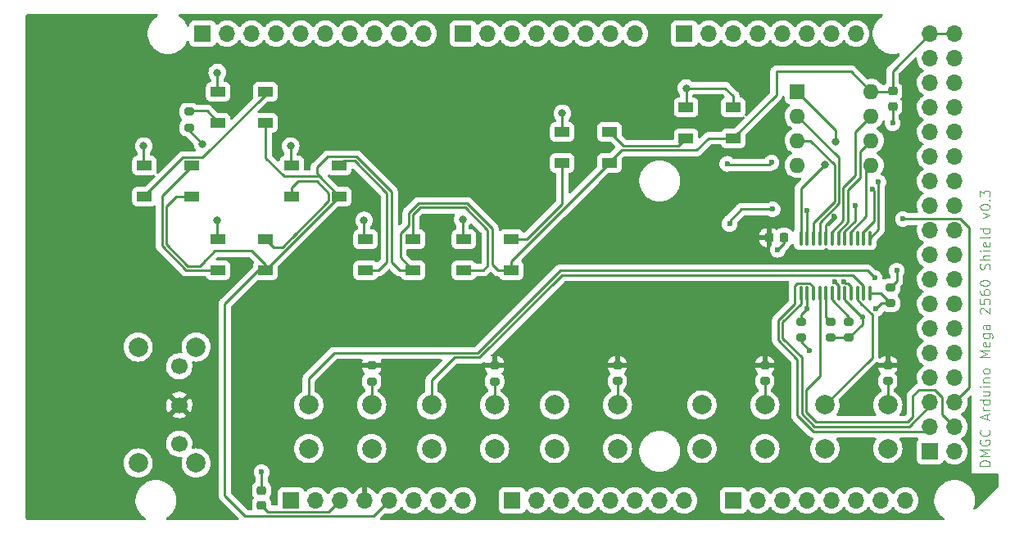
<source format=gtl>
%TF.GenerationSoftware,KiCad,Pcbnew,(6.0.7)*%
%TF.CreationDate,2022-10-30T16:08:44-04:00*%
%TF.ProjectId,dmgc-attiny-arduino-mega,646d6763-2d61-4747-9469-6e792d617264,rev?*%
%TF.SameCoordinates,Original*%
%TF.FileFunction,Copper,L1,Top*%
%TF.FilePolarity,Positive*%
%FSLAX46Y46*%
G04 Gerber Fmt 4.6, Leading zero omitted, Abs format (unit mm)*
G04 Created by KiCad (PCBNEW (6.0.7)) date 2022-10-30 16:08:44*
%MOMM*%
%LPD*%
G01*
G04 APERTURE LIST*
G04 Aperture macros list*
%AMRoundRect*
0 Rectangle with rounded corners*
0 $1 Rounding radius*
0 $2 $3 $4 $5 $6 $7 $8 $9 X,Y pos of 4 corners*
0 Add a 4 corners polygon primitive as box body*
4,1,4,$2,$3,$4,$5,$6,$7,$8,$9,$2,$3,0*
0 Add four circle primitives for the rounded corners*
1,1,$1+$1,$2,$3*
1,1,$1+$1,$4,$5*
1,1,$1+$1,$6,$7*
1,1,$1+$1,$8,$9*
0 Add four rect primitives between the rounded corners*
20,1,$1+$1,$2,$3,$4,$5,0*
20,1,$1+$1,$4,$5,$6,$7,0*
20,1,$1+$1,$6,$7,$8,$9,0*
20,1,$1+$1,$8,$9,$2,$3,0*%
G04 Aperture macros list end*
%ADD10C,0.100000*%
%TA.AperFunction,NonConductor*%
%ADD11C,0.100000*%
%TD*%
%TA.AperFunction,ComponentPad*%
%ADD12R,1.700000X1.700000*%
%TD*%
%TA.AperFunction,ComponentPad*%
%ADD13O,1.700000X1.700000*%
%TD*%
%TA.AperFunction,SMDPad,CuDef*%
%ADD14RoundRect,0.200000X-0.275000X0.200000X-0.275000X-0.200000X0.275000X-0.200000X0.275000X0.200000X0*%
%TD*%
%TA.AperFunction,ComponentPad*%
%ADD15C,2.000000*%
%TD*%
%TA.AperFunction,SMDPad,CuDef*%
%ADD16R,1.500000X1.000000*%
%TD*%
%TA.AperFunction,SMDPad,CuDef*%
%ADD17RoundRect,0.225000X0.250000X-0.225000X0.250000X0.225000X-0.250000X0.225000X-0.250000X-0.225000X0*%
%TD*%
%TA.AperFunction,SMDPad,CuDef*%
%ADD18RoundRect,0.100000X-0.100000X0.637500X-0.100000X-0.637500X0.100000X-0.637500X0.100000X0.637500X0*%
%TD*%
%TA.AperFunction,ComponentPad*%
%ADD19C,1.700000*%
%TD*%
%TA.AperFunction,SMDPad,CuDef*%
%ADD20RoundRect,0.200000X0.275000X-0.200000X0.275000X0.200000X-0.275000X0.200000X-0.275000X-0.200000X0*%
%TD*%
%TA.AperFunction,SMDPad,CuDef*%
%ADD21RoundRect,0.225000X-0.225000X-0.250000X0.225000X-0.250000X0.225000X0.250000X-0.225000X0.250000X0*%
%TD*%
%TA.AperFunction,SMDPad,CuDef*%
%ADD22RoundRect,0.225000X-0.250000X0.225000X-0.250000X-0.225000X0.250000X-0.225000X0.250000X0.225000X0*%
%TD*%
%TA.AperFunction,ComponentPad*%
%ADD23R,1.600000X1.600000*%
%TD*%
%TA.AperFunction,ComponentPad*%
%ADD24O,1.600000X1.600000*%
%TD*%
%TA.AperFunction,ViaPad*%
%ADD25C,0.800000*%
%TD*%
%TA.AperFunction,ViaPad*%
%ADD26C,0.600000*%
%TD*%
%TA.AperFunction,Conductor*%
%ADD27C,0.250000*%
%TD*%
G04 APERTURE END LIST*
D10*
D11*
X200147380Y-93894285D02*
X199147380Y-93894285D01*
X199147380Y-93656190D01*
X199195000Y-93513333D01*
X199290238Y-93418095D01*
X199385476Y-93370476D01*
X199575952Y-93322857D01*
X199718809Y-93322857D01*
X199909285Y-93370476D01*
X200004523Y-93418095D01*
X200099761Y-93513333D01*
X200147380Y-93656190D01*
X200147380Y-93894285D01*
X200147380Y-92894285D02*
X199147380Y-92894285D01*
X199861666Y-92560952D01*
X199147380Y-92227619D01*
X200147380Y-92227619D01*
X199195000Y-91227619D02*
X199147380Y-91322857D01*
X199147380Y-91465714D01*
X199195000Y-91608571D01*
X199290238Y-91703809D01*
X199385476Y-91751428D01*
X199575952Y-91799047D01*
X199718809Y-91799047D01*
X199909285Y-91751428D01*
X200004523Y-91703809D01*
X200099761Y-91608571D01*
X200147380Y-91465714D01*
X200147380Y-91370476D01*
X200099761Y-91227619D01*
X200052142Y-91180000D01*
X199718809Y-91180000D01*
X199718809Y-91370476D01*
X200052142Y-90180000D02*
X200099761Y-90227619D01*
X200147380Y-90370476D01*
X200147380Y-90465714D01*
X200099761Y-90608571D01*
X200004523Y-90703809D01*
X199909285Y-90751428D01*
X199718809Y-90799047D01*
X199575952Y-90799047D01*
X199385476Y-90751428D01*
X199290238Y-90703809D01*
X199195000Y-90608571D01*
X199147380Y-90465714D01*
X199147380Y-90370476D01*
X199195000Y-90227619D01*
X199242619Y-90180000D01*
X199861666Y-89037142D02*
X199861666Y-88560952D01*
X200147380Y-89132380D02*
X199147380Y-88799047D01*
X200147380Y-88465714D01*
X200147380Y-88132380D02*
X199480714Y-88132380D01*
X199671190Y-88132380D02*
X199575952Y-88084761D01*
X199528333Y-88037142D01*
X199480714Y-87941904D01*
X199480714Y-87846666D01*
X200147380Y-87084761D02*
X199147380Y-87084761D01*
X200099761Y-87084761D02*
X200147380Y-87180000D01*
X200147380Y-87370476D01*
X200099761Y-87465714D01*
X200052142Y-87513333D01*
X199956904Y-87560952D01*
X199671190Y-87560952D01*
X199575952Y-87513333D01*
X199528333Y-87465714D01*
X199480714Y-87370476D01*
X199480714Y-87180000D01*
X199528333Y-87084761D01*
X199480714Y-86180000D02*
X200147380Y-86180000D01*
X199480714Y-86608571D02*
X200004523Y-86608571D01*
X200099761Y-86560952D01*
X200147380Y-86465714D01*
X200147380Y-86322857D01*
X200099761Y-86227619D01*
X200052142Y-86180000D01*
X200147380Y-85703809D02*
X199480714Y-85703809D01*
X199147380Y-85703809D02*
X199195000Y-85751428D01*
X199242619Y-85703809D01*
X199195000Y-85656190D01*
X199147380Y-85703809D01*
X199242619Y-85703809D01*
X199480714Y-85227619D02*
X200147380Y-85227619D01*
X199575952Y-85227619D02*
X199528333Y-85180000D01*
X199480714Y-85084761D01*
X199480714Y-84941904D01*
X199528333Y-84846666D01*
X199623571Y-84799047D01*
X200147380Y-84799047D01*
X200147380Y-84180000D02*
X200099761Y-84275238D01*
X200052142Y-84322857D01*
X199956904Y-84370476D01*
X199671190Y-84370476D01*
X199575952Y-84322857D01*
X199528333Y-84275238D01*
X199480714Y-84180000D01*
X199480714Y-84037142D01*
X199528333Y-83941904D01*
X199575952Y-83894285D01*
X199671190Y-83846666D01*
X199956904Y-83846666D01*
X200052142Y-83894285D01*
X200099761Y-83941904D01*
X200147380Y-84037142D01*
X200147380Y-84180000D01*
X200147380Y-82656190D02*
X199147380Y-82656190D01*
X199861666Y-82322857D01*
X199147380Y-81989523D01*
X200147380Y-81989523D01*
X200099761Y-81132380D02*
X200147380Y-81227619D01*
X200147380Y-81418095D01*
X200099761Y-81513333D01*
X200004523Y-81560952D01*
X199623571Y-81560952D01*
X199528333Y-81513333D01*
X199480714Y-81418095D01*
X199480714Y-81227619D01*
X199528333Y-81132380D01*
X199623571Y-81084761D01*
X199718809Y-81084761D01*
X199814047Y-81560952D01*
X199480714Y-80227619D02*
X200290238Y-80227619D01*
X200385476Y-80275238D01*
X200433095Y-80322857D01*
X200480714Y-80418095D01*
X200480714Y-80560952D01*
X200433095Y-80656190D01*
X200099761Y-80227619D02*
X200147380Y-80322857D01*
X200147380Y-80513333D01*
X200099761Y-80608571D01*
X200052142Y-80656190D01*
X199956904Y-80703809D01*
X199671190Y-80703809D01*
X199575952Y-80656190D01*
X199528333Y-80608571D01*
X199480714Y-80513333D01*
X199480714Y-80322857D01*
X199528333Y-80227619D01*
X200147380Y-79322857D02*
X199623571Y-79322857D01*
X199528333Y-79370476D01*
X199480714Y-79465714D01*
X199480714Y-79656190D01*
X199528333Y-79751428D01*
X200099761Y-79322857D02*
X200147380Y-79418095D01*
X200147380Y-79656190D01*
X200099761Y-79751428D01*
X200004523Y-79799047D01*
X199909285Y-79799047D01*
X199814047Y-79751428D01*
X199766428Y-79656190D01*
X199766428Y-79418095D01*
X199718809Y-79322857D01*
X199242619Y-78132380D02*
X199195000Y-78084761D01*
X199147380Y-77989523D01*
X199147380Y-77751428D01*
X199195000Y-77656190D01*
X199242619Y-77608571D01*
X199337857Y-77560952D01*
X199433095Y-77560952D01*
X199575952Y-77608571D01*
X200147380Y-78180000D01*
X200147380Y-77560952D01*
X199147380Y-76656190D02*
X199147380Y-77132380D01*
X199623571Y-77180000D01*
X199575952Y-77132380D01*
X199528333Y-77037142D01*
X199528333Y-76799047D01*
X199575952Y-76703809D01*
X199623571Y-76656190D01*
X199718809Y-76608571D01*
X199956904Y-76608571D01*
X200052142Y-76656190D01*
X200099761Y-76703809D01*
X200147380Y-76799047D01*
X200147380Y-77037142D01*
X200099761Y-77132380D01*
X200052142Y-77180000D01*
X199147380Y-75751428D02*
X199147380Y-75941904D01*
X199195000Y-76037142D01*
X199242619Y-76084761D01*
X199385476Y-76180000D01*
X199575952Y-76227619D01*
X199956904Y-76227619D01*
X200052142Y-76180000D01*
X200099761Y-76132380D01*
X200147380Y-76037142D01*
X200147380Y-75846666D01*
X200099761Y-75751428D01*
X200052142Y-75703809D01*
X199956904Y-75656190D01*
X199718809Y-75656190D01*
X199623571Y-75703809D01*
X199575952Y-75751428D01*
X199528333Y-75846666D01*
X199528333Y-76037142D01*
X199575952Y-76132380D01*
X199623571Y-76180000D01*
X199718809Y-76227619D01*
X199147380Y-75037142D02*
X199147380Y-74941904D01*
X199195000Y-74846666D01*
X199242619Y-74799047D01*
X199337857Y-74751428D01*
X199528333Y-74703809D01*
X199766428Y-74703809D01*
X199956904Y-74751428D01*
X200052142Y-74799047D01*
X200099761Y-74846666D01*
X200147380Y-74941904D01*
X200147380Y-75037142D01*
X200099761Y-75132380D01*
X200052142Y-75180000D01*
X199956904Y-75227619D01*
X199766428Y-75275238D01*
X199528333Y-75275238D01*
X199337857Y-75227619D01*
X199242619Y-75180000D01*
X199195000Y-75132380D01*
X199147380Y-75037142D01*
X200099761Y-73560952D02*
X200147380Y-73418095D01*
X200147380Y-73180000D01*
X200099761Y-73084761D01*
X200052142Y-73037142D01*
X199956904Y-72989523D01*
X199861666Y-72989523D01*
X199766428Y-73037142D01*
X199718809Y-73084761D01*
X199671190Y-73180000D01*
X199623571Y-73370476D01*
X199575952Y-73465714D01*
X199528333Y-73513333D01*
X199433095Y-73560952D01*
X199337857Y-73560952D01*
X199242619Y-73513333D01*
X199195000Y-73465714D01*
X199147380Y-73370476D01*
X199147380Y-73132380D01*
X199195000Y-72989523D01*
X200147380Y-72560952D02*
X199147380Y-72560952D01*
X200147380Y-72132380D02*
X199623571Y-72132380D01*
X199528333Y-72180000D01*
X199480714Y-72275238D01*
X199480714Y-72418095D01*
X199528333Y-72513333D01*
X199575952Y-72560952D01*
X200147380Y-71656190D02*
X199480714Y-71656190D01*
X199147380Y-71656190D02*
X199195000Y-71703809D01*
X199242619Y-71656190D01*
X199195000Y-71608571D01*
X199147380Y-71656190D01*
X199242619Y-71656190D01*
X200099761Y-70799047D02*
X200147380Y-70894285D01*
X200147380Y-71084761D01*
X200099761Y-71180000D01*
X200004523Y-71227619D01*
X199623571Y-71227619D01*
X199528333Y-71180000D01*
X199480714Y-71084761D01*
X199480714Y-70894285D01*
X199528333Y-70799047D01*
X199623571Y-70751428D01*
X199718809Y-70751428D01*
X199814047Y-71227619D01*
X200147380Y-70180000D02*
X200099761Y-70275238D01*
X200004523Y-70322857D01*
X199147380Y-70322857D01*
X200147380Y-69370476D02*
X199147380Y-69370476D01*
X200099761Y-69370476D02*
X200147380Y-69465714D01*
X200147380Y-69656190D01*
X200099761Y-69751428D01*
X200052142Y-69799047D01*
X199956904Y-69846666D01*
X199671190Y-69846666D01*
X199575952Y-69799047D01*
X199528333Y-69751428D01*
X199480714Y-69656190D01*
X199480714Y-69465714D01*
X199528333Y-69370476D01*
X199480714Y-68227619D02*
X200147380Y-67989523D01*
X199480714Y-67751428D01*
X199147380Y-67180000D02*
X199147380Y-67084761D01*
X199195000Y-66989523D01*
X199242619Y-66941904D01*
X199337857Y-66894285D01*
X199528333Y-66846666D01*
X199766428Y-66846666D01*
X199956904Y-66894285D01*
X200052142Y-66941904D01*
X200099761Y-66989523D01*
X200147380Y-67084761D01*
X200147380Y-67180000D01*
X200099761Y-67275238D01*
X200052142Y-67322857D01*
X199956904Y-67370476D01*
X199766428Y-67418095D01*
X199528333Y-67418095D01*
X199337857Y-67370476D01*
X199242619Y-67322857D01*
X199195000Y-67275238D01*
X199147380Y-67180000D01*
X200052142Y-66418095D02*
X200099761Y-66370476D01*
X200147380Y-66418095D01*
X200099761Y-66465714D01*
X200052142Y-66418095D01*
X200147380Y-66418095D01*
X199147380Y-66037142D02*
X199147380Y-65418095D01*
X199528333Y-65751428D01*
X199528333Y-65608571D01*
X199575952Y-65513333D01*
X199623571Y-65465714D01*
X199718809Y-65418095D01*
X199956904Y-65418095D01*
X200052142Y-65465714D01*
X200099761Y-65513333D01*
X200147380Y-65608571D01*
X200147380Y-65894285D01*
X200099761Y-65989523D01*
X200052142Y-66037142D01*
D12*
%TO.P,J4,1,Pin_1*%
%TO.N,GND*%
X193980000Y-92380000D03*
D13*
%TO.P,J4,2,Pin_2*%
X196520000Y-92380000D03*
%TO.P,J4,3,Pin_3*%
%TO.N,SCK*%
X193980000Y-89840000D03*
%TO.P,J4,4,Pin_4*%
%TO.N,SS*%
X196520000Y-89840000D03*
%TO.P,J4,5,Pin_5*%
%TO.N,MISO*%
X193980000Y-87300000D03*
%TO.P,J4,6,Pin_6*%
%TO.N,MOSI*%
X196520000Y-87300000D03*
%TO.P,J4,7,Pin_7*%
%TO.N,/48*%
X193980000Y-84760000D03*
%TO.P,J4,8,Pin_8*%
%TO.N,/49*%
X196520000Y-84760000D03*
%TO.P,J4,9,Pin_9*%
%TO.N,/\u002A46*%
X193980000Y-82220000D03*
%TO.P,J4,10,Pin_10*%
%TO.N,/47*%
X196520000Y-82220000D03*
%TO.P,J4,11,Pin_11*%
%TO.N,/\u002A44*%
X193980000Y-79680000D03*
%TO.P,J4,12,Pin_12*%
%TO.N,/\u002A45*%
X196520000Y-79680000D03*
%TO.P,J4,13,Pin_13*%
%TO.N,/42*%
X193980000Y-77140000D03*
%TO.P,J4,14,Pin_14*%
%TO.N,/43*%
X196520000Y-77140000D03*
%TO.P,J4,15,Pin_15*%
%TO.N,/40*%
X193980000Y-74600000D03*
%TO.P,J4,16,Pin_16*%
%TO.N,/41*%
X196520000Y-74600000D03*
%TO.P,J4,17,Pin_17*%
%TO.N,/38*%
X193980000Y-72060000D03*
%TO.P,J4,18,Pin_18*%
%TO.N,/39*%
X196520000Y-72060000D03*
%TO.P,J4,19,Pin_19*%
%TO.N,/36*%
X193980000Y-69520000D03*
%TO.P,J4,20,Pin_20*%
%TO.N,/37*%
X196520000Y-69520000D03*
%TO.P,J4,21,Pin_21*%
%TO.N,/34*%
X193980000Y-66980000D03*
%TO.P,J4,22,Pin_22*%
%TO.N,/35*%
X196520000Y-66980000D03*
%TO.P,J4,23,Pin_23*%
%TO.N,/32*%
X193980000Y-64440000D03*
%TO.P,J4,24,Pin_24*%
%TO.N,/33*%
X196520000Y-64440000D03*
%TO.P,J4,25,Pin_25*%
%TO.N,/30*%
X193980000Y-61900000D03*
%TO.P,J4,26,Pin_26*%
%TO.N,/31*%
X196520000Y-61900000D03*
%TO.P,J4,27,Pin_27*%
%TO.N,/28*%
X193980000Y-59360000D03*
%TO.P,J4,28,Pin_28*%
%TO.N,/29*%
X196520000Y-59360000D03*
%TO.P,J4,29,Pin_29*%
%TO.N,/26*%
X193980000Y-56820000D03*
%TO.P,J4,30,Pin_30*%
%TO.N,/27*%
X196520000Y-56820000D03*
%TO.P,J4,31,Pin_31*%
%TO.N,/24*%
X193980000Y-54280000D03*
%TO.P,J4,32,Pin_32*%
%TO.N,/25*%
X196520000Y-54280000D03*
%TO.P,J4,33,Pin_33*%
%TO.N,/22*%
X193980000Y-51740000D03*
%TO.P,J4,34,Pin_34*%
%TO.N,/23*%
X196520000Y-51740000D03*
%TO.P,J4,35,Pin_35*%
%TO.N,+5V*%
X193980000Y-49200000D03*
%TO.P,J4,36,Pin_36*%
X196520000Y-49200000D03*
%TD*%
D12*
%TO.P,J1,1,Pin_1*%
%TO.N,unconnected-(J1-Pad1)*%
X127940000Y-97460000D03*
D13*
%TO.P,J1,2,Pin_2*%
%TO.N,/IOREF*%
X130480000Y-97460000D03*
%TO.P,J1,3,Pin_3*%
%TO.N,/~{RESET}*%
X133020000Y-97460000D03*
%TO.P,J1,4,Pin_4*%
%TO.N,+3V3*%
X135560000Y-97460000D03*
%TO.P,J1,5,Pin_5*%
%TO.N,+5V*%
X138100000Y-97460000D03*
%TO.P,J1,6,Pin_6*%
%TO.N,GND*%
X140640000Y-97460000D03*
%TO.P,J1,7,Pin_7*%
X143180000Y-97460000D03*
%TO.P,J1,8,Pin_8*%
%TO.N,VCC*%
X145720000Y-97460000D03*
%TD*%
D12*
%TO.P,J2,1,Pin_1*%
%TO.N,/A0*%
X150800000Y-97460000D03*
D13*
%TO.P,J2,2,Pin_2*%
%TO.N,/A1*%
X153340000Y-97460000D03*
%TO.P,J2,3,Pin_3*%
%TO.N,/A2*%
X155880000Y-97460000D03*
%TO.P,J2,4,Pin_4*%
%TO.N,/A3*%
X158420000Y-97460000D03*
%TO.P,J2,5,Pin_5*%
%TO.N,/A4*%
X160960000Y-97460000D03*
%TO.P,J2,6,Pin_6*%
%TO.N,/A5*%
X163500000Y-97460000D03*
%TO.P,J2,7,Pin_7*%
%TO.N,/A6*%
X166040000Y-97460000D03*
%TO.P,J2,8,Pin_8*%
%TO.N,/A7*%
X168580000Y-97460000D03*
%TD*%
D12*
%TO.P,J3,1,Pin_1*%
%TO.N,/A8*%
X173660000Y-97460000D03*
D13*
%TO.P,J3,2,Pin_2*%
%TO.N,/A9*%
X176200000Y-97460000D03*
%TO.P,J3,3,Pin_3*%
%TO.N,/A10*%
X178740000Y-97460000D03*
%TO.P,J3,4,Pin_4*%
%TO.N,/A11*%
X181280000Y-97460000D03*
%TO.P,J3,5,Pin_5*%
%TO.N,/A12*%
X183820000Y-97460000D03*
%TO.P,J3,6,Pin_6*%
%TO.N,/A13*%
X186360000Y-97460000D03*
%TO.P,J3,7,Pin_7*%
%TO.N,/A14*%
X188900000Y-97460000D03*
%TO.P,J3,8,Pin_8*%
%TO.N,/A15*%
X191440000Y-97460000D03*
%TD*%
D12*
%TO.P,J5,1,Pin_1*%
%TO.N,/SCL{slash}21*%
X118796000Y-49200000D03*
D13*
%TO.P,J5,2,Pin_2*%
%TO.N,/SDA{slash}20*%
X121336000Y-49200000D03*
%TO.P,J5,3,Pin_3*%
%TO.N,/AREF*%
X123876000Y-49200000D03*
%TO.P,J5,4,Pin_4*%
%TO.N,GND*%
X126416000Y-49200000D03*
%TO.P,J5,5,Pin_5*%
%TO.N,/\u002A13*%
X128956000Y-49200000D03*
%TO.P,J5,6,Pin_6*%
%TO.N,/\u002A12*%
X131496000Y-49200000D03*
%TO.P,J5,7,Pin_7*%
%TO.N,/\u002A11*%
X134036000Y-49200000D03*
%TO.P,J5,8,Pin_8*%
%TO.N,/\u002A10*%
X136576000Y-49200000D03*
%TO.P,J5,9,Pin_9*%
%TO.N,/\u002A9*%
X139116000Y-49200000D03*
%TO.P,J5,10,Pin_10*%
%TO.N,/\u002A8*%
X141656000Y-49200000D03*
%TD*%
D12*
%TO.P,J6,1,Pin_1*%
%TO.N,/\u002A7*%
X145720000Y-49200000D03*
D13*
%TO.P,J6,2,Pin_2*%
%TO.N,/\u002A6*%
X148260000Y-49200000D03*
%TO.P,J6,3,Pin_3*%
%TO.N,/\u002A5*%
X150800000Y-49200000D03*
%TO.P,J6,4,Pin_4*%
%TO.N,/\u002A4*%
X153340000Y-49200000D03*
%TO.P,J6,5,Pin_5*%
%TO.N,/\u002A3*%
X155880000Y-49200000D03*
%TO.P,J6,6,Pin_6*%
%TO.N,/\u002A2*%
X158420000Y-49200000D03*
%TO.P,J6,7,Pin_7*%
%TO.N,/TX0{slash}1*%
X160960000Y-49200000D03*
%TO.P,J6,8,Pin_8*%
%TO.N,/RX0{slash}0*%
X163500000Y-49200000D03*
%TD*%
D12*
%TO.P,J7,1,Pin_1*%
%TO.N,/TX3{slash}14*%
X168580000Y-49200000D03*
D13*
%TO.P,J7,2,Pin_2*%
%TO.N,/RX3{slash}15*%
X171120000Y-49200000D03*
%TO.P,J7,3,Pin_3*%
%TO.N,/TX2{slash}16*%
X173660000Y-49200000D03*
%TO.P,J7,4,Pin_4*%
%TO.N,/RX2{slash}17*%
X176200000Y-49200000D03*
%TO.P,J7,5,Pin_5*%
%TO.N,/TX1{slash}18*%
X178740000Y-49200000D03*
%TO.P,J7,6,Pin_6*%
%TO.N,/RX1{slash}19*%
X181280000Y-49200000D03*
%TO.P,J7,7,Pin_7*%
%TO.N,/SDA{slash}20*%
X183820000Y-49200000D03*
%TO.P,J7,8,Pin_8*%
%TO.N,/SCL{slash}21*%
X186360000Y-49200000D03*
%TD*%
D14*
%TO.P,R10,1*%
%TO.N,+3V3*%
X189617992Y-83483341D03*
%TO.P,R10,2*%
%TO.N,Net-(R10-Pad2)*%
X189617992Y-85133341D03*
%TD*%
%TO.P,R2,1*%
%TO.N,GND*%
X189916000Y-75426000D03*
%TO.P,R2,2*%
%TO.N,Net-(R2-Pad2)*%
X189916000Y-77076000D03*
%TD*%
%TO.P,R9,1*%
%TO.N,+3V3*%
X136284168Y-83505108D03*
%TO.P,R9,2*%
%TO.N,Net-(R9-Pad2)*%
X136284168Y-85155108D03*
%TD*%
D15*
%TO.P,SW4,1,1*%
%TO.N,/NC_PB2*%
X142470000Y-87590000D03*
%TO.P,SW4,2,2*%
%TO.N,Net-(R8-Pad2)*%
X148970000Y-87590000D03*
%TO.P,SW4,3,3*%
%TO.N,GND*%
X142470000Y-92090000D03*
%TO.P,SW4,4,4*%
%TO.N,unconnected-(SW4-Pad4)*%
X148970000Y-92090000D03*
%TD*%
%TO.P,SW5,1,1*%
%TO.N,/NC_PB3*%
X129770000Y-87590000D03*
%TO.P,SW5,2,2*%
%TO.N,Net-(R9-Pad2)*%
X136270000Y-87590000D03*
%TO.P,SW5,3,3*%
%TO.N,GND*%
X129770000Y-92090000D03*
%TO.P,SW5,4,4*%
%TO.N,unconnected-(SW5-Pad4)*%
X136270000Y-92090000D03*
%TD*%
D14*
%TO.P,R8,1*%
%TO.N,+3V3*%
X148992432Y-83498124D03*
%TO.P,R8,2*%
%TO.N,Net-(R8-Pad2)*%
X148992432Y-85148124D03*
%TD*%
%TO.P,R7,1*%
%TO.N,+3V3*%
X161662048Y-83483341D03*
%TO.P,R7,2*%
%TO.N,Net-(R7-Pad2)*%
X161662048Y-85133341D03*
%TD*%
D16*
%TO.P,D2,1,VSS*%
%TO.N,GND*%
X112790000Y-62840000D03*
%TO.P,D2,2,DIN*%
%TO.N,Net-(D1-Pad4)*%
X112790000Y-66040000D03*
%TO.P,D2,3,VDD*%
%TO.N,+5V*%
X117690000Y-66040000D03*
%TO.P,D2,4,DO*%
%TO.N,Net-(D2-Pad4)*%
X117690000Y-62840000D03*
%TD*%
D17*
%TO.P,C1,1*%
%TO.N,/~{RESET}*%
X124892000Y-97981000D03*
%TO.P,C1,2*%
%TO.N,GND*%
X124892000Y-96431000D03*
%TD*%
D18*
%TO.P,U2,1,NC2*%
%TO.N,/NC_PB1*%
X187776000Y-70340500D03*
%TO.P,U2,2,NC1*%
%TO.N,/NC_PB0*%
X187126000Y-70340500D03*
%TO.P,U2,3,N.C.*%
%TO.N,unconnected-(U2-Pad3)*%
X186476000Y-70340500D03*
%TO.P,U2,4,COM1*%
%TO.N,/COM_PB0*%
X185826000Y-70340500D03*
%TO.P,U2,5,GND*%
%TO.N,GND*%
X185176000Y-70340500D03*
%TO.P,U2,6,COM2*%
%TO.N,/COM_PB1*%
X184526000Y-70340500D03*
%TO.P,U2,7,COM3*%
%TO.N,/COM_PB2*%
X183876000Y-70340500D03*
%TO.P,U2,8,VCC*%
%TO.N,+3V3*%
X183226000Y-70340500D03*
%TO.P,U2,9,COM4*%
%TO.N,/COM_PB3*%
X182576000Y-70340500D03*
%TO.P,U2,10,COM5*%
%TO.N,/COM_PB4*%
X181926000Y-70340500D03*
%TO.P,U2,11,NO1*%
%TO.N,MOSI*%
X181276000Y-70340500D03*
%TO.P,U2,12,COM6*%
%TO.N,/COM_PB5*%
X180626000Y-70340500D03*
%TO.P,U2,13,NO2*%
%TO.N,MISO*%
X180626000Y-76065500D03*
%TO.P,U2,14,IN2*%
%TO.N,Net-(R2-Pad2)*%
X181276000Y-76065500D03*
%TO.P,U2,15,NO3*%
%TO.N,SCK*%
X181926000Y-76065500D03*
%TO.P,U2,16,NO6*%
%TO.N,SS*%
X182576000Y-76065500D03*
%TO.P,U2,17,NO4*%
%TO.N,/NO_PB3*%
X183226000Y-76065500D03*
%TO.P,U2,18,NO5*%
%TO.N,/NO_PB4*%
X183876000Y-76065500D03*
%TO.P,U2,19,NC5*%
%TO.N,LED_CTRL*%
X184526000Y-76065500D03*
%TO.P,U2,20,~{EN}*%
%TO.N,GND*%
X185176000Y-76065500D03*
%TO.P,U2,21,NC4*%
%TO.N,/NC_PB3*%
X185826000Y-76065500D03*
%TO.P,U2,22,NC6*%
%TO.N,/NC_PB5*%
X186476000Y-76065500D03*
%TO.P,U2,23,NC3*%
%TO.N,/NC_PB2*%
X187126000Y-76065500D03*
%TO.P,U2,24,IN1*%
%TO.N,Net-(R2-Pad2)*%
X187776000Y-76065500D03*
%TD*%
D14*
%TO.P,R6,1*%
%TO.N,+3V3*%
X176904025Y-83483341D03*
%TO.P,R6,2*%
%TO.N,Net-(R6-Pad2)*%
X176904025Y-85133341D03*
%TD*%
D16*
%TO.P,D7,1,VSS*%
%TO.N,GND*%
X155970000Y-59360000D03*
%TO.P,D7,2,DIN*%
%TO.N,Net-(D6-Pad4)*%
X155970000Y-62560000D03*
%TO.P,D7,3,VDD*%
%TO.N,+5V*%
X160870000Y-62560000D03*
%TO.P,D7,4,DO*%
%TO.N,Net-(D7-Pad4)*%
X160870000Y-59360000D03*
%TD*%
%TO.P,D6,1,VSS*%
%TO.N,GND*%
X145810000Y-70460000D03*
%TO.P,D6,2,DIN*%
%TO.N,Net-(D5-Pad4)*%
X145810000Y-73660000D03*
%TO.P,D6,3,VDD*%
%TO.N,+5V*%
X150710000Y-73660000D03*
%TO.P,D6,4,DO*%
%TO.N,Net-(D6-Pad4)*%
X150710000Y-70460000D03*
%TD*%
D15*
%TO.P,SW2,1,1*%
%TO.N,/NC_PB0*%
X170410000Y-87590000D03*
%TO.P,SW2,2,2*%
%TO.N,Net-(R6-Pad2)*%
X176910000Y-87590000D03*
%TO.P,SW2,3,3*%
%TO.N,GND*%
X170410000Y-92090000D03*
%TO.P,SW2,4,4*%
%TO.N,unconnected-(SW2-Pad4)*%
X176910000Y-92090000D03*
%TD*%
%TO.P,SW6,1,1*%
%TO.N,/NC_PB5*%
X183110000Y-87590000D03*
%TO.P,SW6,2,2*%
%TO.N,Net-(R10-Pad2)*%
X189610000Y-87590000D03*
%TO.P,SW6,3,3*%
%TO.N,GND*%
X183110000Y-92090000D03*
%TO.P,SW6,4,4*%
%TO.N,unconnected-(SW6-Pad4)*%
X189610000Y-92090000D03*
%TD*%
D16*
%TO.P,D3,1,VSS*%
%TO.N,GND*%
X120410000Y-70460000D03*
%TO.P,D3,2,DIN*%
%TO.N,Net-(D2-Pad4)*%
X120410000Y-73660000D03*
%TO.P,D3,3,VDD*%
%TO.N,+5V*%
X125310000Y-73660000D03*
%TO.P,D3,4,DO*%
%TO.N,Net-(D3-Pad4)*%
X125310000Y-70460000D03*
%TD*%
D15*
%TO.P,SW1,*%
%TO.N,*%
X112131500Y-81596500D03*
X112131500Y-93596500D03*
X118131500Y-93596500D03*
X118131500Y-81596500D03*
D19*
%TO.P,SW1,1,A*%
%TO.N,GND*%
X116381500Y-83596500D03*
%TO.P,SW1,2,B*%
%TO.N,+3V3*%
X116381500Y-87596500D03*
%TO.P,SW1,3,C*%
%TO.N,Net-(R2-Pad2)*%
X116381500Y-91596500D03*
%TD*%
D20*
%TO.P,R4,1*%
%TO.N,GND*%
X183693000Y-80632000D03*
%TO.P,R4,2*%
%TO.N,/NO_PB3*%
X183693000Y-78982000D03*
%TD*%
D16*
%TO.P,D5,1,VSS*%
%TO.N,GND*%
X135650000Y-70460000D03*
%TO.P,D5,2,DIN*%
%TO.N,Net-(D4-Pad4)*%
X135650000Y-73660000D03*
%TO.P,D5,3,VDD*%
%TO.N,+5V*%
X140550000Y-73660000D03*
%TO.P,D5,4,DO*%
%TO.N,Net-(D5-Pad4)*%
X140550000Y-70460000D03*
%TD*%
D21*
%TO.P,C3,1*%
%TO.N,+3V3*%
X177330000Y-70282000D03*
%TO.P,C3,2*%
%TO.N,GND*%
X178880000Y-70282000D03*
%TD*%
D20*
%TO.P,R3,1*%
%TO.N,GND*%
X180645000Y-80632000D03*
%TO.P,R3,2*%
%TO.N,Net-(R2-Pad2)*%
X180645000Y-78982000D03*
%TD*%
%TO.P,R5,1*%
%TO.N,GND*%
X185598000Y-80632000D03*
%TO.P,R5,2*%
%TO.N,/NO_PB4*%
X185598000Y-78982000D03*
%TD*%
D15*
%TO.P,SW3,1,1*%
%TO.N,/NC_PB1*%
X155170000Y-87590000D03*
%TO.P,SW3,2,2*%
%TO.N,Net-(R7-Pad2)*%
X161670000Y-87590000D03*
%TO.P,SW3,3,3*%
%TO.N,GND*%
X155170000Y-92090000D03*
%TO.P,SW3,4,4*%
%TO.N,unconnected-(SW3-Pad4)*%
X161670000Y-92090000D03*
%TD*%
D16*
%TO.P,D4,1,VSS*%
%TO.N,GND*%
X128030000Y-62840000D03*
%TO.P,D4,2,DIN*%
%TO.N,Net-(D3-Pad4)*%
X128030000Y-66040000D03*
%TO.P,D4,3,VDD*%
%TO.N,+5V*%
X132930000Y-66040000D03*
%TO.P,D4,4,DO*%
%TO.N,Net-(D4-Pad4)*%
X132930000Y-62840000D03*
%TD*%
D22*
%TO.P,C2,1*%
%TO.N,+5V*%
X190125648Y-55158677D03*
%TO.P,C2,2*%
%TO.N,GND*%
X190125648Y-56708677D03*
%TD*%
D20*
%TO.P,R1,1*%
%TO.N,LED_CTRL*%
X117399000Y-58915000D03*
%TO.P,R1,2*%
%TO.N,Net-(D1-Pad2)*%
X117399000Y-57265000D03*
%TD*%
D23*
%TO.P,U1,1,~{RESET}/PB5*%
%TO.N,/COM_PB5*%
X180274000Y-55179000D03*
D24*
%TO.P,U1,2,XTAL1/PB3*%
%TO.N,/COM_PB3*%
X180274000Y-57719000D03*
%TO.P,U1,3,XTAL2/PB4*%
%TO.N,/COM_PB4*%
X180274000Y-60259000D03*
%TO.P,U1,4,GND*%
%TO.N,GND*%
X180274000Y-62799000D03*
%TO.P,U1,5,AREF/PB0*%
%TO.N,/COM_PB0*%
X187894000Y-62799000D03*
%TO.P,U1,6,PB1*%
%TO.N,/COM_PB1*%
X187894000Y-60259000D03*
%TO.P,U1,7,PB2*%
%TO.N,/COM_PB2*%
X187894000Y-57719000D03*
%TO.P,U1,8,VCC*%
%TO.N,+5V*%
X187894000Y-55179000D03*
%TD*%
D16*
%TO.P,D8,1,VSS*%
%TO.N,GND*%
X168760000Y-56820000D03*
%TO.P,D8,2,DIN*%
%TO.N,Net-(D7-Pad4)*%
X168760000Y-60020000D03*
%TO.P,D8,3,VDD*%
%TO.N,+5V*%
X173660000Y-60020000D03*
%TO.P,D8,4,DO*%
%TO.N,GND*%
X173660000Y-56820000D03*
%TD*%
%TO.P,D1,1,VSS*%
%TO.N,GND*%
X120410000Y-55220000D03*
%TO.P,D1,2,DIN*%
%TO.N,Net-(D1-Pad2)*%
X120410000Y-58420000D03*
%TO.P,D1,3,VDD*%
%TO.N,+5V*%
X125310000Y-58420000D03*
%TO.P,D1,4,DO*%
%TO.N,Net-(D1-Pad4)*%
X125310000Y-55220000D03*
%TD*%
D25*
%TO.N,GND*%
X127902725Y-60831419D03*
X168780569Y-54836519D03*
D26*
X190551000Y-73711000D03*
X190125648Y-58461687D03*
D25*
X120297544Y-68494802D03*
D26*
X178232000Y-71552000D03*
D25*
X112711765Y-60831419D03*
D26*
X186233000Y-66980000D03*
D25*
X155975929Y-57436249D03*
X135488504Y-68514203D03*
D26*
X186995000Y-78537000D03*
X181534000Y-81966000D03*
D25*
X145674013Y-68417198D03*
X120316945Y-53226239D03*
D26*
X124892000Y-94539000D03*
%TO.N,+3V3*%
X177370000Y-69139000D03*
X133655000Y-83363000D03*
X184075459Y-68123000D03*
%TO.N,MOSI*%
X181250500Y-67488000D03*
X191186000Y-68377000D03*
%TO.N,LED_CTRL*%
X184104385Y-74842408D03*
D25*
X118796000Y-60630000D03*
D26*
%TO.N,Net-(R2-Pad2)*%
X181280000Y-77648000D03*
X188392000Y-77648000D03*
%TO.N,/NC_PB0*%
X177724000Y-67361000D03*
X173279000Y-68885000D03*
X188021500Y-65329000D03*
%TO.N,/NC_PB1*%
X188646000Y-64567000D03*
X173025000Y-62662000D03*
X177597000Y-62535000D03*
%TO.N,/NC_PB3*%
X185090000Y-74828500D03*
X188265000Y-74473000D03*
D25*
%TO.N,/COM_PB5*%
X184256972Y-60408967D03*
X183093200Y-62753800D03*
%TD*%
D27*
%TO.N,GND*%
X186958959Y-78537000D02*
X185176000Y-76754041D01*
X183693000Y-80632000D02*
X185598000Y-80632000D01*
X185176000Y-76754041D02*
X185176000Y-76065500D01*
X135488504Y-68514203D02*
X135488504Y-70298504D01*
X135488504Y-70298504D02*
X135650000Y-70460000D01*
X185598000Y-80632000D02*
X186995000Y-79235000D01*
X190125648Y-56708677D02*
X190125648Y-58461687D01*
X172819519Y-54836519D02*
X168780569Y-54836519D01*
X120297544Y-68494802D02*
X120297544Y-70347544D01*
X127902725Y-62712725D02*
X128030000Y-62840000D01*
X124892000Y-94539000D02*
X124892000Y-96431000D01*
X112711765Y-62761765D02*
X112790000Y-62840000D01*
X186233000Y-68581355D02*
X186233000Y-66980000D01*
X145674013Y-70324013D02*
X145810000Y-70460000D01*
X120316945Y-53226239D02*
X120316945Y-55126945D01*
X190551000Y-74791000D02*
X189916000Y-75426000D01*
X173660000Y-56820000D02*
X173660000Y-55677000D01*
X120316945Y-55126945D02*
X120410000Y-55220000D01*
X155975929Y-57436249D02*
X155970000Y-57442178D01*
X178880000Y-70282000D02*
X178880000Y-70904000D01*
X178880000Y-70904000D02*
X178232000Y-71552000D01*
X186995000Y-79235000D02*
X186995000Y-78537000D01*
X112711765Y-60831419D02*
X112711765Y-62761765D01*
X145674013Y-68417198D02*
X145674013Y-70324013D01*
X180645000Y-80632000D02*
X180645000Y-81077000D01*
X168780569Y-54836519D02*
X168780569Y-56799431D01*
X173660000Y-55677000D02*
X172819519Y-54836519D01*
X185176000Y-69638355D02*
X186233000Y-68581355D01*
X186995000Y-78537000D02*
X186958959Y-78537000D01*
X190551000Y-73711000D02*
X190551000Y-74791000D01*
X180645000Y-81077000D02*
X181534000Y-81966000D01*
X127902725Y-60831419D02*
X127902725Y-62712725D01*
X168780569Y-56799431D02*
X168760000Y-56820000D01*
X185176000Y-70340500D02*
X185176000Y-69638355D01*
X155970000Y-57442178D02*
X155970000Y-59360000D01*
X120297544Y-70347544D02*
X120410000Y-70460000D01*
%TO.N,SCK*%
X178290000Y-80891701D02*
X180264000Y-82865701D01*
X180009302Y-75235698D02*
X180009302Y-77139302D01*
X178290000Y-78858604D02*
X178290000Y-80891701D01*
X181552041Y-75003000D02*
X180242000Y-75003000D01*
X180264000Y-88697000D02*
X181915000Y-90348000D01*
X180242000Y-75003000D02*
X180009302Y-75235698D01*
X180009302Y-77139302D02*
X178290000Y-78858604D01*
X181926000Y-75376959D02*
X181552041Y-75003000D01*
X181915000Y-90348000D02*
X193472000Y-90348000D01*
X193472000Y-90348000D02*
X193980000Y-89840000D01*
X180264000Y-82865701D02*
X180264000Y-88697000D01*
X181926000Y-76065500D02*
X181926000Y-75376959D01*
%TO.N,SS*%
X194488000Y-86030000D02*
X195250000Y-86792000D01*
X181164000Y-86019000D02*
X181164000Y-88324208D01*
X191692604Y-89332000D02*
X192202000Y-88822604D01*
X181164000Y-88324208D02*
X182171792Y-89332000D01*
X182576000Y-84607000D02*
X181164000Y-86019000D01*
X182171792Y-89332000D02*
X191692604Y-89332000D01*
X182576000Y-76065500D02*
X182576000Y-84607000D01*
X192202000Y-88822604D02*
X192202000Y-86665000D01*
X195250000Y-86792000D02*
X195250000Y-88570000D01*
X192837000Y-86030000D02*
X194488000Y-86030000D01*
X192202000Y-86665000D02*
X192837000Y-86030000D01*
X195250000Y-88570000D02*
X196520000Y-89840000D01*
%TO.N,MISO*%
X180714000Y-82679305D02*
X180714000Y-88510604D01*
X180626000Y-76065500D02*
X180626000Y-77159000D01*
X193980000Y-87681000D02*
X193980000Y-87300000D01*
X178740000Y-80705305D02*
X180714000Y-82679305D01*
X180714000Y-88510604D02*
X182043396Y-89840000D01*
X191821000Y-89840000D02*
X193980000Y-87681000D01*
X182043396Y-89840000D02*
X191821000Y-89840000D01*
X178740000Y-79045000D02*
X178740000Y-80705305D01*
X180626000Y-77159000D02*
X178740000Y-79045000D01*
%TO.N,+5V*%
X162103000Y-61265000D02*
X169850000Y-61265000D01*
X173660000Y-59995000D02*
X178105000Y-55550000D01*
X193873000Y-49200000D02*
X193980000Y-49200000D01*
X178105000Y-53137000D02*
X185852000Y-53137000D01*
X115055000Y-67038000D02*
X116053000Y-66040000D01*
X116053000Y-66040000D02*
X117690000Y-66040000D01*
X140100000Y-69010000D02*
X139243000Y-69867000D01*
X139192000Y-73660000D02*
X138354000Y-72822000D01*
X185852000Y-53137000D02*
X187894000Y-55179000D01*
X169850000Y-61265000D02*
X171095000Y-60020000D01*
X131750000Y-61900000D02*
X130607000Y-63043000D01*
X173660000Y-60020000D02*
X173660000Y-59995000D01*
X123215000Y-99085000D02*
X121082000Y-96952000D01*
X127217000Y-63971000D02*
X130861000Y-63971000D01*
X139243000Y-72353000D02*
X140550000Y-73660000D01*
X130607000Y-63717000D02*
X132930000Y-66040000D01*
X140100000Y-67714604D02*
X140100000Y-69010000D01*
X148768000Y-73076000D02*
X148768000Y-69393000D01*
X160870000Y-62498000D02*
X162103000Y-61265000D01*
X118859500Y-72885500D02*
X120066000Y-71679000D01*
X138354000Y-72822000D02*
X138354000Y-65583000D01*
X125310000Y-73660000D02*
X132930000Y-66040000D01*
X171095000Y-60020000D02*
X173660000Y-60020000D01*
X125310000Y-73113000D02*
X125310000Y-73660000D01*
X140550000Y-73660000D02*
X139192000Y-73660000D01*
X196520000Y-49200000D02*
X193980000Y-49200000D01*
X190105325Y-55179000D02*
X190125648Y-55158677D01*
X115055000Y-70984604D02*
X115055000Y-67038000D01*
X148768000Y-69393000D02*
X146101000Y-66726000D01*
X125310000Y-73660000D02*
X125310000Y-73928000D01*
X146101000Y-66726000D02*
X141088604Y-66726000D01*
X139243000Y-69867000D02*
X139243000Y-72353000D01*
X190125648Y-55158677D02*
X190125648Y-53054352D01*
X150710000Y-73660000D02*
X149352000Y-73660000D01*
X119050000Y-72695000D02*
X118732500Y-73012500D01*
X149352000Y-73660000D02*
X148768000Y-73076000D01*
X150710000Y-72720000D02*
X160870000Y-62560000D01*
X118732500Y-73012500D02*
X118859500Y-72885500D01*
X123876000Y-71679000D02*
X125310000Y-73113000D01*
X138100000Y-97460000D02*
X136475000Y-99085000D01*
X190125648Y-53054352D02*
X193980000Y-49200000D01*
X150710000Y-73660000D02*
X150710000Y-72720000D01*
X120066000Y-71679000D02*
X123876000Y-71679000D01*
X138354000Y-65583000D02*
X134671000Y-61900000D01*
X118732500Y-73012500D02*
X118535000Y-73210000D01*
X160870000Y-62560000D02*
X160870000Y-62498000D01*
X118535000Y-73210000D02*
X117280396Y-73210000D01*
X187894000Y-55179000D02*
X190105325Y-55179000D01*
X121082000Y-96952000D02*
X121082000Y-77140000D01*
X118859500Y-72885500D02*
X118923000Y-72822000D01*
X121082000Y-77140000D02*
X124562000Y-73660000D01*
X117280396Y-73210000D02*
X115055000Y-70984604D01*
X141088604Y-66726000D02*
X140100000Y-67714604D01*
X134671000Y-61900000D02*
X131750000Y-61900000D01*
X136475000Y-99085000D02*
X123215000Y-99085000D01*
X178105000Y-55550000D02*
X178105000Y-53137000D01*
X124562000Y-73660000D02*
X125310000Y-73660000D01*
X125310000Y-58420000D02*
X125310000Y-62064000D01*
X130607000Y-63043000D02*
X130607000Y-63717000D01*
X125310000Y-62064000D02*
X127217000Y-63971000D01*
X130861000Y-63971000D02*
X132930000Y-66040000D01*
%TO.N,+3V3*%
X184075459Y-68123000D02*
X183226000Y-68972459D01*
X133655000Y-83363000D02*
X136142060Y-83363000D01*
X136142060Y-83363000D02*
X136284168Y-83505108D01*
X183226000Y-68972459D02*
X183226000Y-70340500D01*
X177370000Y-70242000D02*
X177330000Y-70282000D01*
X177370000Y-69139000D02*
X177370000Y-70242000D01*
%TO.N,/~{RESET}*%
X131845000Y-98635000D02*
X128797000Y-98635000D01*
X133020000Y-97460000D02*
X131845000Y-98635000D01*
X128797000Y-98635000D02*
X125546000Y-98635000D01*
X125546000Y-98635000D02*
X124892000Y-97981000D01*
%TO.N,Net-(D1-Pad2)*%
X119304000Y-57201000D02*
X117463000Y-57201000D01*
X117463000Y-57201000D02*
X117399000Y-57265000D01*
X120371000Y-58420000D02*
X120320000Y-58471000D01*
X120410000Y-58420000D02*
X120371000Y-58420000D01*
X120410000Y-58420000D02*
X120410000Y-58307000D01*
X120410000Y-58307000D02*
X119304000Y-57201000D01*
%TO.N,Net-(D1-Pad4)*%
X112790000Y-66040000D02*
X112790000Y-66001000D01*
X116776000Y-62015000D02*
X118808000Y-62015000D01*
X112790000Y-66001000D02*
X116776000Y-62015000D01*
X125310000Y-55513000D02*
X125310000Y-55220000D01*
X118808000Y-62015000D02*
X125310000Y-55513000D01*
%TO.N,Net-(D2-Pad4)*%
X117690000Y-62840000D02*
X117690000Y-62879000D01*
X114605000Y-65964000D02*
X114605000Y-71171000D01*
X114605000Y-71171000D02*
X117094000Y-73660000D01*
X117690000Y-62879000D02*
X114605000Y-65964000D01*
X120879000Y-73660000D02*
X120410000Y-73660000D01*
X117094000Y-73660000D02*
X120410000Y-73660000D01*
%TO.N,Net-(D3-Pad4)*%
X128030000Y-65093000D02*
X128702000Y-64421000D01*
X128030000Y-66040000D02*
X128030000Y-65093000D01*
X131855000Y-66478604D02*
X128059302Y-70274302D01*
X131855000Y-65837000D02*
X131855000Y-66478604D01*
X128702000Y-64421000D02*
X130588000Y-64421000D01*
X131855000Y-65688000D02*
X131855000Y-65837000D01*
X127035604Y-71298000D02*
X128448000Y-69885604D01*
X130588000Y-64421000D02*
X131855000Y-65688000D01*
X126148000Y-71298000D02*
X127035604Y-71298000D01*
X125310000Y-70460000D02*
X126148000Y-71298000D01*
%TO.N,Net-(D4-Pad4)*%
X137008000Y-73660000D02*
X135650000Y-73660000D01*
X137846000Y-65711396D02*
X137846000Y-72822000D01*
X134484604Y-62350000D02*
X137846000Y-65711396D01*
X132930000Y-62840000D02*
X133420000Y-62350000D01*
X137846000Y-72822000D02*
X137008000Y-73660000D01*
X133420000Y-62350000D02*
X134484604Y-62350000D01*
%TO.N,Net-(D5-Pad4)*%
X148260000Y-73203000D02*
X147803000Y-73660000D01*
X145914604Y-67176000D02*
X148260000Y-69521396D01*
X148260000Y-69521396D02*
X148260000Y-73203000D01*
X147803000Y-73660000D02*
X145810000Y-73660000D01*
X140550000Y-67901000D02*
X141275000Y-67176000D01*
X141275000Y-67176000D02*
X145914604Y-67176000D01*
X140550000Y-70460000D02*
X140550000Y-67901000D01*
%TO.N,Net-(D6-Pad4)*%
X155970000Y-62560000D02*
X155970000Y-66823604D01*
X155970000Y-66823604D02*
X152333604Y-70460000D01*
X152333604Y-70460000D02*
X150710000Y-70460000D01*
%TO.N,Net-(D7-Pad4)*%
X167965000Y-60815000D02*
X162325000Y-60815000D01*
X168760000Y-60020000D02*
X167965000Y-60815000D01*
X162325000Y-60815000D02*
X160870000Y-59360000D01*
%TO.N,MOSI*%
X198065022Y-69287022D02*
X198065022Y-85754978D01*
X191218000Y-68345000D02*
X197123000Y-68345000D01*
X181250500Y-67488000D02*
X181250500Y-70315000D01*
X197123000Y-68345000D02*
X198065022Y-69287022D01*
X198065022Y-85754978D02*
X196520000Y-87300000D01*
X181250500Y-70315000D02*
X181276000Y-70340500D01*
X191186000Y-68377000D02*
X191218000Y-68345000D01*
%TO.N,LED_CTRL*%
X117399000Y-59233000D02*
X118796000Y-60630000D01*
X184526000Y-75264023D02*
X184104385Y-74842408D01*
X184526000Y-76065500D02*
X184526000Y-75264023D01*
X117399000Y-58915000D02*
X117399000Y-59233000D01*
%TO.N,Net-(R2-Pad2)*%
X181280000Y-77648000D02*
X181280000Y-77590000D01*
X181280000Y-77590000D02*
X181276000Y-77586000D01*
X189916000Y-77076000D02*
X188905500Y-76065500D01*
X188964000Y-77076000D02*
X189916000Y-77076000D01*
X180645000Y-78283000D02*
X181280000Y-77648000D01*
X188905500Y-76065500D02*
X187776000Y-76065500D01*
X181276000Y-77586000D02*
X181276000Y-76065500D01*
X180645000Y-78982000D02*
X180645000Y-78283000D01*
X188392000Y-77648000D02*
X188964000Y-77076000D01*
%TO.N,/NO_PB3*%
X183226000Y-78515000D02*
X183693000Y-78982000D01*
X183226000Y-76065500D02*
X183226000Y-78515000D01*
%TO.N,/NO_PB4*%
X185598000Y-78476041D02*
X185598000Y-78982000D01*
X183876000Y-76754041D02*
X185598000Y-78476041D01*
X183876000Y-76065500D02*
X183876000Y-76754041D01*
%TO.N,Net-(R6-Pad2)*%
X176910000Y-87590000D02*
X176910000Y-85139316D01*
X176910000Y-85139316D02*
X176904025Y-85133341D01*
%TO.N,Net-(R7-Pad2)*%
X161670000Y-85141293D02*
X161662048Y-85133341D01*
X161670000Y-87590000D02*
X161670000Y-85141293D01*
%TO.N,Net-(R8-Pad2)*%
X148970000Y-85170556D02*
X148992432Y-85148124D01*
X148970000Y-87590000D02*
X148970000Y-85170556D01*
%TO.N,Net-(R9-Pad2)*%
X136270000Y-87590000D02*
X136270000Y-85169276D01*
X136270000Y-85169276D02*
X136284168Y-85155108D01*
%TO.N,Net-(R10-Pad2)*%
X189610000Y-87590000D02*
X189610000Y-85141333D01*
X189610000Y-85141333D02*
X189617992Y-85133341D01*
%TO.N,/NC_PB0*%
X174480500Y-67361000D02*
X173279000Y-68562500D01*
X187126000Y-69651959D02*
X187126000Y-70340500D01*
X188196000Y-68581959D02*
X187126000Y-69651959D01*
X177724000Y-67361000D02*
X174480500Y-67361000D01*
X173279000Y-68562500D02*
X173279000Y-68885000D01*
X188196000Y-65503500D02*
X188196000Y-68581959D01*
X188021500Y-65329000D02*
X188196000Y-65503500D01*
%TO.N,/NC_PB1*%
X173152000Y-62789000D02*
X173025000Y-62662000D01*
X177343000Y-62789000D02*
X173152000Y-62789000D01*
X188646000Y-64567000D02*
X188646000Y-69470500D01*
X177597000Y-62535000D02*
X177343000Y-62789000D01*
X188646000Y-69470500D02*
X187776000Y-70340500D01*
%TO.N,/NC_PB2*%
X147429000Y-82670000D02*
X155948000Y-74151000D01*
X187126000Y-75239000D02*
X187126000Y-76065500D01*
X155948000Y-74151000D02*
X186038000Y-74151000D01*
X142470000Y-87590000D02*
X142470000Y-85031000D01*
X186038000Y-74151000D02*
X187126000Y-75239000D01*
X144831000Y-82670000D02*
X147429000Y-82670000D01*
X142470000Y-85031000D02*
X144831000Y-82670000D01*
%TO.N,/NC_PB3*%
X155761604Y-73701000D02*
X147242604Y-82220000D01*
X129770000Y-84835000D02*
X129770000Y-87590000D01*
X132385000Y-82220000D02*
X129770000Y-84835000D01*
X185090000Y-74828500D02*
X185264500Y-75003000D01*
X187493000Y-73701000D02*
X155761604Y-73701000D01*
X185452041Y-75003000D02*
X185826000Y-75376959D01*
X188265000Y-74473000D02*
X187493000Y-73701000D01*
X185826000Y-75376959D02*
X185826000Y-76065500D01*
X147242604Y-82220000D02*
X132385000Y-82220000D01*
X185264500Y-75003000D02*
X185452041Y-75003000D01*
%TO.N,/NC_PB5*%
X186476000Y-76065500D02*
X186476000Y-76754041D01*
X188011000Y-82689000D02*
X183110000Y-87590000D01*
X186856000Y-77128000D02*
X188011000Y-78283000D01*
X186849959Y-77128000D02*
X186856000Y-77128000D01*
X188011000Y-78283000D02*
X188011000Y-82689000D01*
X186476000Y-76754041D02*
X186849959Y-77128000D01*
%TO.N,/COM_PB5*%
X180626000Y-65221000D02*
X183093200Y-62753800D01*
X184256972Y-59161972D02*
X180274000Y-55179000D01*
X180626000Y-70340500D02*
X180626000Y-65221000D01*
X184256972Y-60408967D02*
X184256972Y-59161972D01*
%TO.N,/COM_PB3*%
X182576000Y-68738575D02*
X184571000Y-66743575D01*
X184571000Y-62016000D02*
X180274000Y-57719000D01*
X180274000Y-58100000D02*
X180274000Y-57719000D01*
X184571000Y-66743575D02*
X184571000Y-62016000D01*
X182576000Y-70340500D02*
X182576000Y-68738575D01*
%TO.N,/COM_PB4*%
X181623000Y-60259000D02*
X180274000Y-60259000D01*
X181926000Y-70340500D02*
X181926000Y-68752179D01*
X184121000Y-62757000D02*
X181623000Y-60259000D01*
X181926000Y-68752179D02*
X184121000Y-66557179D01*
X184121000Y-66557179D02*
X184121000Y-62757000D01*
%TO.N,/COM_PB0*%
X185826000Y-69651959D02*
X187396500Y-68081459D01*
X185826000Y-70340500D02*
X185826000Y-69651959D01*
X187396500Y-68081459D02*
X187396500Y-63296500D01*
X187396500Y-63296500D02*
X187894000Y-62799000D01*
%TO.N,/COM_PB1*%
X185471000Y-65330396D02*
X186741000Y-64060396D01*
X184526000Y-69651959D02*
X185471000Y-68706959D01*
X186741000Y-64060396D02*
X186741000Y-61412000D01*
X184526000Y-70340500D02*
X184526000Y-69651959D01*
X185471000Y-68706959D02*
X185471000Y-65330396D01*
X186741000Y-61412000D02*
X187894000Y-60259000D01*
%TO.N,/COM_PB2*%
X185021000Y-65144000D02*
X186291000Y-63874000D01*
X183876000Y-70340500D02*
X183876000Y-69651959D01*
X185021000Y-68506959D02*
X185021000Y-65144000D01*
X186291000Y-59322000D02*
X187894000Y-57719000D01*
X186291000Y-63874000D02*
X186291000Y-59322000D01*
X183876000Y-69651959D02*
X185021000Y-68506959D01*
%TD*%
%TA.AperFunction,Conductor*%
%TO.N,+3V3*%
G36*
X192538146Y-51641924D02*
G01*
X192594982Y-51684471D01*
X192619905Y-51752727D01*
X192630110Y-51929715D01*
X192631247Y-51934761D01*
X192631248Y-51934767D01*
X192651119Y-52022939D01*
X192679222Y-52147639D01*
X192763266Y-52354616D01*
X192810954Y-52432436D01*
X192877291Y-52540688D01*
X192879987Y-52545088D01*
X193026250Y-52713938D01*
X193198126Y-52856632D01*
X193263780Y-52894997D01*
X193271445Y-52899476D01*
X193320169Y-52951114D01*
X193333240Y-53020897D01*
X193306509Y-53086669D01*
X193266055Y-53120027D01*
X193253607Y-53126507D01*
X193249474Y-53129610D01*
X193249471Y-53129612D01*
X193213115Y-53156909D01*
X193074965Y-53260635D01*
X193071393Y-53264373D01*
X192971461Y-53368946D01*
X192920629Y-53422138D01*
X192794743Y-53606680D01*
X192779003Y-53640590D01*
X192718701Y-53770500D01*
X192700688Y-53809305D01*
X192640989Y-54024570D01*
X192617251Y-54246695D01*
X192617548Y-54251848D01*
X192617548Y-54251851D01*
X192627791Y-54429501D01*
X192630110Y-54469715D01*
X192631247Y-54474761D01*
X192631248Y-54474767D01*
X192642681Y-54525498D01*
X192679222Y-54687639D01*
X192763266Y-54894616D01*
X192801122Y-54956391D01*
X192877291Y-55080688D01*
X192879987Y-55085088D01*
X193026250Y-55253938D01*
X193198126Y-55396632D01*
X193232270Y-55416584D01*
X193271445Y-55439476D01*
X193320169Y-55491114D01*
X193333240Y-55560897D01*
X193306509Y-55626669D01*
X193266055Y-55660027D01*
X193259113Y-55663641D01*
X193253607Y-55666507D01*
X193249474Y-55669610D01*
X193249471Y-55669612D01*
X193113725Y-55771533D01*
X193074965Y-55800635D01*
X193037101Y-55840257D01*
X192924300Y-55958297D01*
X192920629Y-55962138D01*
X192917720Y-55966403D01*
X192917714Y-55966411D01*
X192834334Y-56088642D01*
X192794743Y-56146680D01*
X192780505Y-56177353D01*
X192703958Y-56342261D01*
X192700688Y-56349305D01*
X192640989Y-56564570D01*
X192617251Y-56786695D01*
X192617548Y-56791848D01*
X192617548Y-56791851D01*
X192624697Y-56915843D01*
X192630110Y-57009715D01*
X192631247Y-57014761D01*
X192631248Y-57014767D01*
X192647008Y-57084696D01*
X192679222Y-57227639D01*
X192734883Y-57364717D01*
X192756623Y-57418255D01*
X192763266Y-57434616D01*
X192801123Y-57496393D01*
X192877291Y-57620688D01*
X192879987Y-57625088D01*
X192883367Y-57628990D01*
X192894352Y-57641671D01*
X193026250Y-57793938D01*
X193198126Y-57936632D01*
X193228543Y-57954406D01*
X193271445Y-57979476D01*
X193320169Y-58031114D01*
X193333240Y-58100897D01*
X193306509Y-58166669D01*
X193266055Y-58200027D01*
X193253607Y-58206507D01*
X193249474Y-58209610D01*
X193249471Y-58209612D01*
X193101119Y-58320998D01*
X193074965Y-58340635D01*
X193071393Y-58344373D01*
X192930931Y-58491358D01*
X192920629Y-58502138D01*
X192917720Y-58506403D01*
X192917714Y-58506411D01*
X192868498Y-58578559D01*
X192794743Y-58686680D01*
X192765498Y-58749684D01*
X192707419Y-58874805D01*
X192700688Y-58889305D01*
X192640989Y-59104570D01*
X192617251Y-59326695D01*
X192617548Y-59331848D01*
X192617548Y-59331851D01*
X192629365Y-59536793D01*
X192630110Y-59549715D01*
X192631247Y-59554761D01*
X192631248Y-59554767D01*
X192651119Y-59642939D01*
X192679222Y-59767639D01*
X192763266Y-59974616D01*
X192801123Y-60036393D01*
X192877291Y-60160688D01*
X192879987Y-60165088D01*
X193026250Y-60333938D01*
X193198126Y-60476632D01*
X193268595Y-60517811D01*
X193271445Y-60519476D01*
X193320169Y-60571114D01*
X193333240Y-60640897D01*
X193306509Y-60706669D01*
X193266055Y-60740027D01*
X193253607Y-60746507D01*
X193249474Y-60749610D01*
X193249471Y-60749612D01*
X193129212Y-60839905D01*
X193074965Y-60880635D01*
X193071393Y-60884373D01*
X192924385Y-61038208D01*
X192920629Y-61042138D01*
X192917720Y-61046403D01*
X192917714Y-61046411D01*
X192881984Y-61098789D01*
X192794743Y-61226680D01*
X192749433Y-61324293D01*
X192706565Y-61416645D01*
X192700688Y-61429305D01*
X192640989Y-61644570D01*
X192617251Y-61866695D01*
X192617548Y-61871848D01*
X192617548Y-61871851D01*
X192629812Y-62084547D01*
X192630110Y-62089715D01*
X192631247Y-62094761D01*
X192631248Y-62094767D01*
X192651119Y-62182939D01*
X192679222Y-62307639D01*
X192737078Y-62450123D01*
X192761103Y-62509288D01*
X192763266Y-62514616D01*
X192801123Y-62576393D01*
X192877291Y-62700688D01*
X192879987Y-62705088D01*
X193026250Y-62873938D01*
X193198126Y-63016632D01*
X193258841Y-63052111D01*
X193271445Y-63059476D01*
X193320169Y-63111114D01*
X193333240Y-63180897D01*
X193306509Y-63246669D01*
X193266055Y-63280027D01*
X193253607Y-63286507D01*
X193249474Y-63289610D01*
X193249471Y-63289612D01*
X193081030Y-63416081D01*
X193074965Y-63420635D01*
X193038304Y-63458998D01*
X192924300Y-63578297D01*
X192920629Y-63582138D01*
X192917720Y-63586403D01*
X192917714Y-63586411D01*
X192834334Y-63708642D01*
X192794743Y-63766680D01*
X192760317Y-63840844D01*
X192715259Y-63937915D01*
X192700688Y-63969305D01*
X192640989Y-64184570D01*
X192617251Y-64406695D01*
X192617548Y-64411848D01*
X192617548Y-64411851D01*
X192624968Y-64540530D01*
X192630110Y-64629715D01*
X192631247Y-64634761D01*
X192631248Y-64634767D01*
X192642043Y-64682667D01*
X192679222Y-64847639D01*
X192726629Y-64964389D01*
X192756623Y-65038255D01*
X192763266Y-65054616D01*
X192803599Y-65120434D01*
X192877291Y-65240688D01*
X192879987Y-65245088D01*
X193026250Y-65413938D01*
X193198126Y-65556632D01*
X193229563Y-65575002D01*
X193271445Y-65599476D01*
X193320169Y-65651114D01*
X193333240Y-65720897D01*
X193306509Y-65786669D01*
X193266055Y-65820027D01*
X193253607Y-65826507D01*
X193249474Y-65829610D01*
X193249471Y-65829612D01*
X193137744Y-65913499D01*
X193074965Y-65960635D01*
X193056605Y-65979848D01*
X192934593Y-66107526D01*
X192920629Y-66122138D01*
X192917720Y-66126403D01*
X192917714Y-66126411D01*
X192867092Y-66200620D01*
X192794743Y-66306680D01*
X192764336Y-66372187D01*
X192719160Y-66469511D01*
X192700688Y-66509305D01*
X192640989Y-66724570D01*
X192617251Y-66946695D01*
X192617548Y-66951848D01*
X192617548Y-66951851D01*
X192623121Y-67048500D01*
X192630110Y-67169715D01*
X192631247Y-67174761D01*
X192631248Y-67174767D01*
X192653859Y-67275097D01*
X192679222Y-67387639D01*
X192729199Y-67510717D01*
X192740316Y-67538096D01*
X192747412Y-67608737D01*
X192715190Y-67672001D01*
X192653880Y-67707801D01*
X192623573Y-67711500D01*
X191682914Y-67711500D01*
X191615402Y-67691887D01*
X191542666Y-67645727D01*
X191489774Y-67626893D01*
X191378425Y-67587243D01*
X191378420Y-67587242D01*
X191371790Y-67584881D01*
X191364802Y-67584048D01*
X191364799Y-67584047D01*
X191241698Y-67569368D01*
X191191680Y-67563404D01*
X191184677Y-67564140D01*
X191184676Y-67564140D01*
X191018288Y-67581628D01*
X191018286Y-67581629D01*
X191011288Y-67582364D01*
X190839579Y-67640818D01*
X190800685Y-67664746D01*
X190691095Y-67732166D01*
X190691092Y-67732168D01*
X190685088Y-67735862D01*
X190680053Y-67740793D01*
X190680050Y-67740795D01*
X190572206Y-67846404D01*
X190555493Y-67862771D01*
X190457235Y-68015238D01*
X190454826Y-68021858D01*
X190454824Y-68021861D01*
X190397606Y-68179066D01*
X190395197Y-68185685D01*
X190372463Y-68365640D01*
X190390163Y-68546160D01*
X190447418Y-68718273D01*
X190451065Y-68724295D01*
X190451066Y-68724297D01*
X190537101Y-68866358D01*
X190541380Y-68873424D01*
X190546269Y-68878487D01*
X190546270Y-68878488D01*
X190578284Y-68911639D01*
X190667382Y-69003902D01*
X190736765Y-69049305D01*
X190794886Y-69087338D01*
X190819159Y-69103222D01*
X190825763Y-69105678D01*
X190825765Y-69105679D01*
X190982558Y-69163990D01*
X190982560Y-69163990D01*
X190989168Y-69166448D01*
X191068422Y-69177023D01*
X191161980Y-69189507D01*
X191161984Y-69189507D01*
X191168961Y-69190438D01*
X191175972Y-69189800D01*
X191175976Y-69189800D01*
X191318459Y-69176832D01*
X191349600Y-69173998D01*
X191356302Y-69171820D01*
X191356304Y-69171820D01*
X191515409Y-69120124D01*
X191515412Y-69120123D01*
X191522108Y-69117947D01*
X191677912Y-69025069D01*
X191690320Y-69013253D01*
X191753443Y-68980762D01*
X191777210Y-68978500D01*
X192554626Y-68978500D01*
X192622747Y-68998502D01*
X192669240Y-69052158D01*
X192679344Y-69122432D01*
X192676045Y-69138164D01*
X192640989Y-69264570D01*
X192617251Y-69486695D01*
X192617548Y-69491848D01*
X192617548Y-69491851D01*
X192628130Y-69675380D01*
X192630110Y-69709715D01*
X192631247Y-69714761D01*
X192631248Y-69714767D01*
X192646806Y-69783801D01*
X192679222Y-69927639D01*
X192763266Y-70134616D01*
X192814942Y-70218944D01*
X192877291Y-70320688D01*
X192879987Y-70325088D01*
X193026250Y-70493938D01*
X193198126Y-70636632D01*
X193240890Y-70661621D01*
X193271445Y-70679476D01*
X193320169Y-70731114D01*
X193333240Y-70800897D01*
X193306509Y-70866669D01*
X193266055Y-70900027D01*
X193253607Y-70906507D01*
X193249474Y-70909610D01*
X193249471Y-70909612D01*
X193092017Y-71027832D01*
X193074965Y-71040635D01*
X193025657Y-71092233D01*
X192924300Y-71198297D01*
X192920629Y-71202138D01*
X192917720Y-71206403D01*
X192917714Y-71206411D01*
X192837657Y-71323770D01*
X192794743Y-71386680D01*
X192765090Y-71450563D01*
X192706996Y-71575716D01*
X192700688Y-71589305D01*
X192640989Y-71804570D01*
X192617251Y-72026695D01*
X192617548Y-72031848D01*
X192617548Y-72031851D01*
X192628186Y-72216348D01*
X192630110Y-72249715D01*
X192631247Y-72254761D01*
X192631248Y-72254767D01*
X192642213Y-72303419D01*
X192679222Y-72467639D01*
X192729471Y-72591389D01*
X192756623Y-72658255D01*
X192763266Y-72674616D01*
X192810453Y-72751619D01*
X192877291Y-72860688D01*
X192879987Y-72865088D01*
X193026250Y-73033938D01*
X193155747Y-73141448D01*
X193187039Y-73167427D01*
X193198126Y-73176632D01*
X193232590Y-73196771D01*
X193271445Y-73219476D01*
X193320169Y-73271114D01*
X193333240Y-73340897D01*
X193306509Y-73406669D01*
X193266055Y-73440027D01*
X193253607Y-73446507D01*
X193249474Y-73449610D01*
X193249471Y-73449612D01*
X193111771Y-73553000D01*
X193074965Y-73580635D01*
X193071393Y-73584373D01*
X192932461Y-73729757D01*
X192920629Y-73742138D01*
X192917720Y-73746403D01*
X192917714Y-73746411D01*
X192857185Y-73835143D01*
X192794743Y-73926680D01*
X192747716Y-74027992D01*
X192705302Y-74119366D01*
X192700688Y-74129305D01*
X192640989Y-74344570D01*
X192617251Y-74566695D01*
X192617548Y-74571848D01*
X192617548Y-74571851D01*
X192629809Y-74784500D01*
X192630110Y-74789715D01*
X192631247Y-74794761D01*
X192631248Y-74794767D01*
X192646527Y-74862562D01*
X192679222Y-75007639D01*
X192729736Y-75132041D01*
X192758503Y-75202885D01*
X192763266Y-75214616D01*
X192805172Y-75283000D01*
X192877291Y-75400688D01*
X192879987Y-75405088D01*
X193026250Y-75573938D01*
X193198126Y-75716632D01*
X193254200Y-75749399D01*
X193271445Y-75759476D01*
X193320169Y-75811114D01*
X193333240Y-75880897D01*
X193306509Y-75946669D01*
X193266055Y-75980027D01*
X193253607Y-75986507D01*
X193249474Y-75989610D01*
X193249471Y-75989612D01*
X193140064Y-76071757D01*
X193074965Y-76120635D01*
X192920629Y-76282138D01*
X192794743Y-76466680D01*
X192747716Y-76567992D01*
X192712278Y-76644337D01*
X192700688Y-76669305D01*
X192640989Y-76884570D01*
X192617251Y-77106695D01*
X192617548Y-77111848D01*
X192617548Y-77111851D01*
X192629812Y-77324547D01*
X192630110Y-77329715D01*
X192631247Y-77334761D01*
X192631248Y-77334767D01*
X192655304Y-77441508D01*
X192679222Y-77547639D01*
X192763266Y-77754616D01*
X192804053Y-77821174D01*
X192877291Y-77940688D01*
X192879987Y-77945088D01*
X193026250Y-78113938D01*
X193198126Y-78256632D01*
X193255655Y-78290249D01*
X193271445Y-78299476D01*
X193320169Y-78351114D01*
X193333240Y-78420897D01*
X193306509Y-78486669D01*
X193266055Y-78520027D01*
X193253607Y-78526507D01*
X193249474Y-78529610D01*
X193249471Y-78529612D01*
X193095044Y-78645559D01*
X193074965Y-78660635D01*
X193009346Y-78729301D01*
X192942905Y-78798828D01*
X192920629Y-78822138D01*
X192917720Y-78826403D01*
X192917714Y-78826411D01*
X192832556Y-78951249D01*
X192794743Y-79006680D01*
X192700688Y-79209305D01*
X192640989Y-79424570D01*
X192617251Y-79646695D01*
X192617548Y-79651848D01*
X192617548Y-79651851D01*
X192623115Y-79748404D01*
X192630110Y-79869715D01*
X192631247Y-79874761D01*
X192631248Y-79874767D01*
X192650816Y-79961595D01*
X192679222Y-80087639D01*
X192763266Y-80294616D01*
X192812853Y-80375535D01*
X192877291Y-80480688D01*
X192879987Y-80485088D01*
X193026250Y-80653938D01*
X193198126Y-80796632D01*
X193226024Y-80812934D01*
X193271445Y-80839476D01*
X193320169Y-80891114D01*
X193333240Y-80960897D01*
X193306509Y-81026669D01*
X193266055Y-81060027D01*
X193253607Y-81066507D01*
X193249474Y-81069610D01*
X193249471Y-81069612D01*
X193101798Y-81180488D01*
X193074965Y-81200635D01*
X192920629Y-81362138D01*
X192794743Y-81546680D01*
X192767930Y-81604444D01*
X192718273Y-81711422D01*
X192700688Y-81749305D01*
X192640989Y-81964570D01*
X192617251Y-82186695D01*
X192617548Y-82191848D01*
X192617548Y-82191851D01*
X192622035Y-82269673D01*
X192630110Y-82409715D01*
X192631247Y-82414761D01*
X192631248Y-82414767D01*
X192642231Y-82463501D01*
X192679222Y-82627639D01*
X192737699Y-82771651D01*
X192757606Y-82820676D01*
X192763266Y-82834616D01*
X192803797Y-82900756D01*
X192877291Y-83020688D01*
X192879987Y-83025088D01*
X192883367Y-83028990D01*
X192889097Y-83035605D01*
X193026250Y-83193938D01*
X193198126Y-83336632D01*
X193204583Y-83340405D01*
X193271445Y-83379476D01*
X193320169Y-83431114D01*
X193333240Y-83500897D01*
X193306509Y-83566669D01*
X193266055Y-83600027D01*
X193253607Y-83606507D01*
X193249474Y-83609610D01*
X193249471Y-83609612D01*
X193225247Y-83627800D01*
X193074965Y-83740635D01*
X192920629Y-83902138D01*
X192794743Y-84086680D01*
X192770605Y-84138682D01*
X192723269Y-84240659D01*
X192700688Y-84289305D01*
X192640989Y-84504570D01*
X192617251Y-84726695D01*
X192617548Y-84731848D01*
X192617548Y-84731851D01*
X192629091Y-84932040D01*
X192630110Y-84949715D01*
X192631247Y-84954761D01*
X192631248Y-84954767D01*
X192646770Y-85023641D01*
X192679222Y-85167639D01*
X192711723Y-85247680D01*
X192716577Y-85259634D01*
X192723673Y-85330275D01*
X192691451Y-85393539D01*
X192646213Y-85424192D01*
X192637094Y-85427802D01*
X192625868Y-85431645D01*
X192591017Y-85441770D01*
X192583407Y-85443981D01*
X192576584Y-85448016D01*
X192565966Y-85454295D01*
X192548213Y-85462992D01*
X192540568Y-85466019D01*
X192529383Y-85470448D01*
X192509953Y-85484565D01*
X192493612Y-85496437D01*
X192483695Y-85502951D01*
X192445638Y-85525458D01*
X192431317Y-85539779D01*
X192416284Y-85552619D01*
X192399893Y-85564528D01*
X192373516Y-85596413D01*
X192371712Y-85598593D01*
X192363722Y-85607374D01*
X191809742Y-86161353D01*
X191801463Y-86168887D01*
X191794982Y-86173000D01*
X191751208Y-86219615D01*
X191748357Y-86222651D01*
X191745602Y-86225493D01*
X191725865Y-86245230D01*
X191723385Y-86248427D01*
X191715682Y-86257447D01*
X191685414Y-86289679D01*
X191681595Y-86296625D01*
X191681593Y-86296628D01*
X191675652Y-86307434D01*
X191664801Y-86323953D01*
X191652386Y-86339959D01*
X191649241Y-86347228D01*
X191649238Y-86347232D01*
X191634826Y-86380537D01*
X191629609Y-86391187D01*
X191608305Y-86429940D01*
X191606334Y-86437615D01*
X191606334Y-86437616D01*
X191603267Y-86449562D01*
X191596863Y-86468266D01*
X191588819Y-86486855D01*
X191587580Y-86494678D01*
X191587577Y-86494688D01*
X191581901Y-86530524D01*
X191579495Y-86542144D01*
X191568500Y-86584970D01*
X191568500Y-86605224D01*
X191566949Y-86624934D01*
X191563780Y-86644943D01*
X191564526Y-86652835D01*
X191567941Y-86688961D01*
X191568500Y-86700819D01*
X191568500Y-88508009D01*
X191548498Y-88576130D01*
X191531595Y-88597105D01*
X191467103Y-88661596D01*
X191404790Y-88695621D01*
X191378008Y-88698500D01*
X190920376Y-88698500D01*
X190852255Y-88678498D01*
X190805762Y-88624842D01*
X190795658Y-88554568D01*
X190824565Y-88490669D01*
X190834176Y-88479416D01*
X190836755Y-88475208D01*
X190836759Y-88475202D01*
X190955654Y-88281183D01*
X190958240Y-88276963D01*
X190998697Y-88179292D01*
X191047211Y-88062167D01*
X191047212Y-88062165D01*
X191049105Y-88057594D01*
X191089481Y-87889415D01*
X191103380Y-87831524D01*
X191103381Y-87831518D01*
X191104535Y-87826711D01*
X191123165Y-87590000D01*
X191104535Y-87353289D01*
X191102858Y-87346300D01*
X191050260Y-87127218D01*
X191049105Y-87122406D01*
X191028368Y-87072342D01*
X190960135Y-86907611D01*
X190960133Y-86907607D01*
X190958240Y-86903037D01*
X190925054Y-86848882D01*
X190836759Y-86704798D01*
X190836755Y-86704792D01*
X190834176Y-86700584D01*
X190679969Y-86520031D01*
X190499416Y-86365824D01*
X190495208Y-86363245D01*
X190495202Y-86363241D01*
X190303665Y-86245867D01*
X190256034Y-86193219D01*
X190243500Y-86138434D01*
X190243500Y-86020406D01*
X190263502Y-85952285D01*
X190304229Y-85912630D01*
X190306244Y-85911410D01*
X190333373Y-85894980D01*
X190454631Y-85773722D01*
X190543464Y-85627040D01*
X190594745Y-85463403D01*
X190601492Y-85389976D01*
X190601491Y-84876707D01*
X190601226Y-84873815D01*
X190596987Y-84827681D01*
X190594745Y-84803279D01*
X190585953Y-84775224D01*
X190545736Y-84646891D01*
X190545735Y-84646889D01*
X190543464Y-84639642D01*
X190454631Y-84492960D01*
X190358753Y-84397082D01*
X190324727Y-84334770D01*
X190329792Y-84263955D01*
X190358753Y-84218892D01*
X190448861Y-84128784D01*
X190458168Y-84116915D01*
X190539071Y-83983329D01*
X190545277Y-83969584D01*
X190592248Y-83819697D01*
X190594861Y-83806647D01*
X190599905Y-83751755D01*
X190596517Y-83740217D01*
X190595127Y-83739012D01*
X190587444Y-83737341D01*
X188653108Y-83737341D01*
X188637869Y-83741816D01*
X188636664Y-83743206D01*
X188635701Y-83747635D01*
X188641124Y-83806656D01*
X188643735Y-83819692D01*
X188690707Y-83969584D01*
X188696913Y-83983329D01*
X188777816Y-84116915D01*
X188787123Y-84128784D01*
X188877231Y-84218892D01*
X188911257Y-84281204D01*
X188906192Y-84352019D01*
X188877231Y-84397082D01*
X188781353Y-84492960D01*
X188692520Y-84639642D01*
X188690249Y-84646889D01*
X188690248Y-84646891D01*
X188683427Y-84668658D01*
X188641239Y-84803279D01*
X188634492Y-84876706D01*
X188634493Y-85389975D01*
X188634756Y-85392833D01*
X188634756Y-85392842D01*
X188636228Y-85408859D01*
X188641239Y-85463403D01*
X188643238Y-85469781D01*
X188643238Y-85469782D01*
X188683451Y-85598100D01*
X188692520Y-85627040D01*
X188781353Y-85773722D01*
X188902611Y-85894980D01*
X188915773Y-85902951D01*
X188963678Y-85955348D01*
X188976500Y-86010726D01*
X188976500Y-86138434D01*
X188956498Y-86206555D01*
X188916335Y-86245867D01*
X188724798Y-86363241D01*
X188724792Y-86363245D01*
X188720584Y-86365824D01*
X188540031Y-86520031D01*
X188385824Y-86700584D01*
X188383245Y-86704792D01*
X188383241Y-86704798D01*
X188294946Y-86848882D01*
X188261760Y-86903037D01*
X188259867Y-86907607D01*
X188259865Y-86907611D01*
X188191632Y-87072342D01*
X188170895Y-87122406D01*
X188169740Y-87127218D01*
X188117143Y-87346300D01*
X188115465Y-87353289D01*
X188096835Y-87590000D01*
X188115465Y-87826711D01*
X188116619Y-87831518D01*
X188116620Y-87831524D01*
X188130519Y-87889415D01*
X188170895Y-88057594D01*
X188172788Y-88062165D01*
X188172789Y-88062167D01*
X188221304Y-88179292D01*
X188261760Y-88276963D01*
X188264346Y-88281183D01*
X188383241Y-88475202D01*
X188383245Y-88475208D01*
X188385824Y-88479416D01*
X188395435Y-88490669D01*
X188424466Y-88555459D01*
X188413861Y-88625659D01*
X188366986Y-88678982D01*
X188299624Y-88698500D01*
X184420376Y-88698500D01*
X184352255Y-88678498D01*
X184305762Y-88624842D01*
X184295658Y-88554568D01*
X184324565Y-88490669D01*
X184334176Y-88479416D01*
X184336755Y-88475208D01*
X184336759Y-88475202D01*
X184455654Y-88281183D01*
X184458240Y-88276963D01*
X184498697Y-88179292D01*
X184547211Y-88062167D01*
X184547212Y-88062165D01*
X184549105Y-88057594D01*
X184589481Y-87889415D01*
X184603380Y-87831524D01*
X184603381Y-87831518D01*
X184604535Y-87826711D01*
X184623165Y-87590000D01*
X184604535Y-87353289D01*
X184602858Y-87346300D01*
X184550940Y-87130049D01*
X184554487Y-87059141D01*
X184584364Y-87011540D01*
X188403247Y-83192657D01*
X188411537Y-83185113D01*
X188418018Y-83181000D01*
X188423681Y-83174970D01*
X188425831Y-83172680D01*
X188428197Y-83171290D01*
X188429552Y-83170169D01*
X188429733Y-83170388D01*
X188487044Y-83136715D01*
X188557984Y-83139552D01*
X188616128Y-83180293D01*
X188638577Y-83223435D01*
X188639467Y-83226465D01*
X188640857Y-83227670D01*
X188648540Y-83229341D01*
X189345877Y-83229341D01*
X189361116Y-83224866D01*
X189362321Y-83223476D01*
X189363992Y-83215793D01*
X189363992Y-83211226D01*
X189871992Y-83211226D01*
X189876467Y-83226465D01*
X189877857Y-83227670D01*
X189885540Y-83229341D01*
X190582876Y-83229341D01*
X190598115Y-83224866D01*
X190599320Y-83223476D01*
X190600283Y-83219047D01*
X190594860Y-83160026D01*
X190592249Y-83146990D01*
X190545277Y-82997098D01*
X190539071Y-82983353D01*
X190458168Y-82849767D01*
X190448861Y-82837898D01*
X190338435Y-82727472D01*
X190326566Y-82718165D01*
X190192980Y-82637262D01*
X190179235Y-82631056D01*
X190029348Y-82584085D01*
X190016298Y-82581472D01*
X189952471Y-82575607D01*
X189946683Y-82575341D01*
X189890107Y-82575341D01*
X189874868Y-82579816D01*
X189873663Y-82581206D01*
X189871992Y-82588889D01*
X189871992Y-83211226D01*
X189363992Y-83211226D01*
X189363992Y-82593457D01*
X189359517Y-82578218D01*
X189358127Y-82577013D01*
X189350444Y-82575342D01*
X189289287Y-82575342D01*
X189283538Y-82575605D01*
X189219677Y-82581473D01*
X189206641Y-82584084D01*
X189056749Y-82631056D01*
X189043004Y-82637262D01*
X188909418Y-82718165D01*
X188897549Y-82727472D01*
X188861594Y-82763427D01*
X188799282Y-82797453D01*
X188728467Y-82792388D01*
X188671631Y-82749841D01*
X188647058Y-82686188D01*
X188645059Y-82665037D01*
X188644500Y-82653181D01*
X188644500Y-78507212D01*
X188664502Y-78439091D01*
X188718450Y-78392465D01*
X188721403Y-78391126D01*
X188728108Y-78388947D01*
X188734159Y-78385340D01*
X188734163Y-78385338D01*
X188877860Y-78299677D01*
X188877862Y-78299676D01*
X188883912Y-78296069D01*
X189015266Y-78170982D01*
X189115643Y-78019902D01*
X189129092Y-77984499D01*
X189134120Y-77971262D01*
X189177009Y-77914684D01*
X189243678Y-77890275D01*
X189317178Y-77908229D01*
X189347301Y-77926472D01*
X189354548Y-77928743D01*
X189354550Y-77928744D01*
X189392664Y-77940688D01*
X189510938Y-77977753D01*
X189584365Y-77984500D01*
X189587263Y-77984500D01*
X189916860Y-77984499D01*
X190247634Y-77984499D01*
X190250492Y-77984236D01*
X190250501Y-77984236D01*
X190286004Y-77980974D01*
X190321062Y-77977753D01*
X190341775Y-77971262D01*
X190477450Y-77928744D01*
X190477452Y-77928743D01*
X190484699Y-77926472D01*
X190631381Y-77837639D01*
X190752639Y-77716381D01*
X190841472Y-77569699D01*
X190846886Y-77552425D01*
X190890752Y-77412446D01*
X190892753Y-77406062D01*
X190899500Y-77332635D01*
X190899499Y-76819366D01*
X190892753Y-76745938D01*
X190867266Y-76664610D01*
X190843744Y-76589550D01*
X190843743Y-76589548D01*
X190841472Y-76582301D01*
X190752639Y-76435619D01*
X190657115Y-76340095D01*
X190623089Y-76277783D01*
X190628154Y-76206968D01*
X190657115Y-76161905D01*
X190752639Y-76066381D01*
X190841472Y-75919699D01*
X190892753Y-75756062D01*
X190899500Y-75682635D01*
X190899499Y-75390594D01*
X190919501Y-75322475D01*
X190936404Y-75301500D01*
X190943247Y-75294657D01*
X190951537Y-75287113D01*
X190958018Y-75283000D01*
X190979937Y-75259659D01*
X191004658Y-75233333D01*
X191007413Y-75230491D01*
X191027135Y-75210769D01*
X191029612Y-75207576D01*
X191037317Y-75198555D01*
X191062159Y-75172100D01*
X191067586Y-75166321D01*
X191071407Y-75159371D01*
X191077346Y-75148568D01*
X191088202Y-75132041D01*
X191095757Y-75122302D01*
X191095758Y-75122300D01*
X191100614Y-75116040D01*
X191118174Y-75075460D01*
X191123391Y-75064812D01*
X191140875Y-75033009D01*
X191140876Y-75033007D01*
X191144695Y-75026060D01*
X191149733Y-75006437D01*
X191156137Y-74987734D01*
X191161033Y-74976420D01*
X191161033Y-74976419D01*
X191164181Y-74969145D01*
X191165420Y-74961322D01*
X191165423Y-74961312D01*
X191171099Y-74925476D01*
X191173505Y-74913856D01*
X191182528Y-74878711D01*
X191182528Y-74878710D01*
X191184500Y-74871030D01*
X191184500Y-74850776D01*
X191186051Y-74831065D01*
X191187980Y-74818886D01*
X191189220Y-74811057D01*
X191185059Y-74767038D01*
X191184500Y-74755181D01*
X191184500Y-74256620D01*
X191205552Y-74186893D01*
X191235212Y-74142251D01*
X191274643Y-74082902D01*
X191327172Y-73944621D01*
X191336555Y-73919920D01*
X191336556Y-73919918D01*
X191339055Y-73913338D01*
X191341344Y-73897054D01*
X191363748Y-73737639D01*
X191363748Y-73737636D01*
X191364299Y-73733717D01*
X191364616Y-73711000D01*
X191344397Y-73530745D01*
X191342062Y-73524039D01*
X191287064Y-73366106D01*
X191287062Y-73366103D01*
X191284745Y-73359448D01*
X191234084Y-73278373D01*
X191192359Y-73211598D01*
X191188626Y-73205624D01*
X191172953Y-73189841D01*
X191065778Y-73081915D01*
X191065774Y-73081912D01*
X191060815Y-73076918D01*
X191053917Y-73072540D01*
X190981369Y-73026500D01*
X190907666Y-72979727D01*
X190832164Y-72952842D01*
X190743425Y-72921243D01*
X190743420Y-72921242D01*
X190736790Y-72918881D01*
X190729802Y-72918048D01*
X190729799Y-72918047D01*
X190606698Y-72903368D01*
X190556680Y-72897404D01*
X190549677Y-72898140D01*
X190549676Y-72898140D01*
X190383288Y-72915628D01*
X190383286Y-72915629D01*
X190376288Y-72916364D01*
X190204579Y-72974818D01*
X190198575Y-72978512D01*
X190056095Y-73066166D01*
X190056092Y-73066168D01*
X190050088Y-73069862D01*
X190045053Y-73074793D01*
X190045050Y-73074795D01*
X189925525Y-73191843D01*
X189920493Y-73196771D01*
X189822235Y-73349238D01*
X189819826Y-73355858D01*
X189819824Y-73355861D01*
X189762606Y-73513066D01*
X189760197Y-73519685D01*
X189737463Y-73699640D01*
X189755163Y-73880160D01*
X189812418Y-74052273D01*
X189816065Y-74058295D01*
X189816066Y-74058297D01*
X189899276Y-74195694D01*
X189917500Y-74260965D01*
X189917500Y-74391500D01*
X189897498Y-74459621D01*
X189843842Y-74506114D01*
X189791501Y-74517500D01*
X189591821Y-74517501D01*
X189584366Y-74517501D01*
X189581508Y-74517764D01*
X189581499Y-74517764D01*
X189545996Y-74521026D01*
X189510938Y-74524247D01*
X189504560Y-74526246D01*
X189504559Y-74526246D01*
X189354550Y-74573256D01*
X189354548Y-74573257D01*
X189347301Y-74575528D01*
X189340805Y-74579462D01*
X189340803Y-74579463D01*
X189267988Y-74623561D01*
X189199358Y-74641740D01*
X189131795Y-74619929D01*
X189086749Y-74565053D01*
X189078661Y-74503681D01*
X189077444Y-74503587D01*
X189077748Y-74499641D01*
X189078299Y-74495717D01*
X189078616Y-74473000D01*
X189058397Y-74292745D01*
X189054831Y-74282505D01*
X189001064Y-74128106D01*
X189001062Y-74128103D01*
X188998745Y-74121448D01*
X188970542Y-74076314D01*
X188906359Y-73973598D01*
X188902626Y-73967624D01*
X188861967Y-73926680D01*
X188779778Y-73843915D01*
X188779774Y-73843912D01*
X188774815Y-73838918D01*
X188621666Y-73741727D01*
X188450790Y-73680881D01*
X188401007Y-73674945D01*
X188335734Y-73647018D01*
X188326830Y-73638926D01*
X187996647Y-73308742D01*
X187989113Y-73300463D01*
X187985000Y-73293982D01*
X187935348Y-73247356D01*
X187932507Y-73244602D01*
X187912770Y-73224865D01*
X187909573Y-73222385D01*
X187900551Y-73214680D01*
X187881480Y-73196771D01*
X187868321Y-73184414D01*
X187861375Y-73180595D01*
X187861372Y-73180593D01*
X187850566Y-73174652D01*
X187834047Y-73163801D01*
X187833583Y-73163441D01*
X187818041Y-73151386D01*
X187810772Y-73148241D01*
X187810768Y-73148238D01*
X187777463Y-73133826D01*
X187766813Y-73128609D01*
X187728060Y-73107305D01*
X187708437Y-73102267D01*
X187689734Y-73095863D01*
X187678420Y-73090967D01*
X187678419Y-73090967D01*
X187671145Y-73087819D01*
X187663322Y-73086580D01*
X187663312Y-73086577D01*
X187627476Y-73080901D01*
X187615856Y-73078495D01*
X187580711Y-73069472D01*
X187580710Y-73069472D01*
X187573030Y-73067500D01*
X187552776Y-73067500D01*
X187533065Y-73065949D01*
X187530534Y-73065548D01*
X187513057Y-73062780D01*
X187505165Y-73063526D01*
X187469039Y-73066941D01*
X187457181Y-73067500D01*
X155840367Y-73067500D01*
X155829183Y-73066973D01*
X155821695Y-73065299D01*
X155813772Y-73065548D01*
X155753637Y-73067438D01*
X155749679Y-73067500D01*
X155721748Y-73067500D01*
X155717833Y-73067995D01*
X155717829Y-73067995D01*
X155717771Y-73068003D01*
X155717742Y-73068006D01*
X155705900Y-73068939D01*
X155661714Y-73070327D01*
X155652021Y-73073143D01*
X155642262Y-73075978D01*
X155622910Y-73079986D01*
X155615839Y-73080880D01*
X155602807Y-73082526D01*
X155595438Y-73085443D01*
X155595436Y-73085444D01*
X155561701Y-73098800D01*
X155550473Y-73102645D01*
X155508011Y-73114982D01*
X155501189Y-73119016D01*
X155501183Y-73119019D01*
X155490572Y-73125294D01*
X155472822Y-73133990D01*
X155461360Y-73138528D01*
X155461355Y-73138531D01*
X155453987Y-73141448D01*
X155436574Y-73154099D01*
X155418229Y-73167427D01*
X155408311Y-73173943D01*
X155397067Y-73180593D01*
X155370241Y-73196458D01*
X155355917Y-73210782D01*
X155340885Y-73223621D01*
X155324497Y-73235528D01*
X155303839Y-73260499D01*
X155296316Y-73269593D01*
X155288326Y-73278373D01*
X147017104Y-81549595D01*
X146954792Y-81583621D01*
X146928009Y-81586500D01*
X132463763Y-81586500D01*
X132452579Y-81585973D01*
X132445091Y-81584299D01*
X132437168Y-81584548D01*
X132377033Y-81586438D01*
X132373075Y-81586500D01*
X132345144Y-81586500D01*
X132341229Y-81586995D01*
X132341225Y-81586995D01*
X132341167Y-81587003D01*
X132341138Y-81587006D01*
X132329296Y-81587939D01*
X132285110Y-81589327D01*
X132267744Y-81594372D01*
X132265658Y-81594978D01*
X132246306Y-81598986D01*
X132234068Y-81600532D01*
X132234066Y-81600533D01*
X132226203Y-81601526D01*
X132185086Y-81617806D01*
X132173885Y-81621641D01*
X132131406Y-81633982D01*
X132124587Y-81638015D01*
X132124582Y-81638017D01*
X132113971Y-81644293D01*
X132096221Y-81652990D01*
X132077383Y-81660448D01*
X132070967Y-81665109D01*
X132070966Y-81665110D01*
X132041625Y-81686428D01*
X132031701Y-81692947D01*
X132000460Y-81711422D01*
X132000455Y-81711426D01*
X131993637Y-81715458D01*
X131979313Y-81729782D01*
X131964281Y-81742621D01*
X131947893Y-81754528D01*
X131919712Y-81788593D01*
X131911722Y-81797373D01*
X129377747Y-84331348D01*
X129369461Y-84338888D01*
X129362982Y-84343000D01*
X129357557Y-84348777D01*
X129316357Y-84392651D01*
X129313602Y-84395493D01*
X129293865Y-84415230D01*
X129291385Y-84418427D01*
X129283682Y-84427447D01*
X129253414Y-84459679D01*
X129249595Y-84466625D01*
X129249593Y-84466628D01*
X129243652Y-84477434D01*
X129232801Y-84493953D01*
X129220386Y-84509959D01*
X129217241Y-84517228D01*
X129217238Y-84517232D01*
X129202826Y-84550537D01*
X129197609Y-84561187D01*
X129176305Y-84599940D01*
X129174334Y-84607615D01*
X129174334Y-84607616D01*
X129171267Y-84619562D01*
X129164863Y-84638266D01*
X129156819Y-84656855D01*
X129155580Y-84664678D01*
X129155577Y-84664688D01*
X129149901Y-84700524D01*
X129147495Y-84712144D01*
X129138665Y-84746537D01*
X129136500Y-84754970D01*
X129136500Y-84775224D01*
X129134949Y-84794934D01*
X129131780Y-84814943D01*
X129132526Y-84822835D01*
X129135941Y-84858961D01*
X129136500Y-84870819D01*
X129136500Y-86138434D01*
X129116498Y-86206555D01*
X129076335Y-86245867D01*
X128884798Y-86363241D01*
X128884792Y-86363245D01*
X128880584Y-86365824D01*
X128700031Y-86520031D01*
X128545824Y-86700584D01*
X128543245Y-86704792D01*
X128543241Y-86704798D01*
X128454946Y-86848882D01*
X128421760Y-86903037D01*
X128419867Y-86907607D01*
X128419865Y-86907611D01*
X128351632Y-87072342D01*
X128330895Y-87122406D01*
X128329740Y-87127218D01*
X128277143Y-87346300D01*
X128275465Y-87353289D01*
X128256835Y-87590000D01*
X128275465Y-87826711D01*
X128276619Y-87831518D01*
X128276620Y-87831524D01*
X128290519Y-87889415D01*
X128330895Y-88057594D01*
X128332788Y-88062165D01*
X128332789Y-88062167D01*
X128381304Y-88179292D01*
X128421760Y-88276963D01*
X128424346Y-88281183D01*
X128543241Y-88475202D01*
X128543245Y-88475208D01*
X128545824Y-88479416D01*
X128700031Y-88659969D01*
X128880584Y-88814176D01*
X128884792Y-88816755D01*
X128884798Y-88816759D01*
X129066151Y-88927892D01*
X129083037Y-88938240D01*
X129087607Y-88940133D01*
X129087611Y-88940135D01*
X129243286Y-89004617D01*
X129302406Y-89029105D01*
X129349399Y-89040387D01*
X129528476Y-89083380D01*
X129528482Y-89083381D01*
X129533289Y-89084535D01*
X129770000Y-89103165D01*
X130006711Y-89084535D01*
X130011518Y-89083381D01*
X130011524Y-89083380D01*
X130190601Y-89040387D01*
X130237594Y-89029105D01*
X130296714Y-89004617D01*
X130452389Y-88940135D01*
X130452393Y-88940133D01*
X130456963Y-88938240D01*
X130473849Y-88927892D01*
X130655202Y-88816759D01*
X130655208Y-88816755D01*
X130659416Y-88814176D01*
X130839969Y-88659969D01*
X130994176Y-88479416D01*
X130996755Y-88475208D01*
X130996759Y-88475202D01*
X131115654Y-88281183D01*
X131118240Y-88276963D01*
X131158697Y-88179292D01*
X131207211Y-88062167D01*
X131207212Y-88062165D01*
X131209105Y-88057594D01*
X131249481Y-87889415D01*
X131263380Y-87831524D01*
X131263381Y-87831518D01*
X131264535Y-87826711D01*
X131283165Y-87590000D01*
X134756835Y-87590000D01*
X134775465Y-87826711D01*
X134776619Y-87831518D01*
X134776620Y-87831524D01*
X134790519Y-87889415D01*
X134830895Y-88057594D01*
X134832788Y-88062165D01*
X134832789Y-88062167D01*
X134881304Y-88179292D01*
X134921760Y-88276963D01*
X134924346Y-88281183D01*
X135043241Y-88475202D01*
X135043245Y-88475208D01*
X135045824Y-88479416D01*
X135200031Y-88659969D01*
X135380584Y-88814176D01*
X135384792Y-88816755D01*
X135384798Y-88816759D01*
X135566151Y-88927892D01*
X135583037Y-88938240D01*
X135587607Y-88940133D01*
X135587611Y-88940135D01*
X135743286Y-89004617D01*
X135802406Y-89029105D01*
X135849399Y-89040387D01*
X136028476Y-89083380D01*
X136028482Y-89083381D01*
X136033289Y-89084535D01*
X136270000Y-89103165D01*
X136506711Y-89084535D01*
X136511518Y-89083381D01*
X136511524Y-89083380D01*
X136690601Y-89040387D01*
X136737594Y-89029105D01*
X136796714Y-89004617D01*
X136952389Y-88940135D01*
X136952393Y-88940133D01*
X136956963Y-88938240D01*
X136973849Y-88927892D01*
X137155202Y-88816759D01*
X137155208Y-88816755D01*
X137159416Y-88814176D01*
X137339969Y-88659969D01*
X137494176Y-88479416D01*
X137496755Y-88475208D01*
X137496759Y-88475202D01*
X137615654Y-88281183D01*
X137618240Y-88276963D01*
X137658697Y-88179292D01*
X137707211Y-88062167D01*
X137707212Y-88062165D01*
X137709105Y-88057594D01*
X137749481Y-87889415D01*
X137763380Y-87831524D01*
X137763381Y-87831518D01*
X137764535Y-87826711D01*
X137783165Y-87590000D01*
X137764535Y-87353289D01*
X137762858Y-87346300D01*
X137710260Y-87127218D01*
X137709105Y-87122406D01*
X137688368Y-87072342D01*
X137620135Y-86907611D01*
X137620133Y-86907607D01*
X137618240Y-86903037D01*
X137585054Y-86848882D01*
X137496759Y-86704798D01*
X137496755Y-86704792D01*
X137494176Y-86700584D01*
X137339969Y-86520031D01*
X137159416Y-86365824D01*
X137155208Y-86363245D01*
X137155202Y-86363241D01*
X136963665Y-86245867D01*
X136916034Y-86193219D01*
X136903500Y-86138434D01*
X136903500Y-86045913D01*
X136923502Y-85977792D01*
X136964228Y-85938138D01*
X136999549Y-85916747D01*
X137120807Y-85795489D01*
X137209640Y-85648807D01*
X137214101Y-85634574D01*
X137243807Y-85539779D01*
X137260921Y-85485170D01*
X137267668Y-85411743D01*
X137267667Y-84898474D01*
X137267402Y-84895582D01*
X137263476Y-84852855D01*
X137260921Y-84825046D01*
X137256185Y-84809933D01*
X137211912Y-84668658D01*
X137211911Y-84668656D01*
X137209640Y-84661409D01*
X137120807Y-84514727D01*
X137024929Y-84418849D01*
X136990903Y-84356537D01*
X136995968Y-84285722D01*
X137024929Y-84240659D01*
X137115037Y-84150551D01*
X137124344Y-84138682D01*
X137205247Y-84005096D01*
X137211453Y-83991351D01*
X137258424Y-83841464D01*
X137261037Y-83828414D01*
X137266081Y-83773522D01*
X137262693Y-83761984D01*
X137261303Y-83760779D01*
X137253620Y-83759108D01*
X135319284Y-83759108D01*
X135304045Y-83763583D01*
X135302840Y-83764973D01*
X135301877Y-83769402D01*
X135307300Y-83828423D01*
X135309911Y-83841459D01*
X135356883Y-83991351D01*
X135363089Y-84005096D01*
X135443992Y-84138682D01*
X135453299Y-84150551D01*
X135543407Y-84240659D01*
X135577433Y-84302971D01*
X135572368Y-84373786D01*
X135543407Y-84418849D01*
X135447529Y-84514727D01*
X135358696Y-84661409D01*
X135356425Y-84668656D01*
X135356424Y-84668658D01*
X135341669Y-84715742D01*
X135307415Y-84825046D01*
X135300668Y-84898473D01*
X135300669Y-85411742D01*
X135300932Y-85414600D01*
X135300932Y-85414609D01*
X135302819Y-85435144D01*
X135307415Y-85485170D01*
X135309414Y-85491548D01*
X135309414Y-85491549D01*
X135354236Y-85634574D01*
X135358696Y-85648807D01*
X135447529Y-85795489D01*
X135568787Y-85916747D01*
X135575285Y-85920682D01*
X135575288Y-85920684D01*
X135575775Y-85920979D01*
X135576056Y-85921286D01*
X135581264Y-85925370D01*
X135580583Y-85926238D01*
X135623680Y-85973379D01*
X135636500Y-86028753D01*
X135636500Y-86138434D01*
X135616498Y-86206555D01*
X135576335Y-86245867D01*
X135384798Y-86363241D01*
X135384792Y-86363245D01*
X135380584Y-86365824D01*
X135200031Y-86520031D01*
X135045824Y-86700584D01*
X135043245Y-86704792D01*
X135043241Y-86704798D01*
X134954946Y-86848882D01*
X134921760Y-86903037D01*
X134919867Y-86907607D01*
X134919865Y-86907611D01*
X134851632Y-87072342D01*
X134830895Y-87122406D01*
X134829740Y-87127218D01*
X134777143Y-87346300D01*
X134775465Y-87353289D01*
X134756835Y-87590000D01*
X131283165Y-87590000D01*
X131264535Y-87353289D01*
X131262858Y-87346300D01*
X131210260Y-87127218D01*
X131209105Y-87122406D01*
X131188368Y-87072342D01*
X131120135Y-86907611D01*
X131120133Y-86907607D01*
X131118240Y-86903037D01*
X131085054Y-86848882D01*
X130996759Y-86704798D01*
X130996755Y-86704792D01*
X130994176Y-86700584D01*
X130839969Y-86520031D01*
X130659416Y-86365824D01*
X130655208Y-86363245D01*
X130655202Y-86363241D01*
X130463665Y-86245867D01*
X130416034Y-86193219D01*
X130403500Y-86138434D01*
X130403500Y-85149594D01*
X130423502Y-85081473D01*
X130440405Y-85060499D01*
X132610499Y-82890405D01*
X132672811Y-82856379D01*
X132699594Y-82853500D01*
X135237178Y-82853500D01*
X135305299Y-82873502D01*
X135351792Y-82927158D01*
X135361896Y-82997432D01*
X135357412Y-83017179D01*
X135309912Y-83168752D01*
X135307299Y-83181802D01*
X135302255Y-83236694D01*
X135305643Y-83248232D01*
X135307033Y-83249437D01*
X135314716Y-83251108D01*
X137249052Y-83251108D01*
X137264291Y-83246633D01*
X137265496Y-83245243D01*
X137266459Y-83240814D01*
X137261036Y-83181793D01*
X137258425Y-83168757D01*
X137210924Y-83017179D01*
X137209640Y-82946194D01*
X137246937Y-82885783D01*
X137310974Y-82855127D01*
X137331158Y-82853500D01*
X143447405Y-82853500D01*
X143515526Y-82873502D01*
X143562019Y-82927158D01*
X143572123Y-82997432D01*
X143542629Y-83062012D01*
X143536500Y-83068595D01*
X142077747Y-84527348D01*
X142069461Y-84534888D01*
X142062982Y-84539000D01*
X142057557Y-84544777D01*
X142016357Y-84588651D01*
X142013602Y-84591493D01*
X141993865Y-84611230D01*
X141991385Y-84614427D01*
X141983682Y-84623447D01*
X141953414Y-84655679D01*
X141949595Y-84662625D01*
X141949593Y-84662628D01*
X141943652Y-84673434D01*
X141932801Y-84689953D01*
X141920386Y-84705959D01*
X141917241Y-84713228D01*
X141917238Y-84713232D01*
X141902826Y-84746537D01*
X141897609Y-84757187D01*
X141876305Y-84795940D01*
X141874334Y-84803615D01*
X141874334Y-84803616D01*
X141871267Y-84815562D01*
X141864863Y-84834266D01*
X141856819Y-84852855D01*
X141855580Y-84860678D01*
X141855577Y-84860688D01*
X141849901Y-84896524D01*
X141847495Y-84908144D01*
X141836500Y-84950970D01*
X141836500Y-84971224D01*
X141834949Y-84990934D01*
X141831780Y-85010943D01*
X141832526Y-85018835D01*
X141835941Y-85054961D01*
X141836500Y-85066819D01*
X141836500Y-86138434D01*
X141816498Y-86206555D01*
X141776335Y-86245867D01*
X141584798Y-86363241D01*
X141584792Y-86363245D01*
X141580584Y-86365824D01*
X141400031Y-86520031D01*
X141245824Y-86700584D01*
X141243245Y-86704792D01*
X141243241Y-86704798D01*
X141154946Y-86848882D01*
X141121760Y-86903037D01*
X141119867Y-86907607D01*
X141119865Y-86907611D01*
X141051632Y-87072342D01*
X141030895Y-87122406D01*
X141029740Y-87127218D01*
X140977143Y-87346300D01*
X140975465Y-87353289D01*
X140956835Y-87590000D01*
X140975465Y-87826711D01*
X140976619Y-87831518D01*
X140976620Y-87831524D01*
X140990519Y-87889415D01*
X141030895Y-88057594D01*
X141032788Y-88062165D01*
X141032789Y-88062167D01*
X141081304Y-88179292D01*
X141121760Y-88276963D01*
X141124346Y-88281183D01*
X141243241Y-88475202D01*
X141243245Y-88475208D01*
X141245824Y-88479416D01*
X141400031Y-88659969D01*
X141580584Y-88814176D01*
X141584792Y-88816755D01*
X141584798Y-88816759D01*
X141766151Y-88927892D01*
X141783037Y-88938240D01*
X141787607Y-88940133D01*
X141787611Y-88940135D01*
X141943286Y-89004617D01*
X142002406Y-89029105D01*
X142049399Y-89040387D01*
X142228476Y-89083380D01*
X142228482Y-89083381D01*
X142233289Y-89084535D01*
X142470000Y-89103165D01*
X142706711Y-89084535D01*
X142711518Y-89083381D01*
X142711524Y-89083380D01*
X142890601Y-89040387D01*
X142937594Y-89029105D01*
X142996714Y-89004617D01*
X143152389Y-88940135D01*
X143152393Y-88940133D01*
X143156963Y-88938240D01*
X143173849Y-88927892D01*
X143355202Y-88816759D01*
X143355208Y-88816755D01*
X143359416Y-88814176D01*
X143539969Y-88659969D01*
X143694176Y-88479416D01*
X143696755Y-88475208D01*
X143696759Y-88475202D01*
X143815654Y-88281183D01*
X143818240Y-88276963D01*
X143858697Y-88179292D01*
X143907211Y-88062167D01*
X143907212Y-88062165D01*
X143909105Y-88057594D01*
X143949481Y-87889415D01*
X143963380Y-87831524D01*
X143963381Y-87831518D01*
X143964535Y-87826711D01*
X143983165Y-87590000D01*
X147456835Y-87590000D01*
X147475465Y-87826711D01*
X147476619Y-87831518D01*
X147476620Y-87831524D01*
X147490519Y-87889415D01*
X147530895Y-88057594D01*
X147532788Y-88062165D01*
X147532789Y-88062167D01*
X147581304Y-88179292D01*
X147621760Y-88276963D01*
X147624346Y-88281183D01*
X147743241Y-88475202D01*
X147743245Y-88475208D01*
X147745824Y-88479416D01*
X147900031Y-88659969D01*
X148080584Y-88814176D01*
X148084792Y-88816755D01*
X148084798Y-88816759D01*
X148266151Y-88927892D01*
X148283037Y-88938240D01*
X148287607Y-88940133D01*
X148287611Y-88940135D01*
X148443286Y-89004617D01*
X148502406Y-89029105D01*
X148549399Y-89040387D01*
X148728476Y-89083380D01*
X148728482Y-89083381D01*
X148733289Y-89084535D01*
X148970000Y-89103165D01*
X149206711Y-89084535D01*
X149211518Y-89083381D01*
X149211524Y-89083380D01*
X149390601Y-89040387D01*
X149437594Y-89029105D01*
X149496714Y-89004617D01*
X149652389Y-88940135D01*
X149652393Y-88940133D01*
X149656963Y-88938240D01*
X149673849Y-88927892D01*
X149855202Y-88816759D01*
X149855208Y-88816755D01*
X149859416Y-88814176D01*
X150039969Y-88659969D01*
X150194176Y-88479416D01*
X150196755Y-88475208D01*
X150196759Y-88475202D01*
X150315654Y-88281183D01*
X150318240Y-88276963D01*
X150358697Y-88179292D01*
X150407211Y-88062167D01*
X150407212Y-88062165D01*
X150409105Y-88057594D01*
X150449481Y-87889415D01*
X150463380Y-87831524D01*
X150463381Y-87831518D01*
X150464535Y-87826711D01*
X150483165Y-87590000D01*
X153656835Y-87590000D01*
X153675465Y-87826711D01*
X153676619Y-87831518D01*
X153676620Y-87831524D01*
X153690519Y-87889415D01*
X153730895Y-88057594D01*
X153732788Y-88062165D01*
X153732789Y-88062167D01*
X153781304Y-88179292D01*
X153821760Y-88276963D01*
X153824346Y-88281183D01*
X153943241Y-88475202D01*
X153943245Y-88475208D01*
X153945824Y-88479416D01*
X154100031Y-88659969D01*
X154280584Y-88814176D01*
X154284792Y-88816755D01*
X154284798Y-88816759D01*
X154466151Y-88927892D01*
X154483037Y-88938240D01*
X154487607Y-88940133D01*
X154487611Y-88940135D01*
X154643286Y-89004617D01*
X154702406Y-89029105D01*
X154749399Y-89040387D01*
X154928476Y-89083380D01*
X154928482Y-89083381D01*
X154933289Y-89084535D01*
X155170000Y-89103165D01*
X155406711Y-89084535D01*
X155411518Y-89083381D01*
X155411524Y-89083380D01*
X155590601Y-89040387D01*
X155637594Y-89029105D01*
X155696714Y-89004617D01*
X155852389Y-88940135D01*
X155852393Y-88940133D01*
X155856963Y-88938240D01*
X155873849Y-88927892D01*
X156055202Y-88816759D01*
X156055208Y-88816755D01*
X156059416Y-88814176D01*
X156239969Y-88659969D01*
X156394176Y-88479416D01*
X156396755Y-88475208D01*
X156396759Y-88475202D01*
X156515654Y-88281183D01*
X156518240Y-88276963D01*
X156558697Y-88179292D01*
X156607211Y-88062167D01*
X156607212Y-88062165D01*
X156609105Y-88057594D01*
X156649481Y-87889415D01*
X156663380Y-87831524D01*
X156663381Y-87831518D01*
X156664535Y-87826711D01*
X156683165Y-87590000D01*
X160156835Y-87590000D01*
X160175465Y-87826711D01*
X160176619Y-87831518D01*
X160176620Y-87831524D01*
X160190519Y-87889415D01*
X160230895Y-88057594D01*
X160232788Y-88062165D01*
X160232789Y-88062167D01*
X160281304Y-88179292D01*
X160321760Y-88276963D01*
X160324346Y-88281183D01*
X160443241Y-88475202D01*
X160443245Y-88475208D01*
X160445824Y-88479416D01*
X160600031Y-88659969D01*
X160780584Y-88814176D01*
X160784792Y-88816755D01*
X160784798Y-88816759D01*
X160966151Y-88927892D01*
X160983037Y-88938240D01*
X160987607Y-88940133D01*
X160987611Y-88940135D01*
X161143286Y-89004617D01*
X161202406Y-89029105D01*
X161249399Y-89040387D01*
X161428476Y-89083380D01*
X161428482Y-89083381D01*
X161433289Y-89084535D01*
X161670000Y-89103165D01*
X161906711Y-89084535D01*
X161911518Y-89083381D01*
X161911524Y-89083380D01*
X162090601Y-89040387D01*
X162137594Y-89029105D01*
X162196714Y-89004617D01*
X162352389Y-88940135D01*
X162352393Y-88940133D01*
X162356963Y-88938240D01*
X162373849Y-88927892D01*
X162555202Y-88816759D01*
X162555208Y-88816755D01*
X162559416Y-88814176D01*
X162739969Y-88659969D01*
X162894176Y-88479416D01*
X162896755Y-88475208D01*
X162896759Y-88475202D01*
X163015654Y-88281183D01*
X163018240Y-88276963D01*
X163058697Y-88179292D01*
X163107211Y-88062167D01*
X163107212Y-88062165D01*
X163109105Y-88057594D01*
X163149481Y-87889415D01*
X163163380Y-87831524D01*
X163163381Y-87831518D01*
X163164535Y-87826711D01*
X163183165Y-87590000D01*
X168896835Y-87590000D01*
X168915465Y-87826711D01*
X168916619Y-87831518D01*
X168916620Y-87831524D01*
X168930519Y-87889415D01*
X168970895Y-88057594D01*
X168972788Y-88062165D01*
X168972789Y-88062167D01*
X169021304Y-88179292D01*
X169061760Y-88276963D01*
X169064346Y-88281183D01*
X169183241Y-88475202D01*
X169183245Y-88475208D01*
X169185824Y-88479416D01*
X169340031Y-88659969D01*
X169520584Y-88814176D01*
X169524792Y-88816755D01*
X169524798Y-88816759D01*
X169706151Y-88927892D01*
X169723037Y-88938240D01*
X169727607Y-88940133D01*
X169727611Y-88940135D01*
X169883286Y-89004617D01*
X169942406Y-89029105D01*
X169989399Y-89040387D01*
X170168476Y-89083380D01*
X170168482Y-89083381D01*
X170173289Y-89084535D01*
X170410000Y-89103165D01*
X170646711Y-89084535D01*
X170651518Y-89083381D01*
X170651524Y-89083380D01*
X170830601Y-89040387D01*
X170877594Y-89029105D01*
X170936714Y-89004617D01*
X171092389Y-88940135D01*
X171092393Y-88940133D01*
X171096963Y-88938240D01*
X171113849Y-88927892D01*
X171295202Y-88816759D01*
X171295208Y-88816755D01*
X171299416Y-88814176D01*
X171479969Y-88659969D01*
X171634176Y-88479416D01*
X171636755Y-88475208D01*
X171636759Y-88475202D01*
X171755654Y-88281183D01*
X171758240Y-88276963D01*
X171798697Y-88179292D01*
X171847211Y-88062167D01*
X171847212Y-88062165D01*
X171849105Y-88057594D01*
X171889481Y-87889415D01*
X171903380Y-87831524D01*
X171903381Y-87831518D01*
X171904535Y-87826711D01*
X171923165Y-87590000D01*
X175396835Y-87590000D01*
X175415465Y-87826711D01*
X175416619Y-87831518D01*
X175416620Y-87831524D01*
X175430519Y-87889415D01*
X175470895Y-88057594D01*
X175472788Y-88062165D01*
X175472789Y-88062167D01*
X175521304Y-88179292D01*
X175561760Y-88276963D01*
X175564346Y-88281183D01*
X175683241Y-88475202D01*
X175683245Y-88475208D01*
X175685824Y-88479416D01*
X175840031Y-88659969D01*
X176020584Y-88814176D01*
X176024792Y-88816755D01*
X176024798Y-88816759D01*
X176206151Y-88927892D01*
X176223037Y-88938240D01*
X176227607Y-88940133D01*
X176227611Y-88940135D01*
X176383286Y-89004617D01*
X176442406Y-89029105D01*
X176489399Y-89040387D01*
X176668476Y-89083380D01*
X176668482Y-89083381D01*
X176673289Y-89084535D01*
X176910000Y-89103165D01*
X177146711Y-89084535D01*
X177151518Y-89083381D01*
X177151524Y-89083380D01*
X177330601Y-89040387D01*
X177377594Y-89029105D01*
X177436714Y-89004617D01*
X177592389Y-88940135D01*
X177592393Y-88940133D01*
X177596963Y-88938240D01*
X177613849Y-88927892D01*
X177795202Y-88816759D01*
X177795208Y-88816755D01*
X177799416Y-88814176D01*
X177979969Y-88659969D01*
X178134176Y-88479416D01*
X178136755Y-88475208D01*
X178136759Y-88475202D01*
X178255654Y-88281183D01*
X178258240Y-88276963D01*
X178298697Y-88179292D01*
X178347211Y-88062167D01*
X178347212Y-88062165D01*
X178349105Y-88057594D01*
X178389481Y-87889415D01*
X178403380Y-87831524D01*
X178403381Y-87831518D01*
X178404535Y-87826711D01*
X178423165Y-87590000D01*
X178404535Y-87353289D01*
X178402858Y-87346300D01*
X178350260Y-87127218D01*
X178349105Y-87122406D01*
X178328368Y-87072342D01*
X178260135Y-86907611D01*
X178260133Y-86907607D01*
X178258240Y-86903037D01*
X178225054Y-86848882D01*
X178136759Y-86704798D01*
X178136755Y-86704792D01*
X178134176Y-86700584D01*
X177979969Y-86520031D01*
X177799416Y-86365824D01*
X177795208Y-86363245D01*
X177795202Y-86363241D01*
X177603665Y-86245867D01*
X177556034Y-86193219D01*
X177543500Y-86138434D01*
X177543500Y-86011947D01*
X177563502Y-85943826D01*
X177604228Y-85904172D01*
X177619406Y-85894980D01*
X177740664Y-85773722D01*
X177829497Y-85627040D01*
X177880778Y-85463403D01*
X177887525Y-85389976D01*
X177887524Y-84876707D01*
X177887259Y-84873815D01*
X177883020Y-84827681D01*
X177880778Y-84803279D01*
X177871986Y-84775224D01*
X177831769Y-84646891D01*
X177831768Y-84646889D01*
X177829497Y-84639642D01*
X177740664Y-84492960D01*
X177644786Y-84397082D01*
X177610760Y-84334770D01*
X177615825Y-84263955D01*
X177644786Y-84218892D01*
X177734894Y-84128784D01*
X177744201Y-84116915D01*
X177825104Y-83983329D01*
X177831310Y-83969584D01*
X177878281Y-83819697D01*
X177880894Y-83806647D01*
X177885938Y-83751755D01*
X177882550Y-83740217D01*
X177881160Y-83739012D01*
X177873477Y-83737341D01*
X175939141Y-83737341D01*
X175923902Y-83741816D01*
X175922697Y-83743206D01*
X175921734Y-83747635D01*
X175927157Y-83806656D01*
X175929768Y-83819692D01*
X175976740Y-83969584D01*
X175982946Y-83983329D01*
X176063849Y-84116915D01*
X176073156Y-84128784D01*
X176163264Y-84218892D01*
X176197290Y-84281204D01*
X176192225Y-84352019D01*
X176163264Y-84397082D01*
X176067386Y-84492960D01*
X175978553Y-84639642D01*
X175976282Y-84646889D01*
X175976281Y-84646891D01*
X175969460Y-84668658D01*
X175927272Y-84803279D01*
X175920525Y-84876706D01*
X175920526Y-85389975D01*
X175920789Y-85392833D01*
X175920789Y-85392842D01*
X175922261Y-85408859D01*
X175927272Y-85463403D01*
X175929271Y-85469781D01*
X175929271Y-85469782D01*
X175969484Y-85598100D01*
X175978553Y-85627040D01*
X176067386Y-85773722D01*
X176188644Y-85894980D01*
X176195145Y-85898917D01*
X176195148Y-85898919D01*
X176215772Y-85911410D01*
X176263678Y-85963807D01*
X176276500Y-86019185D01*
X176276500Y-86138434D01*
X176256498Y-86206555D01*
X176216335Y-86245867D01*
X176024798Y-86363241D01*
X176024792Y-86363245D01*
X176020584Y-86365824D01*
X175840031Y-86520031D01*
X175685824Y-86700584D01*
X175683245Y-86704792D01*
X175683241Y-86704798D01*
X175594946Y-86848882D01*
X175561760Y-86903037D01*
X175559867Y-86907607D01*
X175559865Y-86907611D01*
X175491632Y-87072342D01*
X175470895Y-87122406D01*
X175469740Y-87127218D01*
X175417143Y-87346300D01*
X175415465Y-87353289D01*
X175396835Y-87590000D01*
X171923165Y-87590000D01*
X171904535Y-87353289D01*
X171902858Y-87346300D01*
X171850260Y-87127218D01*
X171849105Y-87122406D01*
X171828368Y-87072342D01*
X171760135Y-86907611D01*
X171760133Y-86907607D01*
X171758240Y-86903037D01*
X171725054Y-86848882D01*
X171636759Y-86704798D01*
X171636755Y-86704792D01*
X171634176Y-86700584D01*
X171479969Y-86520031D01*
X171299416Y-86365824D01*
X171295208Y-86363245D01*
X171295202Y-86363241D01*
X171101183Y-86244346D01*
X171096963Y-86241760D01*
X171092393Y-86239867D01*
X171092389Y-86239865D01*
X170882167Y-86152789D01*
X170882165Y-86152788D01*
X170877594Y-86150895D01*
X170797391Y-86131640D01*
X170651524Y-86096620D01*
X170651518Y-86096619D01*
X170646711Y-86095465D01*
X170410000Y-86076835D01*
X170173289Y-86095465D01*
X170168482Y-86096619D01*
X170168476Y-86096620D01*
X170022609Y-86131640D01*
X169942406Y-86150895D01*
X169937835Y-86152788D01*
X169937833Y-86152789D01*
X169727611Y-86239865D01*
X169727607Y-86239867D01*
X169723037Y-86241760D01*
X169718817Y-86244346D01*
X169524798Y-86363241D01*
X169524792Y-86363245D01*
X169520584Y-86365824D01*
X169340031Y-86520031D01*
X169185824Y-86700584D01*
X169183245Y-86704792D01*
X169183241Y-86704798D01*
X169094946Y-86848882D01*
X169061760Y-86903037D01*
X169059867Y-86907607D01*
X169059865Y-86907611D01*
X168991632Y-87072342D01*
X168970895Y-87122406D01*
X168969740Y-87127218D01*
X168917143Y-87346300D01*
X168915465Y-87353289D01*
X168896835Y-87590000D01*
X163183165Y-87590000D01*
X163164535Y-87353289D01*
X163162858Y-87346300D01*
X163110260Y-87127218D01*
X163109105Y-87122406D01*
X163088368Y-87072342D01*
X163020135Y-86907611D01*
X163020133Y-86907607D01*
X163018240Y-86903037D01*
X162985054Y-86848882D01*
X162896759Y-86704798D01*
X162896755Y-86704792D01*
X162894176Y-86700584D01*
X162739969Y-86520031D01*
X162559416Y-86365824D01*
X162555208Y-86363245D01*
X162555202Y-86363241D01*
X162363665Y-86245867D01*
X162316034Y-86193219D01*
X162303500Y-86138434D01*
X162303500Y-86010750D01*
X162323502Y-85942629D01*
X162364228Y-85902975D01*
X162377429Y-85894980D01*
X162498687Y-85773722D01*
X162587520Y-85627040D01*
X162638801Y-85463403D01*
X162645548Y-85389976D01*
X162645547Y-84876707D01*
X162645282Y-84873815D01*
X162641043Y-84827681D01*
X162638801Y-84803279D01*
X162630009Y-84775224D01*
X162589792Y-84646891D01*
X162589791Y-84646889D01*
X162587520Y-84639642D01*
X162498687Y-84492960D01*
X162402809Y-84397082D01*
X162368783Y-84334770D01*
X162373848Y-84263955D01*
X162402809Y-84218892D01*
X162492917Y-84128784D01*
X162502224Y-84116915D01*
X162583127Y-83983329D01*
X162589333Y-83969584D01*
X162636304Y-83819697D01*
X162638917Y-83806647D01*
X162643961Y-83751755D01*
X162640573Y-83740217D01*
X162639183Y-83739012D01*
X162631500Y-83737341D01*
X160697164Y-83737341D01*
X160681925Y-83741816D01*
X160680720Y-83743206D01*
X160679757Y-83747635D01*
X160685180Y-83806656D01*
X160687791Y-83819692D01*
X160734763Y-83969584D01*
X160740969Y-83983329D01*
X160821872Y-84116915D01*
X160831179Y-84128784D01*
X160921287Y-84218892D01*
X160955313Y-84281204D01*
X160950248Y-84352019D01*
X160921287Y-84397082D01*
X160825409Y-84492960D01*
X160736576Y-84639642D01*
X160734305Y-84646889D01*
X160734304Y-84646891D01*
X160727483Y-84668658D01*
X160685295Y-84803279D01*
X160678548Y-84876706D01*
X160678549Y-85389975D01*
X160678812Y-85392833D01*
X160678812Y-85392842D01*
X160680284Y-85408859D01*
X160685295Y-85463403D01*
X160687294Y-85469781D01*
X160687294Y-85469782D01*
X160727507Y-85598100D01*
X160736576Y-85627040D01*
X160825409Y-85773722D01*
X160946667Y-85894980D01*
X160953165Y-85898915D01*
X160953168Y-85898917D01*
X160975771Y-85912606D01*
X161023678Y-85965004D01*
X161036500Y-86020382D01*
X161036500Y-86138434D01*
X161016498Y-86206555D01*
X160976335Y-86245867D01*
X160784798Y-86363241D01*
X160784792Y-86363245D01*
X160780584Y-86365824D01*
X160600031Y-86520031D01*
X160445824Y-86700584D01*
X160443245Y-86704792D01*
X160443241Y-86704798D01*
X160354946Y-86848882D01*
X160321760Y-86903037D01*
X160319867Y-86907607D01*
X160319865Y-86907611D01*
X160251632Y-87072342D01*
X160230895Y-87122406D01*
X160229740Y-87127218D01*
X160177143Y-87346300D01*
X160175465Y-87353289D01*
X160156835Y-87590000D01*
X156683165Y-87590000D01*
X156664535Y-87353289D01*
X156662858Y-87346300D01*
X156610260Y-87127218D01*
X156609105Y-87122406D01*
X156588368Y-87072342D01*
X156520135Y-86907611D01*
X156520133Y-86907607D01*
X156518240Y-86903037D01*
X156485054Y-86848882D01*
X156396759Y-86704798D01*
X156396755Y-86704792D01*
X156394176Y-86700584D01*
X156239969Y-86520031D01*
X156059416Y-86365824D01*
X156055208Y-86363245D01*
X156055202Y-86363241D01*
X155861183Y-86244346D01*
X155856963Y-86241760D01*
X155852393Y-86239867D01*
X155852389Y-86239865D01*
X155642167Y-86152789D01*
X155642165Y-86152788D01*
X155637594Y-86150895D01*
X155557391Y-86131640D01*
X155411524Y-86096620D01*
X155411518Y-86096619D01*
X155406711Y-86095465D01*
X155170000Y-86076835D01*
X154933289Y-86095465D01*
X154928482Y-86096619D01*
X154928476Y-86096620D01*
X154782609Y-86131640D01*
X154702406Y-86150895D01*
X154697835Y-86152788D01*
X154697833Y-86152789D01*
X154487611Y-86239865D01*
X154487607Y-86239867D01*
X154483037Y-86241760D01*
X154478817Y-86244346D01*
X154284798Y-86363241D01*
X154284792Y-86363245D01*
X154280584Y-86365824D01*
X154100031Y-86520031D01*
X153945824Y-86700584D01*
X153943245Y-86704792D01*
X153943241Y-86704798D01*
X153854946Y-86848882D01*
X153821760Y-86903037D01*
X153819867Y-86907607D01*
X153819865Y-86907611D01*
X153751632Y-87072342D01*
X153730895Y-87122406D01*
X153729740Y-87127218D01*
X153677143Y-87346300D01*
X153675465Y-87353289D01*
X153656835Y-87590000D01*
X150483165Y-87590000D01*
X150464535Y-87353289D01*
X150462858Y-87346300D01*
X150410260Y-87127218D01*
X150409105Y-87122406D01*
X150388368Y-87072342D01*
X150320135Y-86907611D01*
X150320133Y-86907607D01*
X150318240Y-86903037D01*
X150285054Y-86848882D01*
X150196759Y-86704798D01*
X150196755Y-86704792D01*
X150194176Y-86700584D01*
X150039969Y-86520031D01*
X149859416Y-86365824D01*
X149855208Y-86363245D01*
X149855202Y-86363241D01*
X149663665Y-86245867D01*
X149616034Y-86193219D01*
X149603500Y-86138434D01*
X149603500Y-86043934D01*
X149623502Y-85975813D01*
X149664228Y-85936159D01*
X149707813Y-85909763D01*
X149829071Y-85788505D01*
X149917904Y-85641823D01*
X149924809Y-85619791D01*
X149954371Y-85525458D01*
X149969185Y-85478186D01*
X149975932Y-85404759D01*
X149975931Y-84891490D01*
X149975666Y-84888598D01*
X149970684Y-84834381D01*
X149969185Y-84818062D01*
X149958869Y-84785145D01*
X149920176Y-84661674D01*
X149920175Y-84661672D01*
X149917904Y-84654425D01*
X149829071Y-84507743D01*
X149733193Y-84411865D01*
X149699167Y-84349553D01*
X149704232Y-84278738D01*
X149733193Y-84233675D01*
X149823301Y-84143567D01*
X149832608Y-84131698D01*
X149913511Y-83998112D01*
X149919717Y-83984367D01*
X149966688Y-83834480D01*
X149969301Y-83821430D01*
X149974345Y-83766538D01*
X149970957Y-83755000D01*
X149969567Y-83753795D01*
X149961884Y-83752124D01*
X148027548Y-83752124D01*
X148012309Y-83756599D01*
X148011104Y-83757989D01*
X148010141Y-83762418D01*
X148015564Y-83821439D01*
X148018175Y-83834475D01*
X148065147Y-83984367D01*
X148071353Y-83998112D01*
X148152256Y-84131698D01*
X148161563Y-84143567D01*
X148251671Y-84233675D01*
X148285697Y-84295987D01*
X148280632Y-84366802D01*
X148251671Y-84411865D01*
X148155793Y-84507743D01*
X148066960Y-84654425D01*
X148064689Y-84661672D01*
X148064688Y-84661674D01*
X148061003Y-84673434D01*
X148015679Y-84818062D01*
X148008932Y-84891489D01*
X148008933Y-85404758D01*
X148009196Y-85407616D01*
X148009196Y-85407625D01*
X148009838Y-85414609D01*
X148015679Y-85478186D01*
X148017678Y-85484564D01*
X148017678Y-85484565D01*
X148060056Y-85619791D01*
X148066960Y-85641823D01*
X148155793Y-85788505D01*
X148277051Y-85909763D01*
X148283549Y-85913698D01*
X148288247Y-85917382D01*
X148329511Y-85975155D01*
X148336500Y-86016535D01*
X148336500Y-86138434D01*
X148316498Y-86206555D01*
X148276335Y-86245867D01*
X148084798Y-86363241D01*
X148084792Y-86363245D01*
X148080584Y-86365824D01*
X147900031Y-86520031D01*
X147745824Y-86700584D01*
X147743245Y-86704792D01*
X147743241Y-86704798D01*
X147654946Y-86848882D01*
X147621760Y-86903037D01*
X147619867Y-86907607D01*
X147619865Y-86907611D01*
X147551632Y-87072342D01*
X147530895Y-87122406D01*
X147529740Y-87127218D01*
X147477143Y-87346300D01*
X147475465Y-87353289D01*
X147456835Y-87590000D01*
X143983165Y-87590000D01*
X143964535Y-87353289D01*
X143962858Y-87346300D01*
X143910260Y-87127218D01*
X143909105Y-87122406D01*
X143888368Y-87072342D01*
X143820135Y-86907611D01*
X143820133Y-86907607D01*
X143818240Y-86903037D01*
X143785054Y-86848882D01*
X143696759Y-86704798D01*
X143696755Y-86704792D01*
X143694176Y-86700584D01*
X143539969Y-86520031D01*
X143359416Y-86365824D01*
X143355208Y-86363245D01*
X143355202Y-86363241D01*
X143163665Y-86245867D01*
X143116034Y-86193219D01*
X143103500Y-86138434D01*
X143103500Y-85345594D01*
X143123502Y-85277473D01*
X143140405Y-85256499D01*
X145056499Y-83340405D01*
X145118811Y-83306379D01*
X145145594Y-83303500D01*
X147350233Y-83303500D01*
X147361416Y-83304027D01*
X147368909Y-83305702D01*
X147376835Y-83305453D01*
X147376836Y-83305453D01*
X147436986Y-83303562D01*
X147440945Y-83303500D01*
X147468856Y-83303500D01*
X147472791Y-83303003D01*
X147472856Y-83302995D01*
X147484693Y-83302062D01*
X147516951Y-83301048D01*
X147520970Y-83300922D01*
X147528889Y-83300673D01*
X147548343Y-83295021D01*
X147567700Y-83291013D01*
X147579930Y-83289468D01*
X147579931Y-83289468D01*
X147587797Y-83288474D01*
X147595168Y-83285555D01*
X147595170Y-83285555D01*
X147628912Y-83272196D01*
X147640142Y-83268351D01*
X147674983Y-83258229D01*
X147674984Y-83258229D01*
X147682593Y-83256018D01*
X147689412Y-83251985D01*
X147689417Y-83251983D01*
X147700028Y-83245707D01*
X147717776Y-83237012D01*
X147736617Y-83229552D01*
X147745037Y-83223435D01*
X147772387Y-83203564D01*
X147782307Y-83197048D01*
X147813538Y-83178578D01*
X147813539Y-83178577D01*
X147820362Y-83174542D01*
X147820615Y-83174970D01*
X147881787Y-83150953D01*
X147951409Y-83164854D01*
X148002464Y-83214189D01*
X148013824Y-83240963D01*
X148013908Y-83241249D01*
X148015297Y-83242453D01*
X148022980Y-83244124D01*
X148720317Y-83244124D01*
X148735556Y-83239649D01*
X148736761Y-83238259D01*
X148738432Y-83230576D01*
X148738432Y-83226009D01*
X149246432Y-83226009D01*
X149250907Y-83241248D01*
X149252297Y-83242453D01*
X149259980Y-83244124D01*
X149957316Y-83244124D01*
X149972555Y-83239649D01*
X149973760Y-83238259D01*
X149974723Y-83233830D01*
X149972986Y-83214927D01*
X160680135Y-83214927D01*
X160683523Y-83226465D01*
X160684913Y-83227670D01*
X160692596Y-83229341D01*
X161389933Y-83229341D01*
X161405172Y-83224866D01*
X161406377Y-83223476D01*
X161408048Y-83215793D01*
X161408048Y-83211226D01*
X161916048Y-83211226D01*
X161920523Y-83226465D01*
X161921913Y-83227670D01*
X161929596Y-83229341D01*
X162626932Y-83229341D01*
X162642171Y-83224866D01*
X162643376Y-83223476D01*
X162644339Y-83219047D01*
X162643960Y-83214927D01*
X175922112Y-83214927D01*
X175925500Y-83226465D01*
X175926890Y-83227670D01*
X175934573Y-83229341D01*
X176631910Y-83229341D01*
X176647149Y-83224866D01*
X176648354Y-83223476D01*
X176650025Y-83215793D01*
X176650025Y-83211226D01*
X177158025Y-83211226D01*
X177162500Y-83226465D01*
X177163890Y-83227670D01*
X177171573Y-83229341D01*
X177868909Y-83229341D01*
X177884148Y-83224866D01*
X177885353Y-83223476D01*
X177886316Y-83219047D01*
X177880893Y-83160026D01*
X177878282Y-83146990D01*
X177831310Y-82997098D01*
X177825104Y-82983353D01*
X177744201Y-82849767D01*
X177734894Y-82837898D01*
X177624468Y-82727472D01*
X177612599Y-82718165D01*
X177479013Y-82637262D01*
X177465268Y-82631056D01*
X177315381Y-82584085D01*
X177302331Y-82581472D01*
X177238504Y-82575607D01*
X177232716Y-82575341D01*
X177176140Y-82575341D01*
X177160901Y-82579816D01*
X177159696Y-82581206D01*
X177158025Y-82588889D01*
X177158025Y-83211226D01*
X176650025Y-83211226D01*
X176650025Y-82593457D01*
X176645550Y-82578218D01*
X176644160Y-82577013D01*
X176636477Y-82575342D01*
X176575320Y-82575342D01*
X176569571Y-82575605D01*
X176505710Y-82581473D01*
X176492674Y-82584084D01*
X176342782Y-82631056D01*
X176329037Y-82637262D01*
X176195451Y-82718165D01*
X176183582Y-82727472D01*
X176073156Y-82837898D01*
X176063849Y-82849767D01*
X175982946Y-82983353D01*
X175976740Y-82997098D01*
X175929769Y-83146985D01*
X175927156Y-83160035D01*
X175922112Y-83214927D01*
X162643960Y-83214927D01*
X162638916Y-83160026D01*
X162636305Y-83146990D01*
X162589333Y-82997098D01*
X162583127Y-82983353D01*
X162502224Y-82849767D01*
X162492917Y-82837898D01*
X162382491Y-82727472D01*
X162370622Y-82718165D01*
X162237036Y-82637262D01*
X162223291Y-82631056D01*
X162073404Y-82584085D01*
X162060354Y-82581472D01*
X161996527Y-82575607D01*
X161990739Y-82575341D01*
X161934163Y-82575341D01*
X161918924Y-82579816D01*
X161917719Y-82581206D01*
X161916048Y-82588889D01*
X161916048Y-83211226D01*
X161408048Y-83211226D01*
X161408048Y-82593457D01*
X161403573Y-82578218D01*
X161402183Y-82577013D01*
X161394500Y-82575342D01*
X161333343Y-82575342D01*
X161327594Y-82575605D01*
X161263733Y-82581473D01*
X161250697Y-82584084D01*
X161100805Y-82631056D01*
X161087060Y-82637262D01*
X160953474Y-82718165D01*
X160941605Y-82727472D01*
X160831179Y-82837898D01*
X160821872Y-82849767D01*
X160740969Y-82983353D01*
X160734763Y-82997098D01*
X160687792Y-83146985D01*
X160685179Y-83160035D01*
X160680135Y-83214927D01*
X149972986Y-83214927D01*
X149969300Y-83174809D01*
X149966689Y-83161773D01*
X149919717Y-83011881D01*
X149913511Y-82998136D01*
X149832608Y-82864550D01*
X149823301Y-82852681D01*
X149712875Y-82742255D01*
X149701006Y-82732948D01*
X149567420Y-82652045D01*
X149553675Y-82645839D01*
X149403788Y-82598868D01*
X149390738Y-82596255D01*
X149326911Y-82590390D01*
X149321123Y-82590124D01*
X149264547Y-82590124D01*
X149249308Y-82594599D01*
X149248103Y-82595989D01*
X149246432Y-82603672D01*
X149246432Y-83226009D01*
X148738432Y-83226009D01*
X148738432Y-82608240D01*
X148733957Y-82593001D01*
X148732567Y-82591796D01*
X148724884Y-82590125D01*
X148708969Y-82590125D01*
X148640848Y-82570123D01*
X148594355Y-82516467D01*
X148584251Y-82446193D01*
X148613745Y-82381613D01*
X148619874Y-82375030D01*
X156173499Y-74821405D01*
X156235811Y-74787379D01*
X156262594Y-74784500D01*
X179321375Y-74784500D01*
X179389496Y-74804502D01*
X179435989Y-74858158D01*
X179446093Y-74928432D01*
X179431791Y-74971199D01*
X179415607Y-75000638D01*
X179413636Y-75008313D01*
X179413636Y-75008314D01*
X179410569Y-75020260D01*
X179404165Y-75038964D01*
X179396121Y-75057553D01*
X179394882Y-75065376D01*
X179394879Y-75065386D01*
X179389203Y-75101222D01*
X179386797Y-75112842D01*
X179381868Y-75132041D01*
X179375802Y-75155668D01*
X179375802Y-75175922D01*
X179374251Y-75195632D01*
X179371082Y-75215641D01*
X179375122Y-75258374D01*
X179375243Y-75259659D01*
X179375802Y-75271517D01*
X179375802Y-76824707D01*
X179355800Y-76892828D01*
X179338897Y-76913802D01*
X177897747Y-78354952D01*
X177889461Y-78362492D01*
X177882982Y-78366604D01*
X177877557Y-78372381D01*
X177836357Y-78416255D01*
X177833602Y-78419097D01*
X177813865Y-78438834D01*
X177811385Y-78442031D01*
X177803682Y-78451051D01*
X177773414Y-78483283D01*
X177769595Y-78490229D01*
X177769593Y-78490232D01*
X177763652Y-78501038D01*
X177752801Y-78517557D01*
X177740386Y-78533563D01*
X177737241Y-78540832D01*
X177737238Y-78540836D01*
X177722826Y-78574141D01*
X177717609Y-78584791D01*
X177696305Y-78623544D01*
X177694334Y-78631219D01*
X177694334Y-78631220D01*
X177691267Y-78643166D01*
X177684863Y-78661870D01*
X177676819Y-78680459D01*
X177675580Y-78688282D01*
X177675577Y-78688292D01*
X177669901Y-78724128D01*
X177667495Y-78735748D01*
X177656500Y-78778574D01*
X177656500Y-78798828D01*
X177654949Y-78818538D01*
X177651780Y-78838547D01*
X177652526Y-78846439D01*
X177655941Y-78882565D01*
X177656500Y-78894423D01*
X177656500Y-80812934D01*
X177655973Y-80824117D01*
X177654298Y-80831610D01*
X177654547Y-80839536D01*
X177654547Y-80839537D01*
X177656438Y-80899687D01*
X177656500Y-80903646D01*
X177656500Y-80931557D01*
X177656997Y-80935491D01*
X177656997Y-80935492D01*
X177657005Y-80935557D01*
X177657938Y-80947394D01*
X177659327Y-80991590D01*
X177664978Y-81011040D01*
X177668987Y-81030401D01*
X177671526Y-81050498D01*
X177674445Y-81057869D01*
X177674445Y-81057871D01*
X177687804Y-81091613D01*
X177691649Y-81102843D01*
X177703982Y-81145294D01*
X177708015Y-81152113D01*
X177708017Y-81152118D01*
X177714293Y-81162729D01*
X177722988Y-81180477D01*
X177730448Y-81199318D01*
X177735110Y-81205734D01*
X177735110Y-81205735D01*
X177756436Y-81235088D01*
X177762952Y-81245008D01*
X177779141Y-81272381D01*
X177785458Y-81283063D01*
X177799779Y-81297384D01*
X177812619Y-81312417D01*
X177824528Y-81328808D01*
X177830634Y-81333859D01*
X177858605Y-81356999D01*
X177867384Y-81364989D01*
X179593595Y-83091200D01*
X179627621Y-83153512D01*
X179630500Y-83180295D01*
X179630500Y-88618233D01*
X179629973Y-88629416D01*
X179628298Y-88636909D01*
X179628547Y-88644835D01*
X179628547Y-88644836D01*
X179630438Y-88704986D01*
X179630500Y-88708945D01*
X179630500Y-88736856D01*
X179630997Y-88740790D01*
X179630997Y-88740791D01*
X179631005Y-88740856D01*
X179631938Y-88752693D01*
X179633327Y-88796889D01*
X179638978Y-88816339D01*
X179642987Y-88835700D01*
X179645526Y-88855797D01*
X179648445Y-88863168D01*
X179648445Y-88863170D01*
X179661804Y-88896912D01*
X179665649Y-88908142D01*
X179677982Y-88950593D01*
X179682015Y-88957412D01*
X179682017Y-88957417D01*
X179688293Y-88968028D01*
X179696988Y-88985776D01*
X179704448Y-89004617D01*
X179709110Y-89011033D01*
X179709110Y-89011034D01*
X179730436Y-89040387D01*
X179736952Y-89050307D01*
X179759458Y-89088362D01*
X179773779Y-89102683D01*
X179786619Y-89117716D01*
X179798528Y-89134107D01*
X179804634Y-89139158D01*
X179832605Y-89162298D01*
X179841384Y-89170288D01*
X181411343Y-90740247D01*
X181418887Y-90748537D01*
X181423000Y-90755018D01*
X181428777Y-90760443D01*
X181472667Y-90801658D01*
X181475509Y-90804413D01*
X181495231Y-90824135D01*
X181498355Y-90826558D01*
X181498359Y-90826562D01*
X181498424Y-90826612D01*
X181507445Y-90834317D01*
X181539679Y-90864586D01*
X181546627Y-90868405D01*
X181546629Y-90868407D01*
X181557432Y-90874346D01*
X181573959Y-90885202D01*
X181583698Y-90892757D01*
X181583700Y-90892758D01*
X181589960Y-90897614D01*
X181630540Y-90915174D01*
X181641188Y-90920391D01*
X181664597Y-90933260D01*
X181679940Y-90941695D01*
X181687616Y-90943666D01*
X181687619Y-90943667D01*
X181699562Y-90946733D01*
X181718266Y-90953137D01*
X181726343Y-90956632D01*
X181736855Y-90961181D01*
X181744678Y-90962420D01*
X181744688Y-90962423D01*
X181780524Y-90968099D01*
X181792144Y-90970505D01*
X181834451Y-90981367D01*
X181895458Y-91017681D01*
X181927148Y-91081213D01*
X181919458Y-91151792D01*
X181898929Y-91185239D01*
X181889039Y-91196818D01*
X181889034Y-91196825D01*
X181885824Y-91200584D01*
X181883245Y-91204792D01*
X181883241Y-91204798D01*
X181789647Y-91357530D01*
X181761760Y-91403037D01*
X181759867Y-91407607D01*
X181759865Y-91407611D01*
X181680232Y-91599865D01*
X181670895Y-91622406D01*
X181651985Y-91701172D01*
X181632809Y-91781047D01*
X181615465Y-91853289D01*
X181596835Y-92090000D01*
X181615465Y-92326711D01*
X181616619Y-92331518D01*
X181616620Y-92331524D01*
X181629066Y-92383365D01*
X181670895Y-92557594D01*
X181672788Y-92562165D01*
X181672789Y-92562167D01*
X181736402Y-92715742D01*
X181761760Y-92776963D01*
X181764346Y-92781183D01*
X181883241Y-92975202D01*
X181883245Y-92975208D01*
X181885824Y-92979416D01*
X182040031Y-93159969D01*
X182220584Y-93314176D01*
X182224792Y-93316755D01*
X182224798Y-93316759D01*
X182418817Y-93435654D01*
X182423037Y-93438240D01*
X182427607Y-93440133D01*
X182427611Y-93440135D01*
X182637833Y-93527211D01*
X182642406Y-93529105D01*
X182720660Y-93547892D01*
X182868476Y-93583380D01*
X182868482Y-93583381D01*
X182873289Y-93584535D01*
X183110000Y-93603165D01*
X183346711Y-93584535D01*
X183351518Y-93583381D01*
X183351524Y-93583380D01*
X183499340Y-93547892D01*
X183577594Y-93529105D01*
X183582167Y-93527211D01*
X183792389Y-93440135D01*
X183792393Y-93440133D01*
X183796963Y-93438240D01*
X183801183Y-93435654D01*
X183995202Y-93316759D01*
X183995208Y-93316755D01*
X183999416Y-93314176D01*
X184179969Y-93159969D01*
X184334176Y-92979416D01*
X184336755Y-92975208D01*
X184336759Y-92975202D01*
X184455654Y-92781183D01*
X184458240Y-92776963D01*
X184483599Y-92715742D01*
X184547211Y-92562167D01*
X184547212Y-92562165D01*
X184549105Y-92557594D01*
X184590934Y-92383365D01*
X184603380Y-92331524D01*
X184603381Y-92331518D01*
X184604535Y-92326711D01*
X184623165Y-92090000D01*
X184604535Y-91853289D01*
X184587192Y-91781047D01*
X184568015Y-91701172D01*
X184549105Y-91622406D01*
X184539768Y-91599865D01*
X184460135Y-91407611D01*
X184460133Y-91407607D01*
X184458240Y-91403037D01*
X184430353Y-91357530D01*
X184336759Y-91204798D01*
X184336755Y-91204792D01*
X184334176Y-91200584D01*
X184324565Y-91189331D01*
X184295534Y-91124541D01*
X184306139Y-91054341D01*
X184353014Y-91001018D01*
X184420376Y-90981500D01*
X188299624Y-90981500D01*
X188367745Y-91001502D01*
X188414238Y-91055158D01*
X188424342Y-91125432D01*
X188395435Y-91189331D01*
X188385824Y-91200584D01*
X188383245Y-91204792D01*
X188383241Y-91204798D01*
X188289647Y-91357530D01*
X188261760Y-91403037D01*
X188259867Y-91407607D01*
X188259865Y-91407611D01*
X188180232Y-91599865D01*
X188170895Y-91622406D01*
X188151985Y-91701172D01*
X188132809Y-91781047D01*
X188115465Y-91853289D01*
X188096835Y-92090000D01*
X188115465Y-92326711D01*
X188116619Y-92331518D01*
X188116620Y-92331524D01*
X188129066Y-92383365D01*
X188170895Y-92557594D01*
X188172788Y-92562165D01*
X188172789Y-92562167D01*
X188236402Y-92715742D01*
X188261760Y-92776963D01*
X188264346Y-92781183D01*
X188383241Y-92975202D01*
X188383245Y-92975208D01*
X188385824Y-92979416D01*
X188540031Y-93159969D01*
X188720584Y-93314176D01*
X188724792Y-93316755D01*
X188724798Y-93316759D01*
X188918817Y-93435654D01*
X188923037Y-93438240D01*
X188927607Y-93440133D01*
X188927611Y-93440135D01*
X189137833Y-93527211D01*
X189142406Y-93529105D01*
X189220660Y-93547892D01*
X189368476Y-93583380D01*
X189368482Y-93583381D01*
X189373289Y-93584535D01*
X189610000Y-93603165D01*
X189846711Y-93584535D01*
X189851518Y-93583381D01*
X189851524Y-93583380D01*
X189999340Y-93547892D01*
X190077594Y-93529105D01*
X190082167Y-93527211D01*
X190292389Y-93440135D01*
X190292393Y-93440133D01*
X190296963Y-93438240D01*
X190301183Y-93435654D01*
X190495202Y-93316759D01*
X190495208Y-93316755D01*
X190499416Y-93314176D01*
X190679969Y-93159969D01*
X190834176Y-92979416D01*
X190836755Y-92975208D01*
X190836759Y-92975202D01*
X190955654Y-92781183D01*
X190958240Y-92776963D01*
X190983599Y-92715742D01*
X191047211Y-92562167D01*
X191047212Y-92562165D01*
X191049105Y-92557594D01*
X191090934Y-92383365D01*
X191103380Y-92331524D01*
X191103381Y-92331518D01*
X191104535Y-92326711D01*
X191123165Y-92090000D01*
X191104535Y-91853289D01*
X191087192Y-91781047D01*
X191068015Y-91701172D01*
X191049105Y-91622406D01*
X191039768Y-91599865D01*
X190960135Y-91407611D01*
X190960133Y-91407607D01*
X190958240Y-91403037D01*
X190930353Y-91357530D01*
X190836759Y-91204798D01*
X190836755Y-91204792D01*
X190834176Y-91200584D01*
X190824565Y-91189331D01*
X190795534Y-91124541D01*
X190806139Y-91054341D01*
X190853014Y-91001018D01*
X190920376Y-90981500D01*
X192653677Y-90981500D01*
X192721798Y-91001502D01*
X192768291Y-91055158D01*
X192778395Y-91125432D01*
X192754503Y-91183065D01*
X192684771Y-91276108D01*
X192684770Y-91276110D01*
X192679385Y-91283295D01*
X192628255Y-91419684D01*
X192621500Y-91481866D01*
X192621500Y-93278134D01*
X192628255Y-93340316D01*
X192679385Y-93476705D01*
X192766739Y-93593261D01*
X192883295Y-93680615D01*
X193019684Y-93731745D01*
X193081866Y-93738500D01*
X194878134Y-93738500D01*
X194940316Y-93731745D01*
X195076705Y-93680615D01*
X195193261Y-93593261D01*
X195280615Y-93476705D01*
X195285346Y-93464086D01*
X195324598Y-93359382D01*
X195367240Y-93302618D01*
X195433802Y-93277918D01*
X195503150Y-93293126D01*
X195537817Y-93321114D01*
X195566250Y-93353938D01*
X195738126Y-93496632D01*
X195931000Y-93609338D01*
X196139692Y-93689030D01*
X196144760Y-93690061D01*
X196144763Y-93690062D01*
X196252017Y-93711883D01*
X196358597Y-93733567D01*
X196363772Y-93733757D01*
X196363774Y-93733757D01*
X196576673Y-93741564D01*
X196576677Y-93741564D01*
X196581837Y-93741753D01*
X196586957Y-93741097D01*
X196586959Y-93741097D01*
X196798288Y-93714025D01*
X196798289Y-93714025D01*
X196803416Y-93713368D01*
X196808366Y-93711883D01*
X197012429Y-93650661D01*
X197012434Y-93650659D01*
X197017384Y-93649174D01*
X197217994Y-93550896D01*
X197399860Y-93421173D01*
X197558096Y-93263489D01*
X197688453Y-93082077D01*
X197693979Y-93070897D01*
X197785136Y-92886453D01*
X197785137Y-92886451D01*
X197787430Y-92881811D01*
X197852370Y-92668069D01*
X197881529Y-92446590D01*
X197883156Y-92380000D01*
X197864852Y-92157361D01*
X197810431Y-91940702D01*
X197721354Y-91735840D01*
X197629041Y-91593146D01*
X197602822Y-91552617D01*
X197602820Y-91552614D01*
X197600014Y-91548277D01*
X197449670Y-91383051D01*
X197445619Y-91379852D01*
X197445615Y-91379848D01*
X197278414Y-91247800D01*
X197278410Y-91247798D01*
X197274359Y-91244598D01*
X197233053Y-91221796D01*
X197183084Y-91171364D01*
X197168312Y-91101921D01*
X197193428Y-91035516D01*
X197220780Y-91008909D01*
X197274620Y-90970505D01*
X197399860Y-90881173D01*
X197412041Y-90869035D01*
X197521013Y-90760443D01*
X197558096Y-90723489D01*
X197688453Y-90542077D01*
X197709320Y-90499857D01*
X197785136Y-90346453D01*
X197785137Y-90346451D01*
X197787430Y-90341811D01*
X197852370Y-90128069D01*
X197881529Y-89906590D01*
X197883156Y-89840000D01*
X197864852Y-89617361D01*
X197810431Y-89400702D01*
X197721354Y-89195840D01*
X197647407Y-89081535D01*
X197602822Y-89012617D01*
X197602820Y-89012614D01*
X197600014Y-89008277D01*
X197449670Y-88843051D01*
X197445619Y-88839852D01*
X197445615Y-88839848D01*
X197278414Y-88707800D01*
X197278410Y-88707798D01*
X197274359Y-88704598D01*
X197233053Y-88681796D01*
X197183084Y-88631364D01*
X197168312Y-88561921D01*
X197193428Y-88495516D01*
X197220780Y-88468909D01*
X197379942Y-88355380D01*
X197399860Y-88341173D01*
X197558096Y-88183489D01*
X197688453Y-88002077D01*
X197787430Y-87801811D01*
X197846898Y-87606080D01*
X197850865Y-87593023D01*
X197850865Y-87593021D01*
X197852370Y-87588069D01*
X197881529Y-87366590D01*
X197881611Y-87363240D01*
X197883074Y-87303365D01*
X197883074Y-87303361D01*
X197883156Y-87300000D01*
X197864852Y-87077361D01*
X197836821Y-86965765D01*
X197839625Y-86894825D01*
X197869930Y-86845974D01*
X198091405Y-86624500D01*
X198153717Y-86590475D01*
X198224533Y-86595540D01*
X198281368Y-86638087D01*
X198306179Y-86704608D01*
X198306500Y-86713596D01*
X198306500Y-94690881D01*
X200965500Y-94690881D01*
X201033621Y-94710883D01*
X201080114Y-94764539D01*
X201091500Y-94816881D01*
X201091500Y-95927182D01*
X201071498Y-95995303D01*
X201054595Y-96016277D01*
X198750696Y-98320177D01*
X198741156Y-98327800D01*
X198741470Y-98328168D01*
X198734634Y-98333986D01*
X198727042Y-98338776D01*
X198721100Y-98345504D01*
X198691407Y-98379125D01*
X198686061Y-98384812D01*
X198679867Y-98391006D01*
X198617555Y-98425032D01*
X198546740Y-98419967D01*
X198489904Y-98377420D01*
X198465093Y-98310900D01*
X198475397Y-98251269D01*
X198508483Y-98175898D01*
X198513742Y-98157438D01*
X198586068Y-97903534D01*
X198587244Y-97899406D01*
X198627751Y-97614784D01*
X198627803Y-97604981D01*
X198629235Y-97331583D01*
X198629235Y-97331576D01*
X198629257Y-97327297D01*
X198616816Y-97232794D01*
X198600316Y-97107471D01*
X198591732Y-97042266D01*
X198515871Y-96764964D01*
X198448239Y-96606403D01*
X198404763Y-96504476D01*
X198404761Y-96504472D01*
X198403077Y-96500524D01*
X198299704Y-96327800D01*
X198257643Y-96257521D01*
X198257640Y-96257517D01*
X198255439Y-96253839D01*
X198075687Y-96029472D01*
X197867149Y-95831577D01*
X197633683Y-95663814D01*
X197611843Y-95652250D01*
X197476725Y-95580709D01*
X197379608Y-95529288D01*
X197109627Y-95430489D01*
X196828736Y-95369245D01*
X196797685Y-95366801D01*
X196605718Y-95351693D01*
X196605709Y-95351693D01*
X196603261Y-95351500D01*
X196447729Y-95351500D01*
X196445593Y-95351646D01*
X196445582Y-95351646D01*
X196237452Y-95365835D01*
X196237446Y-95365836D01*
X196233175Y-95366127D01*
X196228980Y-95366996D01*
X196228978Y-95366996D01*
X196092417Y-95395276D01*
X195951658Y-95424426D01*
X195680657Y-95520393D01*
X195425188Y-95652250D01*
X195421687Y-95654711D01*
X195421683Y-95654713D01*
X195411594Y-95661804D01*
X195189977Y-95817559D01*
X195174892Y-95831577D01*
X195015846Y-95979372D01*
X194979378Y-96013260D01*
X194797287Y-96235732D01*
X194647073Y-96480858D01*
X194645347Y-96484791D01*
X194645346Y-96484792D01*
X194593835Y-96602138D01*
X194531517Y-96744102D01*
X194530342Y-96748229D01*
X194530341Y-96748230D01*
X194526967Y-96760074D01*
X194452756Y-97020594D01*
X194425456Y-97212417D01*
X194413234Y-97298298D01*
X194412249Y-97305216D01*
X194412227Y-97309505D01*
X194412226Y-97309512D01*
X194410765Y-97588417D01*
X194410743Y-97592703D01*
X194411302Y-97596947D01*
X194411302Y-97596951D01*
X194413084Y-97610488D01*
X194448268Y-97877734D01*
X194524129Y-98155036D01*
X194525813Y-98158984D01*
X194621202Y-98382618D01*
X194636923Y-98419476D01*
X194784561Y-98666161D01*
X194964313Y-98890528D01*
X195172851Y-99088423D01*
X195406317Y-99256186D01*
X195410119Y-99258199D01*
X195410464Y-99258413D01*
X195457819Y-99311309D01*
X195469059Y-99381411D01*
X195440615Y-99446460D01*
X195381518Y-99485806D01*
X195344068Y-99491500D01*
X137268594Y-99491500D01*
X137200473Y-99471498D01*
X137153980Y-99417842D01*
X137143876Y-99347568D01*
X137173370Y-99282988D01*
X137179499Y-99276405D01*
X137644549Y-98811355D01*
X137706861Y-98777329D01*
X137758762Y-98776979D01*
X137938597Y-98813567D01*
X137943772Y-98813757D01*
X137943774Y-98813757D01*
X138156673Y-98821564D01*
X138156677Y-98821564D01*
X138161837Y-98821753D01*
X138166957Y-98821097D01*
X138166959Y-98821097D01*
X138378288Y-98794025D01*
X138378289Y-98794025D01*
X138383416Y-98793368D01*
X138421381Y-98781978D01*
X138592429Y-98730661D01*
X138592434Y-98730659D01*
X138597384Y-98729174D01*
X138797994Y-98630896D01*
X138979860Y-98501173D01*
X139138096Y-98343489D01*
X139147693Y-98330134D01*
X139268453Y-98162077D01*
X139269776Y-98163028D01*
X139316645Y-98119857D01*
X139386580Y-98107625D01*
X139452026Y-98135144D01*
X139479875Y-98166994D01*
X139539987Y-98265088D01*
X139686250Y-98433938D01*
X139858126Y-98576632D01*
X140051000Y-98689338D01*
X140259692Y-98769030D01*
X140264760Y-98770061D01*
X140264763Y-98770062D01*
X140332598Y-98783863D01*
X140478597Y-98813567D01*
X140483772Y-98813757D01*
X140483774Y-98813757D01*
X140696673Y-98821564D01*
X140696677Y-98821564D01*
X140701837Y-98821753D01*
X140706957Y-98821097D01*
X140706959Y-98821097D01*
X140918288Y-98794025D01*
X140918289Y-98794025D01*
X140923416Y-98793368D01*
X140961381Y-98781978D01*
X141132429Y-98730661D01*
X141132434Y-98730659D01*
X141137384Y-98729174D01*
X141337994Y-98630896D01*
X141519860Y-98501173D01*
X141678096Y-98343489D01*
X141687693Y-98330134D01*
X141808453Y-98162077D01*
X141809776Y-98163028D01*
X141856645Y-98119857D01*
X141926580Y-98107625D01*
X141992026Y-98135144D01*
X142019875Y-98166994D01*
X142079987Y-98265088D01*
X142226250Y-98433938D01*
X142398126Y-98576632D01*
X142591000Y-98689338D01*
X142799692Y-98769030D01*
X142804760Y-98770061D01*
X142804763Y-98770062D01*
X142872598Y-98783863D01*
X143018597Y-98813567D01*
X143023772Y-98813757D01*
X143023774Y-98813757D01*
X143236673Y-98821564D01*
X143236677Y-98821564D01*
X143241837Y-98821753D01*
X143246957Y-98821097D01*
X143246959Y-98821097D01*
X143458288Y-98794025D01*
X143458289Y-98794025D01*
X143463416Y-98793368D01*
X143501381Y-98781978D01*
X143672429Y-98730661D01*
X143672434Y-98730659D01*
X143677384Y-98729174D01*
X143877994Y-98630896D01*
X144059860Y-98501173D01*
X144218096Y-98343489D01*
X144227693Y-98330134D01*
X144348453Y-98162077D01*
X144349776Y-98163028D01*
X144396645Y-98119857D01*
X144466580Y-98107625D01*
X144532026Y-98135144D01*
X144559875Y-98166994D01*
X144619987Y-98265088D01*
X144766250Y-98433938D01*
X144938126Y-98576632D01*
X145131000Y-98689338D01*
X145339692Y-98769030D01*
X145344760Y-98770061D01*
X145344763Y-98770062D01*
X145412598Y-98783863D01*
X145558597Y-98813567D01*
X145563772Y-98813757D01*
X145563774Y-98813757D01*
X145776673Y-98821564D01*
X145776677Y-98821564D01*
X145781837Y-98821753D01*
X145786957Y-98821097D01*
X145786959Y-98821097D01*
X145998288Y-98794025D01*
X145998289Y-98794025D01*
X146003416Y-98793368D01*
X146041381Y-98781978D01*
X146212429Y-98730661D01*
X146212434Y-98730659D01*
X146217384Y-98729174D01*
X146417994Y-98630896D01*
X146599860Y-98501173D01*
X146743400Y-98358134D01*
X149441500Y-98358134D01*
X149448255Y-98420316D01*
X149499385Y-98556705D01*
X149586739Y-98673261D01*
X149703295Y-98760615D01*
X149839684Y-98811745D01*
X149901866Y-98818500D01*
X151698134Y-98818500D01*
X151760316Y-98811745D01*
X151896705Y-98760615D01*
X152013261Y-98673261D01*
X152100615Y-98556705D01*
X152125174Y-98491194D01*
X152144598Y-98439382D01*
X152187240Y-98382618D01*
X152253802Y-98357918D01*
X152323150Y-98373126D01*
X152357817Y-98401114D01*
X152386250Y-98433938D01*
X152558126Y-98576632D01*
X152751000Y-98689338D01*
X152959692Y-98769030D01*
X152964760Y-98770061D01*
X152964763Y-98770062D01*
X153032598Y-98783863D01*
X153178597Y-98813567D01*
X153183772Y-98813757D01*
X153183774Y-98813757D01*
X153396673Y-98821564D01*
X153396677Y-98821564D01*
X153401837Y-98821753D01*
X153406957Y-98821097D01*
X153406959Y-98821097D01*
X153618288Y-98794025D01*
X153618289Y-98794025D01*
X153623416Y-98793368D01*
X153661381Y-98781978D01*
X153832429Y-98730661D01*
X153832434Y-98730659D01*
X153837384Y-98729174D01*
X154037994Y-98630896D01*
X154219860Y-98501173D01*
X154378096Y-98343489D01*
X154387693Y-98330134D01*
X154508453Y-98162077D01*
X154509776Y-98163028D01*
X154556645Y-98119857D01*
X154626580Y-98107625D01*
X154692026Y-98135144D01*
X154719875Y-98166994D01*
X154779987Y-98265088D01*
X154926250Y-98433938D01*
X155098126Y-98576632D01*
X155291000Y-98689338D01*
X155499692Y-98769030D01*
X155504760Y-98770061D01*
X155504763Y-98770062D01*
X155572598Y-98783863D01*
X155718597Y-98813567D01*
X155723772Y-98813757D01*
X155723774Y-98813757D01*
X155936673Y-98821564D01*
X155936677Y-98821564D01*
X155941837Y-98821753D01*
X155946957Y-98821097D01*
X155946959Y-98821097D01*
X156158288Y-98794025D01*
X156158289Y-98794025D01*
X156163416Y-98793368D01*
X156201381Y-98781978D01*
X156372429Y-98730661D01*
X156372434Y-98730659D01*
X156377384Y-98729174D01*
X156577994Y-98630896D01*
X156759860Y-98501173D01*
X156918096Y-98343489D01*
X156927693Y-98330134D01*
X157048453Y-98162077D01*
X157049776Y-98163028D01*
X157096645Y-98119857D01*
X157166580Y-98107625D01*
X157232026Y-98135144D01*
X157259875Y-98166994D01*
X157319987Y-98265088D01*
X157466250Y-98433938D01*
X157638126Y-98576632D01*
X157831000Y-98689338D01*
X158039692Y-98769030D01*
X158044760Y-98770061D01*
X158044763Y-98770062D01*
X158112598Y-98783863D01*
X158258597Y-98813567D01*
X158263772Y-98813757D01*
X158263774Y-98813757D01*
X158476673Y-98821564D01*
X158476677Y-98821564D01*
X158481837Y-98821753D01*
X158486957Y-98821097D01*
X158486959Y-98821097D01*
X158698288Y-98794025D01*
X158698289Y-98794025D01*
X158703416Y-98793368D01*
X158741381Y-98781978D01*
X158912429Y-98730661D01*
X158912434Y-98730659D01*
X158917384Y-98729174D01*
X159117994Y-98630896D01*
X159299860Y-98501173D01*
X159458096Y-98343489D01*
X159467693Y-98330134D01*
X159588453Y-98162077D01*
X159589776Y-98163028D01*
X159636645Y-98119857D01*
X159706580Y-98107625D01*
X159772026Y-98135144D01*
X159799875Y-98166994D01*
X159859987Y-98265088D01*
X160006250Y-98433938D01*
X160178126Y-98576632D01*
X160371000Y-98689338D01*
X160579692Y-98769030D01*
X160584760Y-98770061D01*
X160584763Y-98770062D01*
X160652598Y-98783863D01*
X160798597Y-98813567D01*
X160803772Y-98813757D01*
X160803774Y-98813757D01*
X161016673Y-98821564D01*
X161016677Y-98821564D01*
X161021837Y-98821753D01*
X161026957Y-98821097D01*
X161026959Y-98821097D01*
X161238288Y-98794025D01*
X161238289Y-98794025D01*
X161243416Y-98793368D01*
X161281381Y-98781978D01*
X161452429Y-98730661D01*
X161452434Y-98730659D01*
X161457384Y-98729174D01*
X161657994Y-98630896D01*
X161839860Y-98501173D01*
X161998096Y-98343489D01*
X162007693Y-98330134D01*
X162128453Y-98162077D01*
X162129776Y-98163028D01*
X162176645Y-98119857D01*
X162246580Y-98107625D01*
X162312026Y-98135144D01*
X162339875Y-98166994D01*
X162399987Y-98265088D01*
X162546250Y-98433938D01*
X162718126Y-98576632D01*
X162911000Y-98689338D01*
X163119692Y-98769030D01*
X163124760Y-98770061D01*
X163124763Y-98770062D01*
X163192598Y-98783863D01*
X163338597Y-98813567D01*
X163343772Y-98813757D01*
X163343774Y-98813757D01*
X163556673Y-98821564D01*
X163556677Y-98821564D01*
X163561837Y-98821753D01*
X163566957Y-98821097D01*
X163566959Y-98821097D01*
X163778288Y-98794025D01*
X163778289Y-98794025D01*
X163783416Y-98793368D01*
X163821381Y-98781978D01*
X163992429Y-98730661D01*
X163992434Y-98730659D01*
X163997384Y-98729174D01*
X164197994Y-98630896D01*
X164379860Y-98501173D01*
X164538096Y-98343489D01*
X164547693Y-98330134D01*
X164668453Y-98162077D01*
X164669776Y-98163028D01*
X164716645Y-98119857D01*
X164786580Y-98107625D01*
X164852026Y-98135144D01*
X164879875Y-98166994D01*
X164939987Y-98265088D01*
X165086250Y-98433938D01*
X165258126Y-98576632D01*
X165451000Y-98689338D01*
X165659692Y-98769030D01*
X165664760Y-98770061D01*
X165664763Y-98770062D01*
X165732598Y-98783863D01*
X165878597Y-98813567D01*
X165883772Y-98813757D01*
X165883774Y-98813757D01*
X166096673Y-98821564D01*
X166096677Y-98821564D01*
X166101837Y-98821753D01*
X166106957Y-98821097D01*
X166106959Y-98821097D01*
X166318288Y-98794025D01*
X166318289Y-98794025D01*
X166323416Y-98793368D01*
X166361381Y-98781978D01*
X166532429Y-98730661D01*
X166532434Y-98730659D01*
X166537384Y-98729174D01*
X166737994Y-98630896D01*
X166919860Y-98501173D01*
X167078096Y-98343489D01*
X167087693Y-98330134D01*
X167208453Y-98162077D01*
X167209776Y-98163028D01*
X167256645Y-98119857D01*
X167326580Y-98107625D01*
X167392026Y-98135144D01*
X167419875Y-98166994D01*
X167479987Y-98265088D01*
X167626250Y-98433938D01*
X167798126Y-98576632D01*
X167991000Y-98689338D01*
X168199692Y-98769030D01*
X168204760Y-98770061D01*
X168204763Y-98770062D01*
X168272598Y-98783863D01*
X168418597Y-98813567D01*
X168423772Y-98813757D01*
X168423774Y-98813757D01*
X168636673Y-98821564D01*
X168636677Y-98821564D01*
X168641837Y-98821753D01*
X168646957Y-98821097D01*
X168646959Y-98821097D01*
X168858288Y-98794025D01*
X168858289Y-98794025D01*
X168863416Y-98793368D01*
X168901381Y-98781978D01*
X169072429Y-98730661D01*
X169072434Y-98730659D01*
X169077384Y-98729174D01*
X169277994Y-98630896D01*
X169459860Y-98501173D01*
X169603400Y-98358134D01*
X172301500Y-98358134D01*
X172308255Y-98420316D01*
X172359385Y-98556705D01*
X172446739Y-98673261D01*
X172563295Y-98760615D01*
X172699684Y-98811745D01*
X172761866Y-98818500D01*
X174558134Y-98818500D01*
X174620316Y-98811745D01*
X174756705Y-98760615D01*
X174873261Y-98673261D01*
X174960615Y-98556705D01*
X174985174Y-98491194D01*
X175004598Y-98439382D01*
X175047240Y-98382618D01*
X175113802Y-98357918D01*
X175183150Y-98373126D01*
X175217817Y-98401114D01*
X175246250Y-98433938D01*
X175418126Y-98576632D01*
X175611000Y-98689338D01*
X175819692Y-98769030D01*
X175824760Y-98770061D01*
X175824763Y-98770062D01*
X175892598Y-98783863D01*
X176038597Y-98813567D01*
X176043772Y-98813757D01*
X176043774Y-98813757D01*
X176256673Y-98821564D01*
X176256677Y-98821564D01*
X176261837Y-98821753D01*
X176266957Y-98821097D01*
X176266959Y-98821097D01*
X176478288Y-98794025D01*
X176478289Y-98794025D01*
X176483416Y-98793368D01*
X176521381Y-98781978D01*
X176692429Y-98730661D01*
X176692434Y-98730659D01*
X176697384Y-98729174D01*
X176897994Y-98630896D01*
X177079860Y-98501173D01*
X177238096Y-98343489D01*
X177247693Y-98330134D01*
X177368453Y-98162077D01*
X177369776Y-98163028D01*
X177416645Y-98119857D01*
X177486580Y-98107625D01*
X177552026Y-98135144D01*
X177579875Y-98166994D01*
X177639987Y-98265088D01*
X177786250Y-98433938D01*
X177958126Y-98576632D01*
X178151000Y-98689338D01*
X178359692Y-98769030D01*
X178364760Y-98770061D01*
X178364763Y-98770062D01*
X178432598Y-98783863D01*
X178578597Y-98813567D01*
X178583772Y-98813757D01*
X178583774Y-98813757D01*
X178796673Y-98821564D01*
X178796677Y-98821564D01*
X178801837Y-98821753D01*
X178806957Y-98821097D01*
X178806959Y-98821097D01*
X179018288Y-98794025D01*
X179018289Y-98794025D01*
X179023416Y-98793368D01*
X179061381Y-98781978D01*
X179232429Y-98730661D01*
X179232434Y-98730659D01*
X179237384Y-98729174D01*
X179437994Y-98630896D01*
X179619860Y-98501173D01*
X179778096Y-98343489D01*
X179787693Y-98330134D01*
X179908453Y-98162077D01*
X179909776Y-98163028D01*
X179956645Y-98119857D01*
X180026580Y-98107625D01*
X180092026Y-98135144D01*
X180119875Y-98166994D01*
X180179987Y-98265088D01*
X180326250Y-98433938D01*
X180498126Y-98576632D01*
X180691000Y-98689338D01*
X180899692Y-98769030D01*
X180904760Y-98770061D01*
X180904763Y-98770062D01*
X180972598Y-98783863D01*
X181118597Y-98813567D01*
X181123772Y-98813757D01*
X181123774Y-98813757D01*
X181336673Y-98821564D01*
X181336677Y-98821564D01*
X181341837Y-98821753D01*
X181346957Y-98821097D01*
X181346959Y-98821097D01*
X181558288Y-98794025D01*
X181558289Y-98794025D01*
X181563416Y-98793368D01*
X181601381Y-98781978D01*
X181772429Y-98730661D01*
X181772434Y-98730659D01*
X181777384Y-98729174D01*
X181977994Y-98630896D01*
X182159860Y-98501173D01*
X182318096Y-98343489D01*
X182327693Y-98330134D01*
X182448453Y-98162077D01*
X182449776Y-98163028D01*
X182496645Y-98119857D01*
X182566580Y-98107625D01*
X182632026Y-98135144D01*
X182659875Y-98166994D01*
X182719987Y-98265088D01*
X182866250Y-98433938D01*
X183038126Y-98576632D01*
X183231000Y-98689338D01*
X183439692Y-98769030D01*
X183444760Y-98770061D01*
X183444763Y-98770062D01*
X183512598Y-98783863D01*
X183658597Y-98813567D01*
X183663772Y-98813757D01*
X183663774Y-98813757D01*
X183876673Y-98821564D01*
X183876677Y-98821564D01*
X183881837Y-98821753D01*
X183886957Y-98821097D01*
X183886959Y-98821097D01*
X184098288Y-98794025D01*
X184098289Y-98794025D01*
X184103416Y-98793368D01*
X184141381Y-98781978D01*
X184312429Y-98730661D01*
X184312434Y-98730659D01*
X184317384Y-98729174D01*
X184517994Y-98630896D01*
X184699860Y-98501173D01*
X184858096Y-98343489D01*
X184867693Y-98330134D01*
X184988453Y-98162077D01*
X184989776Y-98163028D01*
X185036645Y-98119857D01*
X185106580Y-98107625D01*
X185172026Y-98135144D01*
X185199875Y-98166994D01*
X185259987Y-98265088D01*
X185406250Y-98433938D01*
X185578126Y-98576632D01*
X185771000Y-98689338D01*
X185979692Y-98769030D01*
X185984760Y-98770061D01*
X185984763Y-98770062D01*
X186052598Y-98783863D01*
X186198597Y-98813567D01*
X186203772Y-98813757D01*
X186203774Y-98813757D01*
X186416673Y-98821564D01*
X186416677Y-98821564D01*
X186421837Y-98821753D01*
X186426957Y-98821097D01*
X186426959Y-98821097D01*
X186638288Y-98794025D01*
X186638289Y-98794025D01*
X186643416Y-98793368D01*
X186681381Y-98781978D01*
X186852429Y-98730661D01*
X186852434Y-98730659D01*
X186857384Y-98729174D01*
X187057994Y-98630896D01*
X187239860Y-98501173D01*
X187398096Y-98343489D01*
X187407693Y-98330134D01*
X187528453Y-98162077D01*
X187529776Y-98163028D01*
X187576645Y-98119857D01*
X187646580Y-98107625D01*
X187712026Y-98135144D01*
X187739875Y-98166994D01*
X187799987Y-98265088D01*
X187946250Y-98433938D01*
X188118126Y-98576632D01*
X188311000Y-98689338D01*
X188519692Y-98769030D01*
X188524760Y-98770061D01*
X188524763Y-98770062D01*
X188592598Y-98783863D01*
X188738597Y-98813567D01*
X188743772Y-98813757D01*
X188743774Y-98813757D01*
X188956673Y-98821564D01*
X188956677Y-98821564D01*
X188961837Y-98821753D01*
X188966957Y-98821097D01*
X188966959Y-98821097D01*
X189178288Y-98794025D01*
X189178289Y-98794025D01*
X189183416Y-98793368D01*
X189221381Y-98781978D01*
X189392429Y-98730661D01*
X189392434Y-98730659D01*
X189397384Y-98729174D01*
X189597994Y-98630896D01*
X189779860Y-98501173D01*
X189938096Y-98343489D01*
X189947693Y-98330134D01*
X190068453Y-98162077D01*
X190069776Y-98163028D01*
X190116645Y-98119857D01*
X190186580Y-98107625D01*
X190252026Y-98135144D01*
X190279875Y-98166994D01*
X190339987Y-98265088D01*
X190486250Y-98433938D01*
X190658126Y-98576632D01*
X190851000Y-98689338D01*
X191059692Y-98769030D01*
X191064760Y-98770061D01*
X191064763Y-98770062D01*
X191132598Y-98783863D01*
X191278597Y-98813567D01*
X191283772Y-98813757D01*
X191283774Y-98813757D01*
X191496673Y-98821564D01*
X191496677Y-98821564D01*
X191501837Y-98821753D01*
X191506957Y-98821097D01*
X191506959Y-98821097D01*
X191718288Y-98794025D01*
X191718289Y-98794025D01*
X191723416Y-98793368D01*
X191761381Y-98781978D01*
X191932429Y-98730661D01*
X191932434Y-98730659D01*
X191937384Y-98729174D01*
X192137994Y-98630896D01*
X192319860Y-98501173D01*
X192478096Y-98343489D01*
X192487693Y-98330134D01*
X192605435Y-98166277D01*
X192608453Y-98162077D01*
X192613979Y-98150897D01*
X192705136Y-97966453D01*
X192705137Y-97966451D01*
X192707430Y-97961811D01*
X192772370Y-97748069D01*
X192801529Y-97526590D01*
X192803156Y-97460000D01*
X192784852Y-97237361D01*
X192730431Y-97020702D01*
X192641354Y-96815840D01*
X192583557Y-96726500D01*
X192522822Y-96632617D01*
X192522820Y-96632614D01*
X192520014Y-96628277D01*
X192369670Y-96463051D01*
X192365619Y-96459852D01*
X192365615Y-96459848D01*
X192198414Y-96327800D01*
X192198410Y-96327798D01*
X192194359Y-96324598D01*
X192185525Y-96319721D01*
X192142136Y-96295769D01*
X191998789Y-96216638D01*
X191993920Y-96214914D01*
X191993916Y-96214912D01*
X191793087Y-96143795D01*
X191793083Y-96143794D01*
X191788212Y-96142069D01*
X191783119Y-96141162D01*
X191783116Y-96141161D01*
X191573373Y-96103800D01*
X191573367Y-96103799D01*
X191568284Y-96102894D01*
X191494452Y-96101992D01*
X191350081Y-96100228D01*
X191350079Y-96100228D01*
X191344911Y-96100165D01*
X191124091Y-96133955D01*
X190911756Y-96203357D01*
X190713607Y-96306507D01*
X190709474Y-96309610D01*
X190709471Y-96309612D01*
X190605561Y-96387630D01*
X190534965Y-96440635D01*
X190531393Y-96444373D01*
X190423729Y-96557037D01*
X190380629Y-96602138D01*
X190273201Y-96759621D01*
X190218293Y-96804621D01*
X190147768Y-96812792D01*
X190084021Y-96781538D01*
X190063324Y-96757054D01*
X189982822Y-96632617D01*
X189982820Y-96632614D01*
X189980014Y-96628277D01*
X189829670Y-96463051D01*
X189825619Y-96459852D01*
X189825615Y-96459848D01*
X189658414Y-96327800D01*
X189658410Y-96327798D01*
X189654359Y-96324598D01*
X189645525Y-96319721D01*
X189602136Y-96295769D01*
X189458789Y-96216638D01*
X189453920Y-96214914D01*
X189453916Y-96214912D01*
X189253087Y-96143795D01*
X189253083Y-96143794D01*
X189248212Y-96142069D01*
X189243119Y-96141162D01*
X189243116Y-96141161D01*
X189033373Y-96103800D01*
X189033367Y-96103799D01*
X189028284Y-96102894D01*
X188954452Y-96101992D01*
X188810081Y-96100228D01*
X188810079Y-96100228D01*
X188804911Y-96100165D01*
X188584091Y-96133955D01*
X188371756Y-96203357D01*
X188173607Y-96306507D01*
X188169474Y-96309610D01*
X188169471Y-96309612D01*
X188065561Y-96387630D01*
X187994965Y-96440635D01*
X187991393Y-96444373D01*
X187883729Y-96557037D01*
X187840629Y-96602138D01*
X187733201Y-96759621D01*
X187678293Y-96804621D01*
X187607768Y-96812792D01*
X187544021Y-96781538D01*
X187523324Y-96757054D01*
X187442822Y-96632617D01*
X187442820Y-96632614D01*
X187440014Y-96628277D01*
X187289670Y-96463051D01*
X187285619Y-96459852D01*
X187285615Y-96459848D01*
X187118414Y-96327800D01*
X187118410Y-96327798D01*
X187114359Y-96324598D01*
X187105525Y-96319721D01*
X187062136Y-96295769D01*
X186918789Y-96216638D01*
X186913920Y-96214914D01*
X186913916Y-96214912D01*
X186713087Y-96143795D01*
X186713083Y-96143794D01*
X186708212Y-96142069D01*
X186703119Y-96141162D01*
X186703116Y-96141161D01*
X186493373Y-96103800D01*
X186493367Y-96103799D01*
X186488284Y-96102894D01*
X186414452Y-96101992D01*
X186270081Y-96100228D01*
X186270079Y-96100228D01*
X186264911Y-96100165D01*
X186044091Y-96133955D01*
X185831756Y-96203357D01*
X185633607Y-96306507D01*
X185629474Y-96309610D01*
X185629471Y-96309612D01*
X185525561Y-96387630D01*
X185454965Y-96440635D01*
X185451393Y-96444373D01*
X185343729Y-96557037D01*
X185300629Y-96602138D01*
X185193201Y-96759621D01*
X185138293Y-96804621D01*
X185067768Y-96812792D01*
X185004021Y-96781538D01*
X184983324Y-96757054D01*
X184902822Y-96632617D01*
X184902820Y-96632614D01*
X184900014Y-96628277D01*
X184749670Y-96463051D01*
X184745619Y-96459852D01*
X184745615Y-96459848D01*
X184578414Y-96327800D01*
X184578410Y-96327798D01*
X184574359Y-96324598D01*
X184565525Y-96319721D01*
X184522136Y-96295769D01*
X184378789Y-96216638D01*
X184373920Y-96214914D01*
X184373916Y-96214912D01*
X184173087Y-96143795D01*
X184173083Y-96143794D01*
X184168212Y-96142069D01*
X184163119Y-96141162D01*
X184163116Y-96141161D01*
X183953373Y-96103800D01*
X183953367Y-96103799D01*
X183948284Y-96102894D01*
X183874452Y-96101992D01*
X183730081Y-96100228D01*
X183730079Y-96100228D01*
X183724911Y-96100165D01*
X183504091Y-96133955D01*
X183291756Y-96203357D01*
X183093607Y-96306507D01*
X183089474Y-96309610D01*
X183089471Y-96309612D01*
X182985561Y-96387630D01*
X182914965Y-96440635D01*
X182911393Y-96444373D01*
X182803729Y-96557037D01*
X182760629Y-96602138D01*
X182653201Y-96759621D01*
X182598293Y-96804621D01*
X182527768Y-96812792D01*
X182464021Y-96781538D01*
X182443324Y-96757054D01*
X182362822Y-96632617D01*
X182362820Y-96632614D01*
X182360014Y-96628277D01*
X182209670Y-96463051D01*
X182205619Y-96459852D01*
X182205615Y-96459848D01*
X182038414Y-96327800D01*
X182038410Y-96327798D01*
X182034359Y-96324598D01*
X182025525Y-96319721D01*
X181982136Y-96295769D01*
X181838789Y-96216638D01*
X181833920Y-96214914D01*
X181833916Y-96214912D01*
X181633087Y-96143795D01*
X181633083Y-96143794D01*
X181628212Y-96142069D01*
X181623119Y-96141162D01*
X181623116Y-96141161D01*
X181413373Y-96103800D01*
X181413367Y-96103799D01*
X181408284Y-96102894D01*
X181334452Y-96101992D01*
X181190081Y-96100228D01*
X181190079Y-96100228D01*
X181184911Y-96100165D01*
X180964091Y-96133955D01*
X180751756Y-96203357D01*
X180553607Y-96306507D01*
X180549474Y-96309610D01*
X180549471Y-96309612D01*
X180445561Y-96387630D01*
X180374965Y-96440635D01*
X180371393Y-96444373D01*
X180263729Y-96557037D01*
X180220629Y-96602138D01*
X180113201Y-96759621D01*
X180058293Y-96804621D01*
X179987768Y-96812792D01*
X179924021Y-96781538D01*
X179903324Y-96757054D01*
X179822822Y-96632617D01*
X179822820Y-96632614D01*
X179820014Y-96628277D01*
X179669670Y-96463051D01*
X179665619Y-96459852D01*
X179665615Y-96459848D01*
X179498414Y-96327800D01*
X179498410Y-96327798D01*
X179494359Y-96324598D01*
X179485525Y-96319721D01*
X179442136Y-96295769D01*
X179298789Y-96216638D01*
X179293920Y-96214914D01*
X179293916Y-96214912D01*
X179093087Y-96143795D01*
X179093083Y-96143794D01*
X179088212Y-96142069D01*
X179083119Y-96141162D01*
X179083116Y-96141161D01*
X178873373Y-96103800D01*
X178873367Y-96103799D01*
X178868284Y-96102894D01*
X178794452Y-96101992D01*
X178650081Y-96100228D01*
X178650079Y-96100228D01*
X178644911Y-96100165D01*
X178424091Y-96133955D01*
X178211756Y-96203357D01*
X178013607Y-96306507D01*
X178009474Y-96309610D01*
X178009471Y-96309612D01*
X177905561Y-96387630D01*
X177834965Y-96440635D01*
X177831393Y-96444373D01*
X177723729Y-96557037D01*
X177680629Y-96602138D01*
X177573201Y-96759621D01*
X177518293Y-96804621D01*
X177447768Y-96812792D01*
X177384021Y-96781538D01*
X177363324Y-96757054D01*
X177282822Y-96632617D01*
X177282820Y-96632614D01*
X177280014Y-96628277D01*
X177129670Y-96463051D01*
X177125619Y-96459852D01*
X177125615Y-96459848D01*
X176958414Y-96327800D01*
X176958410Y-96327798D01*
X176954359Y-96324598D01*
X176945525Y-96319721D01*
X176902136Y-96295769D01*
X176758789Y-96216638D01*
X176753920Y-96214914D01*
X176753916Y-96214912D01*
X176553087Y-96143795D01*
X176553083Y-96143794D01*
X176548212Y-96142069D01*
X176543119Y-96141162D01*
X176543116Y-96141161D01*
X176333373Y-96103800D01*
X176333367Y-96103799D01*
X176328284Y-96102894D01*
X176254452Y-96101992D01*
X176110081Y-96100228D01*
X176110079Y-96100228D01*
X176104911Y-96100165D01*
X175884091Y-96133955D01*
X175671756Y-96203357D01*
X175473607Y-96306507D01*
X175469474Y-96309610D01*
X175469471Y-96309612D01*
X175365561Y-96387630D01*
X175294965Y-96440635D01*
X175215543Y-96523746D01*
X175214283Y-96525064D01*
X175152759Y-96560494D01*
X175081846Y-96557037D01*
X175024060Y-96515791D01*
X175005207Y-96482243D01*
X174963767Y-96371703D01*
X174960615Y-96363295D01*
X174873261Y-96246739D01*
X174756705Y-96159385D01*
X174620316Y-96108255D01*
X174558134Y-96101500D01*
X172761866Y-96101500D01*
X172699684Y-96108255D01*
X172563295Y-96159385D01*
X172446739Y-96246739D01*
X172359385Y-96363295D01*
X172308255Y-96499684D01*
X172301500Y-96561866D01*
X172301500Y-98358134D01*
X169603400Y-98358134D01*
X169618096Y-98343489D01*
X169627693Y-98330134D01*
X169745435Y-98166277D01*
X169748453Y-98162077D01*
X169753979Y-98150897D01*
X169845136Y-97966453D01*
X169845137Y-97966451D01*
X169847430Y-97961811D01*
X169912370Y-97748069D01*
X169941529Y-97526590D01*
X169943156Y-97460000D01*
X169924852Y-97237361D01*
X169870431Y-97020702D01*
X169781354Y-96815840D01*
X169723557Y-96726500D01*
X169662822Y-96632617D01*
X169662820Y-96632614D01*
X169660014Y-96628277D01*
X169509670Y-96463051D01*
X169505619Y-96459852D01*
X169505615Y-96459848D01*
X169338414Y-96327800D01*
X169338410Y-96327798D01*
X169334359Y-96324598D01*
X169325525Y-96319721D01*
X169282136Y-96295769D01*
X169138789Y-96216638D01*
X169133920Y-96214914D01*
X169133916Y-96214912D01*
X168933087Y-96143795D01*
X168933083Y-96143794D01*
X168928212Y-96142069D01*
X168923119Y-96141162D01*
X168923116Y-96141161D01*
X168713373Y-96103800D01*
X168713367Y-96103799D01*
X168708284Y-96102894D01*
X168634452Y-96101992D01*
X168490081Y-96100228D01*
X168490079Y-96100228D01*
X168484911Y-96100165D01*
X168264091Y-96133955D01*
X168051756Y-96203357D01*
X167853607Y-96306507D01*
X167849474Y-96309610D01*
X167849471Y-96309612D01*
X167745561Y-96387630D01*
X167674965Y-96440635D01*
X167671393Y-96444373D01*
X167563729Y-96557037D01*
X167520629Y-96602138D01*
X167413201Y-96759621D01*
X167358293Y-96804621D01*
X167287768Y-96812792D01*
X167224021Y-96781538D01*
X167203324Y-96757054D01*
X167122822Y-96632617D01*
X167122820Y-96632614D01*
X167120014Y-96628277D01*
X166969670Y-96463051D01*
X166965619Y-96459852D01*
X166965615Y-96459848D01*
X166798414Y-96327800D01*
X166798410Y-96327798D01*
X166794359Y-96324598D01*
X166785525Y-96319721D01*
X166742136Y-96295769D01*
X166598789Y-96216638D01*
X166593920Y-96214914D01*
X166593916Y-96214912D01*
X166393087Y-96143795D01*
X166393083Y-96143794D01*
X166388212Y-96142069D01*
X166383119Y-96141162D01*
X166383116Y-96141161D01*
X166173373Y-96103800D01*
X166173367Y-96103799D01*
X166168284Y-96102894D01*
X166094452Y-96101992D01*
X165950081Y-96100228D01*
X165950079Y-96100228D01*
X165944911Y-96100165D01*
X165724091Y-96133955D01*
X165511756Y-96203357D01*
X165313607Y-96306507D01*
X165309474Y-96309610D01*
X165309471Y-96309612D01*
X165205561Y-96387630D01*
X165134965Y-96440635D01*
X165131393Y-96444373D01*
X165023729Y-96557037D01*
X164980629Y-96602138D01*
X164873201Y-96759621D01*
X164818293Y-96804621D01*
X164747768Y-96812792D01*
X164684021Y-96781538D01*
X164663324Y-96757054D01*
X164582822Y-96632617D01*
X164582820Y-96632614D01*
X164580014Y-96628277D01*
X164429670Y-96463051D01*
X164425619Y-96459852D01*
X164425615Y-96459848D01*
X164258414Y-96327800D01*
X164258410Y-96327798D01*
X164254359Y-96324598D01*
X164245525Y-96319721D01*
X164202136Y-96295769D01*
X164058789Y-96216638D01*
X164053920Y-96214914D01*
X164053916Y-96214912D01*
X163853087Y-96143795D01*
X163853083Y-96143794D01*
X163848212Y-96142069D01*
X163843119Y-96141162D01*
X163843116Y-96141161D01*
X163633373Y-96103800D01*
X163633367Y-96103799D01*
X163628284Y-96102894D01*
X163554452Y-96101992D01*
X163410081Y-96100228D01*
X163410079Y-96100228D01*
X163404911Y-96100165D01*
X163184091Y-96133955D01*
X162971756Y-96203357D01*
X162773607Y-96306507D01*
X162769474Y-96309610D01*
X162769471Y-96309612D01*
X162665561Y-96387630D01*
X162594965Y-96440635D01*
X162591393Y-96444373D01*
X162483729Y-96557037D01*
X162440629Y-96602138D01*
X162333201Y-96759621D01*
X162278293Y-96804621D01*
X162207768Y-96812792D01*
X162144021Y-96781538D01*
X162123324Y-96757054D01*
X162042822Y-96632617D01*
X162042820Y-96632614D01*
X162040014Y-96628277D01*
X161889670Y-96463051D01*
X161885619Y-96459852D01*
X161885615Y-96459848D01*
X161718414Y-96327800D01*
X161718410Y-96327798D01*
X161714359Y-96324598D01*
X161705525Y-96319721D01*
X161662136Y-96295769D01*
X161518789Y-96216638D01*
X161513920Y-96214914D01*
X161513916Y-96214912D01*
X161313087Y-96143795D01*
X161313083Y-96143794D01*
X161308212Y-96142069D01*
X161303119Y-96141162D01*
X161303116Y-96141161D01*
X161093373Y-96103800D01*
X161093367Y-96103799D01*
X161088284Y-96102894D01*
X161014452Y-96101992D01*
X160870081Y-96100228D01*
X160870079Y-96100228D01*
X160864911Y-96100165D01*
X160644091Y-96133955D01*
X160431756Y-96203357D01*
X160233607Y-96306507D01*
X160229474Y-96309610D01*
X160229471Y-96309612D01*
X160125561Y-96387630D01*
X160054965Y-96440635D01*
X160051393Y-96444373D01*
X159943729Y-96557037D01*
X159900629Y-96602138D01*
X159793201Y-96759621D01*
X159738293Y-96804621D01*
X159667768Y-96812792D01*
X159604021Y-96781538D01*
X159583324Y-96757054D01*
X159502822Y-96632617D01*
X159502820Y-96632614D01*
X159500014Y-96628277D01*
X159349670Y-96463051D01*
X159345619Y-96459852D01*
X159345615Y-96459848D01*
X159178414Y-96327800D01*
X159178410Y-96327798D01*
X159174359Y-96324598D01*
X159165525Y-96319721D01*
X159122136Y-96295769D01*
X158978789Y-96216638D01*
X158973920Y-96214914D01*
X158973916Y-96214912D01*
X158773087Y-96143795D01*
X158773083Y-96143794D01*
X158768212Y-96142069D01*
X158763119Y-96141162D01*
X158763116Y-96141161D01*
X158553373Y-96103800D01*
X158553367Y-96103799D01*
X158548284Y-96102894D01*
X158474452Y-96101992D01*
X158330081Y-96100228D01*
X158330079Y-96100228D01*
X158324911Y-96100165D01*
X158104091Y-96133955D01*
X157891756Y-96203357D01*
X157693607Y-96306507D01*
X157689474Y-96309610D01*
X157689471Y-96309612D01*
X157585561Y-96387630D01*
X157514965Y-96440635D01*
X157511393Y-96444373D01*
X157403729Y-96557037D01*
X157360629Y-96602138D01*
X157253201Y-96759621D01*
X157198293Y-96804621D01*
X157127768Y-96812792D01*
X157064021Y-96781538D01*
X157043324Y-96757054D01*
X156962822Y-96632617D01*
X156962820Y-96632614D01*
X156960014Y-96628277D01*
X156809670Y-96463051D01*
X156805619Y-96459852D01*
X156805615Y-96459848D01*
X156638414Y-96327800D01*
X156638410Y-96327798D01*
X156634359Y-96324598D01*
X156625525Y-96319721D01*
X156582136Y-96295769D01*
X156438789Y-96216638D01*
X156433920Y-96214914D01*
X156433916Y-96214912D01*
X156233087Y-96143795D01*
X156233083Y-96143794D01*
X156228212Y-96142069D01*
X156223119Y-96141162D01*
X156223116Y-96141161D01*
X156013373Y-96103800D01*
X156013367Y-96103799D01*
X156008284Y-96102894D01*
X155934452Y-96101992D01*
X155790081Y-96100228D01*
X155790079Y-96100228D01*
X155784911Y-96100165D01*
X155564091Y-96133955D01*
X155351756Y-96203357D01*
X155153607Y-96306507D01*
X155149474Y-96309610D01*
X155149471Y-96309612D01*
X155045561Y-96387630D01*
X154974965Y-96440635D01*
X154971393Y-96444373D01*
X154863729Y-96557037D01*
X154820629Y-96602138D01*
X154713201Y-96759621D01*
X154658293Y-96804621D01*
X154587768Y-96812792D01*
X154524021Y-96781538D01*
X154503324Y-96757054D01*
X154422822Y-96632617D01*
X154422820Y-96632614D01*
X154420014Y-96628277D01*
X154269670Y-96463051D01*
X154265619Y-96459852D01*
X154265615Y-96459848D01*
X154098414Y-96327800D01*
X154098410Y-96327798D01*
X154094359Y-96324598D01*
X154085525Y-96319721D01*
X154042136Y-96295769D01*
X153898789Y-96216638D01*
X153893920Y-96214914D01*
X153893916Y-96214912D01*
X153693087Y-96143795D01*
X153693083Y-96143794D01*
X153688212Y-96142069D01*
X153683119Y-96141162D01*
X153683116Y-96141161D01*
X153473373Y-96103800D01*
X153473367Y-96103799D01*
X153468284Y-96102894D01*
X153394452Y-96101992D01*
X153250081Y-96100228D01*
X153250079Y-96100228D01*
X153244911Y-96100165D01*
X153024091Y-96133955D01*
X152811756Y-96203357D01*
X152613607Y-96306507D01*
X152609474Y-96309610D01*
X152609471Y-96309612D01*
X152505561Y-96387630D01*
X152434965Y-96440635D01*
X152355543Y-96523746D01*
X152354283Y-96525064D01*
X152292759Y-96560494D01*
X152221846Y-96557037D01*
X152164060Y-96515791D01*
X152145207Y-96482243D01*
X152103767Y-96371703D01*
X152100615Y-96363295D01*
X152013261Y-96246739D01*
X151896705Y-96159385D01*
X151760316Y-96108255D01*
X151698134Y-96101500D01*
X149901866Y-96101500D01*
X149839684Y-96108255D01*
X149703295Y-96159385D01*
X149586739Y-96246739D01*
X149499385Y-96363295D01*
X149448255Y-96499684D01*
X149441500Y-96561866D01*
X149441500Y-98358134D01*
X146743400Y-98358134D01*
X146758096Y-98343489D01*
X146767693Y-98330134D01*
X146885435Y-98166277D01*
X146888453Y-98162077D01*
X146893979Y-98150897D01*
X146985136Y-97966453D01*
X146985137Y-97966451D01*
X146987430Y-97961811D01*
X147052370Y-97748069D01*
X147081529Y-97526590D01*
X147083156Y-97460000D01*
X147064852Y-97237361D01*
X147010431Y-97020702D01*
X146921354Y-96815840D01*
X146863557Y-96726500D01*
X146802822Y-96632617D01*
X146802820Y-96632614D01*
X146800014Y-96628277D01*
X146649670Y-96463051D01*
X146645619Y-96459852D01*
X146645615Y-96459848D01*
X146478414Y-96327800D01*
X146478410Y-96327798D01*
X146474359Y-96324598D01*
X146465525Y-96319721D01*
X146422136Y-96295769D01*
X146278789Y-96216638D01*
X146273920Y-96214914D01*
X146273916Y-96214912D01*
X146073087Y-96143795D01*
X146073083Y-96143794D01*
X146068212Y-96142069D01*
X146063119Y-96141162D01*
X146063116Y-96141161D01*
X145853373Y-96103800D01*
X145853367Y-96103799D01*
X145848284Y-96102894D01*
X145774452Y-96101992D01*
X145630081Y-96100228D01*
X145630079Y-96100228D01*
X145624911Y-96100165D01*
X145404091Y-96133955D01*
X145191756Y-96203357D01*
X144993607Y-96306507D01*
X144989474Y-96309610D01*
X144989471Y-96309612D01*
X144885561Y-96387630D01*
X144814965Y-96440635D01*
X144811393Y-96444373D01*
X144703729Y-96557037D01*
X144660629Y-96602138D01*
X144553201Y-96759621D01*
X144498293Y-96804621D01*
X144427768Y-96812792D01*
X144364021Y-96781538D01*
X144343324Y-96757054D01*
X144262822Y-96632617D01*
X144262820Y-96632614D01*
X144260014Y-96628277D01*
X144109670Y-96463051D01*
X144105619Y-96459852D01*
X144105615Y-96459848D01*
X143938414Y-96327800D01*
X143938410Y-96327798D01*
X143934359Y-96324598D01*
X143925525Y-96319721D01*
X143882136Y-96295769D01*
X143738789Y-96216638D01*
X143733920Y-96214914D01*
X143733916Y-96214912D01*
X143533087Y-96143795D01*
X143533083Y-96143794D01*
X143528212Y-96142069D01*
X143523119Y-96141162D01*
X143523116Y-96141161D01*
X143313373Y-96103800D01*
X143313367Y-96103799D01*
X143308284Y-96102894D01*
X143234452Y-96101992D01*
X143090081Y-96100228D01*
X143090079Y-96100228D01*
X143084911Y-96100165D01*
X142864091Y-96133955D01*
X142651756Y-96203357D01*
X142453607Y-96306507D01*
X142449474Y-96309610D01*
X142449471Y-96309612D01*
X142345561Y-96387630D01*
X142274965Y-96440635D01*
X142271393Y-96444373D01*
X142163729Y-96557037D01*
X142120629Y-96602138D01*
X142013201Y-96759621D01*
X141958293Y-96804621D01*
X141887768Y-96812792D01*
X141824021Y-96781538D01*
X141803324Y-96757054D01*
X141722822Y-96632617D01*
X141722820Y-96632614D01*
X141720014Y-96628277D01*
X141569670Y-96463051D01*
X141565619Y-96459852D01*
X141565615Y-96459848D01*
X141398414Y-96327800D01*
X141398410Y-96327798D01*
X141394359Y-96324598D01*
X141385525Y-96319721D01*
X141342136Y-96295769D01*
X141198789Y-96216638D01*
X141193920Y-96214914D01*
X141193916Y-96214912D01*
X140993087Y-96143795D01*
X140993083Y-96143794D01*
X140988212Y-96142069D01*
X140983119Y-96141162D01*
X140983116Y-96141161D01*
X140773373Y-96103800D01*
X140773367Y-96103799D01*
X140768284Y-96102894D01*
X140694452Y-96101992D01*
X140550081Y-96100228D01*
X140550079Y-96100228D01*
X140544911Y-96100165D01*
X140324091Y-96133955D01*
X140111756Y-96203357D01*
X139913607Y-96306507D01*
X139909474Y-96309610D01*
X139909471Y-96309612D01*
X139805561Y-96387630D01*
X139734965Y-96440635D01*
X139731393Y-96444373D01*
X139623729Y-96557037D01*
X139580629Y-96602138D01*
X139473201Y-96759621D01*
X139418293Y-96804621D01*
X139347768Y-96812792D01*
X139284021Y-96781538D01*
X139263324Y-96757054D01*
X139182822Y-96632617D01*
X139182820Y-96632614D01*
X139180014Y-96628277D01*
X139029670Y-96463051D01*
X139025619Y-96459852D01*
X139025615Y-96459848D01*
X138858414Y-96327800D01*
X138858410Y-96327798D01*
X138854359Y-96324598D01*
X138845525Y-96319721D01*
X138802136Y-96295769D01*
X138658789Y-96216638D01*
X138653920Y-96214914D01*
X138653916Y-96214912D01*
X138453087Y-96143795D01*
X138453083Y-96143794D01*
X138448212Y-96142069D01*
X138443119Y-96141162D01*
X138443116Y-96141161D01*
X138233373Y-96103800D01*
X138233367Y-96103799D01*
X138228284Y-96102894D01*
X138154452Y-96101992D01*
X138010081Y-96100228D01*
X138010079Y-96100228D01*
X138004911Y-96100165D01*
X137784091Y-96133955D01*
X137571756Y-96203357D01*
X137373607Y-96306507D01*
X137369474Y-96309610D01*
X137369471Y-96309612D01*
X137265561Y-96387630D01*
X137194965Y-96440635D01*
X137191393Y-96444373D01*
X137083729Y-96557037D01*
X137040629Y-96602138D01*
X136933204Y-96759618D01*
X136932898Y-96760066D01*
X136877987Y-96805069D01*
X136807462Y-96813240D01*
X136743715Y-96781986D01*
X136723018Y-96757502D01*
X136642426Y-96632926D01*
X136636136Y-96624757D01*
X136492806Y-96467240D01*
X136485273Y-96460215D01*
X136318139Y-96328222D01*
X136309552Y-96322517D01*
X136123117Y-96219599D01*
X136113705Y-96215369D01*
X135912959Y-96144280D01*
X135902988Y-96141646D01*
X135831837Y-96128972D01*
X135818540Y-96130432D01*
X135814000Y-96144989D01*
X135814000Y-97588000D01*
X135793998Y-97656121D01*
X135740342Y-97702614D01*
X135688000Y-97714000D01*
X135432000Y-97714000D01*
X135363879Y-97693998D01*
X135317386Y-97640342D01*
X135306000Y-97588000D01*
X135306000Y-96143102D01*
X135302082Y-96129758D01*
X135287806Y-96127771D01*
X135249324Y-96133660D01*
X135239288Y-96136051D01*
X135036868Y-96202212D01*
X135027359Y-96206209D01*
X134838463Y-96304542D01*
X134829738Y-96310036D01*
X134659433Y-96437905D01*
X134651726Y-96444748D01*
X134504590Y-96598717D01*
X134498109Y-96606722D01*
X134393498Y-96760074D01*
X134338587Y-96805076D01*
X134268062Y-96813247D01*
X134204315Y-96781993D01*
X134183618Y-96757509D01*
X134102822Y-96632617D01*
X134102820Y-96632614D01*
X134100014Y-96628277D01*
X133949670Y-96463051D01*
X133945619Y-96459852D01*
X133945615Y-96459848D01*
X133778414Y-96327800D01*
X133778410Y-96327798D01*
X133774359Y-96324598D01*
X133765525Y-96319721D01*
X133722136Y-96295769D01*
X133578789Y-96216638D01*
X133573920Y-96214914D01*
X133573916Y-96214912D01*
X133373087Y-96143795D01*
X133373083Y-96143794D01*
X133368212Y-96142069D01*
X133363119Y-96141162D01*
X133363116Y-96141161D01*
X133153373Y-96103800D01*
X133153367Y-96103799D01*
X133148284Y-96102894D01*
X133074452Y-96101992D01*
X132930081Y-96100228D01*
X132930079Y-96100228D01*
X132924911Y-96100165D01*
X132704091Y-96133955D01*
X132491756Y-96203357D01*
X132293607Y-96306507D01*
X132289474Y-96309610D01*
X132289471Y-96309612D01*
X132185561Y-96387630D01*
X132114965Y-96440635D01*
X132111393Y-96444373D01*
X132003729Y-96557037D01*
X131960629Y-96602138D01*
X131853201Y-96759621D01*
X131798293Y-96804621D01*
X131727768Y-96812792D01*
X131664021Y-96781538D01*
X131643324Y-96757054D01*
X131562822Y-96632617D01*
X131562820Y-96632614D01*
X131560014Y-96628277D01*
X131409670Y-96463051D01*
X131405619Y-96459852D01*
X131405615Y-96459848D01*
X131238414Y-96327800D01*
X131238410Y-96327798D01*
X131234359Y-96324598D01*
X131225525Y-96319721D01*
X131182136Y-96295769D01*
X131038789Y-96216638D01*
X131033920Y-96214914D01*
X131033916Y-96214912D01*
X130833087Y-96143795D01*
X130833083Y-96143794D01*
X130828212Y-96142069D01*
X130823119Y-96141162D01*
X130823116Y-96141161D01*
X130613373Y-96103800D01*
X130613367Y-96103799D01*
X130608284Y-96102894D01*
X130534452Y-96101992D01*
X130390081Y-96100228D01*
X130390079Y-96100228D01*
X130384911Y-96100165D01*
X130164091Y-96133955D01*
X129951756Y-96203357D01*
X129753607Y-96306507D01*
X129749474Y-96309610D01*
X129749471Y-96309612D01*
X129645561Y-96387630D01*
X129574965Y-96440635D01*
X129495543Y-96523746D01*
X129494283Y-96525064D01*
X129432759Y-96560494D01*
X129361846Y-96557037D01*
X129304060Y-96515791D01*
X129285207Y-96482243D01*
X129243767Y-96371703D01*
X129240615Y-96363295D01*
X129153261Y-96246739D01*
X129036705Y-96159385D01*
X128900316Y-96108255D01*
X128838134Y-96101500D01*
X127041866Y-96101500D01*
X126979684Y-96108255D01*
X126843295Y-96159385D01*
X126726739Y-96246739D01*
X126639385Y-96363295D01*
X126588255Y-96499684D01*
X126581500Y-96561866D01*
X126581500Y-97875500D01*
X126561498Y-97943621D01*
X126507842Y-97990114D01*
X126455500Y-98001500D01*
X126001500Y-98001500D01*
X125933379Y-97981498D01*
X125886886Y-97927842D01*
X125875500Y-97875500D01*
X125875500Y-97707268D01*
X125864887Y-97604981D01*
X125853304Y-97570263D01*
X125813073Y-97449676D01*
X125813072Y-97449674D01*
X125810756Y-97442732D01*
X125799961Y-97425288D01*
X125724605Y-97303513D01*
X125724604Y-97303512D01*
X125720752Y-97297287D01*
X125715570Y-97292114D01*
X125711025Y-97286380D01*
X125712945Y-97284858D01*
X125684455Y-97232794D01*
X125689456Y-97161974D01*
X125712882Y-97125448D01*
X125711843Y-97124628D01*
X125716381Y-97118882D01*
X125721552Y-97113702D01*
X125759654Y-97051889D01*
X125807462Y-96974331D01*
X125807463Y-96974329D01*
X125811302Y-96968101D01*
X125865149Y-96805757D01*
X125867631Y-96781538D01*
X125871869Y-96740170D01*
X125875500Y-96704732D01*
X125875500Y-96157268D01*
X125874153Y-96144280D01*
X125870702Y-96111029D01*
X125864887Y-96054981D01*
X125822250Y-95927182D01*
X125813073Y-95899676D01*
X125813072Y-95899674D01*
X125810756Y-95892732D01*
X125762714Y-95815096D01*
X125724606Y-95753515D01*
X125720752Y-95747287D01*
X125599702Y-95626448D01*
X125593468Y-95622605D01*
X125585383Y-95617621D01*
X125537890Y-95564848D01*
X125525500Y-95510362D01*
X125525500Y-95084620D01*
X125546552Y-95014893D01*
X125611742Y-94916773D01*
X125615643Y-94910902D01*
X125680055Y-94741338D01*
X125681035Y-94734366D01*
X125704748Y-94565639D01*
X125704748Y-94565636D01*
X125705299Y-94561717D01*
X125705616Y-94539000D01*
X125685397Y-94358745D01*
X125683080Y-94352091D01*
X125628064Y-94194106D01*
X125628062Y-94194103D01*
X125625745Y-94187448D01*
X125529626Y-94033624D01*
X125507086Y-94010926D01*
X125406778Y-93909915D01*
X125406774Y-93909912D01*
X125401815Y-93904918D01*
X125390697Y-93897862D01*
X125342538Y-93867300D01*
X125248666Y-93807727D01*
X125219463Y-93797328D01*
X125084425Y-93749243D01*
X125084420Y-93749242D01*
X125077790Y-93746881D01*
X125070802Y-93746048D01*
X125070799Y-93746047D01*
X124947698Y-93731368D01*
X124897680Y-93725404D01*
X124890677Y-93726140D01*
X124890676Y-93726140D01*
X124724288Y-93743628D01*
X124724286Y-93743629D01*
X124717288Y-93744364D01*
X124545579Y-93802818D01*
X124506695Y-93826740D01*
X124397095Y-93894166D01*
X124397092Y-93894168D01*
X124391088Y-93897862D01*
X124386053Y-93902793D01*
X124386050Y-93902795D01*
X124281199Y-94005473D01*
X124261493Y-94024771D01*
X124163235Y-94177238D01*
X124160826Y-94183858D01*
X124160824Y-94183861D01*
X124110896Y-94321038D01*
X124101197Y-94347685D01*
X124078463Y-94527640D01*
X124096163Y-94708160D01*
X124153418Y-94880273D01*
X124157065Y-94886295D01*
X124157066Y-94886297D01*
X124240276Y-95023694D01*
X124258500Y-95088965D01*
X124258500Y-95510501D01*
X124238498Y-95578622D01*
X124198805Y-95617644D01*
X124189512Y-95623395D01*
X124189507Y-95623399D01*
X124183287Y-95627248D01*
X124062448Y-95748298D01*
X124058608Y-95754528D01*
X124058607Y-95754529D01*
X123977255Y-95886507D01*
X123972698Y-95893899D01*
X123918851Y-96056243D01*
X123908500Y-96157268D01*
X123908500Y-96704732D01*
X123908837Y-96707978D01*
X123908837Y-96707982D01*
X123912177Y-96740170D01*
X123919113Y-96807019D01*
X123921295Y-96813559D01*
X123970537Y-96961153D01*
X123973244Y-96969268D01*
X123977096Y-96975492D01*
X123977096Y-96975493D01*
X124058767Y-97107471D01*
X124063248Y-97114713D01*
X124068430Y-97119886D01*
X124072975Y-97125620D01*
X124071055Y-97127142D01*
X124099545Y-97179206D01*
X124094544Y-97250026D01*
X124071118Y-97286552D01*
X124072157Y-97287372D01*
X124067619Y-97293118D01*
X124062448Y-97298298D01*
X124058608Y-97304528D01*
X124058607Y-97304529D01*
X123977255Y-97436507D01*
X123972698Y-97443899D01*
X123918851Y-97606243D01*
X123908500Y-97707268D01*
X123908500Y-98254732D01*
X123908836Y-98257975D01*
X123908837Y-98257985D01*
X123914493Y-98312497D01*
X123901628Y-98382319D01*
X123853056Y-98434100D01*
X123789166Y-98451500D01*
X123529594Y-98451500D01*
X123461473Y-98431498D01*
X123440499Y-98414595D01*
X121752405Y-96726500D01*
X121718379Y-96664188D01*
X121715500Y-96637405D01*
X121715500Y-92090000D01*
X128256835Y-92090000D01*
X128275465Y-92326711D01*
X128276619Y-92331518D01*
X128276620Y-92331524D01*
X128289066Y-92383365D01*
X128330895Y-92557594D01*
X128332788Y-92562165D01*
X128332789Y-92562167D01*
X128396402Y-92715742D01*
X128421760Y-92776963D01*
X128424346Y-92781183D01*
X128543241Y-92975202D01*
X128543245Y-92975208D01*
X128545824Y-92979416D01*
X128700031Y-93159969D01*
X128880584Y-93314176D01*
X128884792Y-93316755D01*
X128884798Y-93316759D01*
X129078817Y-93435654D01*
X129083037Y-93438240D01*
X129087607Y-93440133D01*
X129087611Y-93440135D01*
X129297833Y-93527211D01*
X129302406Y-93529105D01*
X129380660Y-93547892D01*
X129528476Y-93583380D01*
X129528482Y-93583381D01*
X129533289Y-93584535D01*
X129770000Y-93603165D01*
X130006711Y-93584535D01*
X130011518Y-93583381D01*
X130011524Y-93583380D01*
X130159340Y-93547892D01*
X130237594Y-93529105D01*
X130242167Y-93527211D01*
X130452389Y-93440135D01*
X130452393Y-93440133D01*
X130456963Y-93438240D01*
X130461183Y-93435654D01*
X130655202Y-93316759D01*
X130655208Y-93316755D01*
X130659416Y-93314176D01*
X130839969Y-93159969D01*
X130994176Y-92979416D01*
X130996755Y-92975208D01*
X130996759Y-92975202D01*
X131115654Y-92781183D01*
X131118240Y-92776963D01*
X131143599Y-92715742D01*
X131207211Y-92562167D01*
X131207212Y-92562165D01*
X131209105Y-92557594D01*
X131250934Y-92383365D01*
X131263380Y-92331524D01*
X131263381Y-92331518D01*
X131264535Y-92326711D01*
X131283165Y-92090000D01*
X134756835Y-92090000D01*
X134775465Y-92326711D01*
X134776619Y-92331518D01*
X134776620Y-92331524D01*
X134789066Y-92383365D01*
X134830895Y-92557594D01*
X134832788Y-92562165D01*
X134832789Y-92562167D01*
X134896402Y-92715742D01*
X134921760Y-92776963D01*
X134924346Y-92781183D01*
X135043241Y-92975202D01*
X135043245Y-92975208D01*
X135045824Y-92979416D01*
X135200031Y-93159969D01*
X135380584Y-93314176D01*
X135384792Y-93316755D01*
X135384798Y-93316759D01*
X135578817Y-93435654D01*
X135583037Y-93438240D01*
X135587607Y-93440133D01*
X135587611Y-93440135D01*
X135797833Y-93527211D01*
X135802406Y-93529105D01*
X135880660Y-93547892D01*
X136028476Y-93583380D01*
X136028482Y-93583381D01*
X136033289Y-93584535D01*
X136270000Y-93603165D01*
X136506711Y-93584535D01*
X136511518Y-93583381D01*
X136511524Y-93583380D01*
X136659340Y-93547892D01*
X136737594Y-93529105D01*
X136742167Y-93527211D01*
X136952389Y-93440135D01*
X136952393Y-93440133D01*
X136956963Y-93438240D01*
X136961183Y-93435654D01*
X137155202Y-93316759D01*
X137155208Y-93316755D01*
X137159416Y-93314176D01*
X137339969Y-93159969D01*
X137494176Y-92979416D01*
X137496755Y-92975208D01*
X137496759Y-92975202D01*
X137615654Y-92781183D01*
X137618240Y-92776963D01*
X137643599Y-92715742D01*
X137707211Y-92562167D01*
X137707212Y-92562165D01*
X137709105Y-92557594D01*
X137750934Y-92383365D01*
X137763380Y-92331524D01*
X137763381Y-92331518D01*
X137764535Y-92326711D01*
X137783165Y-92090000D01*
X140956835Y-92090000D01*
X140975465Y-92326711D01*
X140976619Y-92331518D01*
X140976620Y-92331524D01*
X140989066Y-92383365D01*
X141030895Y-92557594D01*
X141032788Y-92562165D01*
X141032789Y-92562167D01*
X141096402Y-92715742D01*
X141121760Y-92776963D01*
X141124346Y-92781183D01*
X141243241Y-92975202D01*
X141243245Y-92975208D01*
X141245824Y-92979416D01*
X141400031Y-93159969D01*
X141580584Y-93314176D01*
X141584792Y-93316755D01*
X141584798Y-93316759D01*
X141778817Y-93435654D01*
X141783037Y-93438240D01*
X141787607Y-93440133D01*
X141787611Y-93440135D01*
X141997833Y-93527211D01*
X142002406Y-93529105D01*
X142080660Y-93547892D01*
X142228476Y-93583380D01*
X142228482Y-93583381D01*
X142233289Y-93584535D01*
X142470000Y-93603165D01*
X142706711Y-93584535D01*
X142711518Y-93583381D01*
X142711524Y-93583380D01*
X142859340Y-93547892D01*
X142937594Y-93529105D01*
X142942167Y-93527211D01*
X143152389Y-93440135D01*
X143152393Y-93440133D01*
X143156963Y-93438240D01*
X143161183Y-93435654D01*
X143355202Y-93316759D01*
X143355208Y-93316755D01*
X143359416Y-93314176D01*
X143539969Y-93159969D01*
X143694176Y-92979416D01*
X143696755Y-92975208D01*
X143696759Y-92975202D01*
X143815654Y-92781183D01*
X143818240Y-92776963D01*
X143843599Y-92715742D01*
X143907211Y-92562167D01*
X143907212Y-92562165D01*
X143909105Y-92557594D01*
X143950934Y-92383365D01*
X143963380Y-92331524D01*
X143963381Y-92331518D01*
X143964535Y-92326711D01*
X143983165Y-92090000D01*
X147456835Y-92090000D01*
X147475465Y-92326711D01*
X147476619Y-92331518D01*
X147476620Y-92331524D01*
X147489066Y-92383365D01*
X147530895Y-92557594D01*
X147532788Y-92562165D01*
X147532789Y-92562167D01*
X147596402Y-92715742D01*
X147621760Y-92776963D01*
X147624346Y-92781183D01*
X147743241Y-92975202D01*
X147743245Y-92975208D01*
X147745824Y-92979416D01*
X147900031Y-93159969D01*
X148080584Y-93314176D01*
X148084792Y-93316755D01*
X148084798Y-93316759D01*
X148278817Y-93435654D01*
X148283037Y-93438240D01*
X148287607Y-93440133D01*
X148287611Y-93440135D01*
X148497833Y-93527211D01*
X148502406Y-93529105D01*
X148580660Y-93547892D01*
X148728476Y-93583380D01*
X148728482Y-93583381D01*
X148733289Y-93584535D01*
X148970000Y-93603165D01*
X149206711Y-93584535D01*
X149211518Y-93583381D01*
X149211524Y-93583380D01*
X149359340Y-93547892D01*
X149437594Y-93529105D01*
X149442167Y-93527211D01*
X149652389Y-93440135D01*
X149652393Y-93440133D01*
X149656963Y-93438240D01*
X149661183Y-93435654D01*
X149855202Y-93316759D01*
X149855208Y-93316755D01*
X149859416Y-93314176D01*
X150039969Y-93159969D01*
X150194176Y-92979416D01*
X150196755Y-92975208D01*
X150196759Y-92975202D01*
X150315654Y-92781183D01*
X150318240Y-92776963D01*
X150343599Y-92715742D01*
X150407211Y-92562167D01*
X150407212Y-92562165D01*
X150409105Y-92557594D01*
X150450934Y-92383365D01*
X150463380Y-92331524D01*
X150463381Y-92331518D01*
X150464535Y-92326711D01*
X150483165Y-92090000D01*
X153656835Y-92090000D01*
X153675465Y-92326711D01*
X153676619Y-92331518D01*
X153676620Y-92331524D01*
X153689066Y-92383365D01*
X153730895Y-92557594D01*
X153732788Y-92562165D01*
X153732789Y-92562167D01*
X153796402Y-92715742D01*
X153821760Y-92776963D01*
X153824346Y-92781183D01*
X153943241Y-92975202D01*
X153943245Y-92975208D01*
X153945824Y-92979416D01*
X154100031Y-93159969D01*
X154280584Y-93314176D01*
X154284792Y-93316755D01*
X154284798Y-93316759D01*
X154478817Y-93435654D01*
X154483037Y-93438240D01*
X154487607Y-93440133D01*
X154487611Y-93440135D01*
X154697833Y-93527211D01*
X154702406Y-93529105D01*
X154780660Y-93547892D01*
X154928476Y-93583380D01*
X154928482Y-93583381D01*
X154933289Y-93584535D01*
X155170000Y-93603165D01*
X155406711Y-93584535D01*
X155411518Y-93583381D01*
X155411524Y-93583380D01*
X155559340Y-93547892D01*
X155637594Y-93529105D01*
X155642167Y-93527211D01*
X155852389Y-93440135D01*
X155852393Y-93440133D01*
X155856963Y-93438240D01*
X155861183Y-93435654D01*
X156055202Y-93316759D01*
X156055208Y-93316755D01*
X156059416Y-93314176D01*
X156239969Y-93159969D01*
X156394176Y-92979416D01*
X156396755Y-92975208D01*
X156396759Y-92975202D01*
X156515654Y-92781183D01*
X156518240Y-92776963D01*
X156543599Y-92715742D01*
X156607211Y-92562167D01*
X156607212Y-92562165D01*
X156609105Y-92557594D01*
X156650934Y-92383365D01*
X156663380Y-92331524D01*
X156663381Y-92331518D01*
X156664535Y-92326711D01*
X156683165Y-92090000D01*
X160156835Y-92090000D01*
X160175465Y-92326711D01*
X160176619Y-92331518D01*
X160176620Y-92331524D01*
X160189066Y-92383365D01*
X160230895Y-92557594D01*
X160232788Y-92562165D01*
X160232789Y-92562167D01*
X160296402Y-92715742D01*
X160321760Y-92776963D01*
X160324346Y-92781183D01*
X160443241Y-92975202D01*
X160443245Y-92975208D01*
X160445824Y-92979416D01*
X160600031Y-93159969D01*
X160780584Y-93314176D01*
X160784792Y-93316755D01*
X160784798Y-93316759D01*
X160978817Y-93435654D01*
X160983037Y-93438240D01*
X160987607Y-93440133D01*
X160987611Y-93440135D01*
X161197833Y-93527211D01*
X161202406Y-93529105D01*
X161280660Y-93547892D01*
X161428476Y-93583380D01*
X161428482Y-93583381D01*
X161433289Y-93584535D01*
X161670000Y-93603165D01*
X161906711Y-93584535D01*
X161911518Y-93583381D01*
X161911524Y-93583380D01*
X162059340Y-93547892D01*
X162137594Y-93529105D01*
X162142167Y-93527211D01*
X162352389Y-93440135D01*
X162352393Y-93440133D01*
X162356963Y-93438240D01*
X162361183Y-93435654D01*
X162555202Y-93316759D01*
X162555208Y-93316755D01*
X162559416Y-93314176D01*
X162739969Y-93159969D01*
X162894176Y-92979416D01*
X162896755Y-92975208D01*
X162896759Y-92975202D01*
X163015654Y-92781183D01*
X163018240Y-92776963D01*
X163043599Y-92715742D01*
X163107211Y-92562167D01*
X163107212Y-92562165D01*
X163109105Y-92557594D01*
X163119882Y-92512703D01*
X163930743Y-92512703D01*
X163931302Y-92516947D01*
X163931302Y-92516951D01*
X163938344Y-92570438D01*
X163968268Y-92797734D01*
X163969401Y-92801874D01*
X163969401Y-92801876D01*
X163989914Y-92876857D01*
X164044129Y-93075036D01*
X164045813Y-93078984D01*
X164146132Y-93314176D01*
X164156923Y-93339476D01*
X164167555Y-93357240D01*
X164270414Y-93529105D01*
X164304561Y-93586161D01*
X164484313Y-93810528D01*
X164692851Y-94008423D01*
X164926317Y-94176186D01*
X164930112Y-94178195D01*
X164930113Y-94178196D01*
X164951869Y-94189715D01*
X165180392Y-94310712D01*
X165450373Y-94409511D01*
X165731264Y-94470755D01*
X165759841Y-94473004D01*
X165954282Y-94488307D01*
X165954291Y-94488307D01*
X165956739Y-94488500D01*
X166112271Y-94488500D01*
X166114407Y-94488354D01*
X166114418Y-94488354D01*
X166322548Y-94474165D01*
X166322554Y-94474164D01*
X166326825Y-94473873D01*
X166331020Y-94473004D01*
X166331022Y-94473004D01*
X166467584Y-94444723D01*
X166608342Y-94415574D01*
X166879343Y-94319607D01*
X166967362Y-94274177D01*
X167131005Y-94189715D01*
X167131006Y-94189715D01*
X167134812Y-94187750D01*
X167138313Y-94185289D01*
X167138317Y-94185287D01*
X167304250Y-94068667D01*
X167370023Y-94022441D01*
X167568479Y-93838024D01*
X167577479Y-93829661D01*
X167577481Y-93829658D01*
X167580622Y-93826740D01*
X167762713Y-93604268D01*
X167912927Y-93359142D01*
X168028483Y-93095898D01*
X168033742Y-93077438D01*
X168075778Y-92929868D01*
X168107244Y-92819406D01*
X168147751Y-92534784D01*
X168147795Y-92526531D01*
X168149235Y-92251583D01*
X168149235Y-92251576D01*
X168149257Y-92247297D01*
X168145074Y-92215520D01*
X168129643Y-92098311D01*
X168128549Y-92090000D01*
X168896835Y-92090000D01*
X168915465Y-92326711D01*
X168916619Y-92331518D01*
X168916620Y-92331524D01*
X168929066Y-92383365D01*
X168970895Y-92557594D01*
X168972788Y-92562165D01*
X168972789Y-92562167D01*
X169036402Y-92715742D01*
X169061760Y-92776963D01*
X169064346Y-92781183D01*
X169183241Y-92975202D01*
X169183245Y-92975208D01*
X169185824Y-92979416D01*
X169340031Y-93159969D01*
X169520584Y-93314176D01*
X169524792Y-93316755D01*
X169524798Y-93316759D01*
X169718817Y-93435654D01*
X169723037Y-93438240D01*
X169727607Y-93440133D01*
X169727611Y-93440135D01*
X169937833Y-93527211D01*
X169942406Y-93529105D01*
X170020660Y-93547892D01*
X170168476Y-93583380D01*
X170168482Y-93583381D01*
X170173289Y-93584535D01*
X170410000Y-93603165D01*
X170646711Y-93584535D01*
X170651518Y-93583381D01*
X170651524Y-93583380D01*
X170799340Y-93547892D01*
X170877594Y-93529105D01*
X170882167Y-93527211D01*
X171092389Y-93440135D01*
X171092393Y-93440133D01*
X171096963Y-93438240D01*
X171101183Y-93435654D01*
X171295202Y-93316759D01*
X171295208Y-93316755D01*
X171299416Y-93314176D01*
X171479969Y-93159969D01*
X171634176Y-92979416D01*
X171636755Y-92975208D01*
X171636759Y-92975202D01*
X171755654Y-92781183D01*
X171758240Y-92776963D01*
X171783599Y-92715742D01*
X171847211Y-92562167D01*
X171847212Y-92562165D01*
X171849105Y-92557594D01*
X171890934Y-92383365D01*
X171903380Y-92331524D01*
X171903381Y-92331518D01*
X171904535Y-92326711D01*
X171923165Y-92090000D01*
X175396835Y-92090000D01*
X175415465Y-92326711D01*
X175416619Y-92331518D01*
X175416620Y-92331524D01*
X175429066Y-92383365D01*
X175470895Y-92557594D01*
X175472788Y-92562165D01*
X175472789Y-92562167D01*
X175536402Y-92715742D01*
X175561760Y-92776963D01*
X175564346Y-92781183D01*
X175683241Y-92975202D01*
X175683245Y-92975208D01*
X175685824Y-92979416D01*
X175840031Y-93159969D01*
X176020584Y-93314176D01*
X176024792Y-93316755D01*
X176024798Y-93316759D01*
X176218817Y-93435654D01*
X176223037Y-93438240D01*
X176227607Y-93440133D01*
X176227611Y-93440135D01*
X176437833Y-93527211D01*
X176442406Y-93529105D01*
X176520660Y-93547892D01*
X176668476Y-93583380D01*
X176668482Y-93583381D01*
X176673289Y-93584535D01*
X176910000Y-93603165D01*
X177146711Y-93584535D01*
X177151518Y-93583381D01*
X177151524Y-93583380D01*
X177299340Y-93547892D01*
X177377594Y-93529105D01*
X177382167Y-93527211D01*
X177592389Y-93440135D01*
X177592393Y-93440133D01*
X177596963Y-93438240D01*
X177601183Y-93435654D01*
X177795202Y-93316759D01*
X177795208Y-93316755D01*
X177799416Y-93314176D01*
X177979969Y-93159969D01*
X178134176Y-92979416D01*
X178136755Y-92975208D01*
X178136759Y-92975202D01*
X178255654Y-92781183D01*
X178258240Y-92776963D01*
X178283599Y-92715742D01*
X178347211Y-92562167D01*
X178347212Y-92562165D01*
X178349105Y-92557594D01*
X178390934Y-92383365D01*
X178403380Y-92331524D01*
X178403381Y-92331518D01*
X178404535Y-92326711D01*
X178423165Y-92090000D01*
X178404535Y-91853289D01*
X178387192Y-91781047D01*
X178368015Y-91701172D01*
X178349105Y-91622406D01*
X178339768Y-91599865D01*
X178260135Y-91407611D01*
X178260133Y-91407607D01*
X178258240Y-91403037D01*
X178230353Y-91357530D01*
X178136759Y-91204798D01*
X178136755Y-91204792D01*
X178134176Y-91200584D01*
X177979969Y-91020031D01*
X177799416Y-90865824D01*
X177795208Y-90863245D01*
X177795202Y-90863241D01*
X177601183Y-90744346D01*
X177596963Y-90741760D01*
X177592393Y-90739867D01*
X177592389Y-90739865D01*
X177382167Y-90652789D01*
X177382165Y-90652788D01*
X177377594Y-90650895D01*
X177297391Y-90631640D01*
X177151524Y-90596620D01*
X177151518Y-90596619D01*
X177146711Y-90595465D01*
X176910000Y-90576835D01*
X176673289Y-90595465D01*
X176668482Y-90596619D01*
X176668476Y-90596620D01*
X176522609Y-90631640D01*
X176442406Y-90650895D01*
X176437835Y-90652788D01*
X176437833Y-90652789D01*
X176227611Y-90739865D01*
X176227607Y-90739867D01*
X176223037Y-90741760D01*
X176218817Y-90744346D01*
X176024798Y-90863241D01*
X176024792Y-90863245D01*
X176020584Y-90865824D01*
X175840031Y-91020031D01*
X175685824Y-91200584D01*
X175683245Y-91204792D01*
X175683241Y-91204798D01*
X175589647Y-91357530D01*
X175561760Y-91403037D01*
X175559867Y-91407607D01*
X175559865Y-91407611D01*
X175480232Y-91599865D01*
X175470895Y-91622406D01*
X175451985Y-91701172D01*
X175432809Y-91781047D01*
X175415465Y-91853289D01*
X175396835Y-92090000D01*
X171923165Y-92090000D01*
X171904535Y-91853289D01*
X171887192Y-91781047D01*
X171868015Y-91701172D01*
X171849105Y-91622406D01*
X171839768Y-91599865D01*
X171760135Y-91407611D01*
X171760133Y-91407607D01*
X171758240Y-91403037D01*
X171730353Y-91357530D01*
X171636759Y-91204798D01*
X171636755Y-91204792D01*
X171634176Y-91200584D01*
X171479969Y-91020031D01*
X171299416Y-90865824D01*
X171295208Y-90863245D01*
X171295202Y-90863241D01*
X171101183Y-90744346D01*
X171096963Y-90741760D01*
X171092393Y-90739867D01*
X171092389Y-90739865D01*
X170882167Y-90652789D01*
X170882165Y-90652788D01*
X170877594Y-90650895D01*
X170797391Y-90631640D01*
X170651524Y-90596620D01*
X170651518Y-90596619D01*
X170646711Y-90595465D01*
X170410000Y-90576835D01*
X170173289Y-90595465D01*
X170168482Y-90596619D01*
X170168476Y-90596620D01*
X170022609Y-90631640D01*
X169942406Y-90650895D01*
X169937835Y-90652788D01*
X169937833Y-90652789D01*
X169727611Y-90739865D01*
X169727607Y-90739867D01*
X169723037Y-90741760D01*
X169718817Y-90744346D01*
X169524798Y-90863241D01*
X169524792Y-90863245D01*
X169520584Y-90865824D01*
X169340031Y-91020031D01*
X169185824Y-91200584D01*
X169183245Y-91204792D01*
X169183241Y-91204798D01*
X169089647Y-91357530D01*
X169061760Y-91403037D01*
X169059867Y-91407607D01*
X169059865Y-91407611D01*
X168980232Y-91599865D01*
X168970895Y-91622406D01*
X168951985Y-91701172D01*
X168932809Y-91781047D01*
X168915465Y-91853289D01*
X168896835Y-92090000D01*
X168128549Y-92090000D01*
X168111732Y-91962266D01*
X168035871Y-91684964D01*
X167975939Y-91544457D01*
X167924763Y-91424476D01*
X167924761Y-91424472D01*
X167923077Y-91420524D01*
X167819704Y-91247800D01*
X167777643Y-91177521D01*
X167777640Y-91177517D01*
X167775439Y-91173839D01*
X167595687Y-90949472D01*
X167463609Y-90824135D01*
X167390258Y-90754527D01*
X167390255Y-90754525D01*
X167387149Y-90751577D01*
X167153683Y-90583814D01*
X167148129Y-90580873D01*
X167076652Y-90543028D01*
X166899608Y-90449288D01*
X166629627Y-90350489D01*
X166348736Y-90289245D01*
X166317685Y-90286801D01*
X166125718Y-90271693D01*
X166125709Y-90271693D01*
X166123261Y-90271500D01*
X165967729Y-90271500D01*
X165965593Y-90271646D01*
X165965582Y-90271646D01*
X165757452Y-90285835D01*
X165757446Y-90285836D01*
X165753175Y-90286127D01*
X165748980Y-90286996D01*
X165748978Y-90286996D01*
X165612416Y-90315277D01*
X165471658Y-90344426D01*
X165200657Y-90440393D01*
X164945188Y-90572250D01*
X164941687Y-90574711D01*
X164941683Y-90574713D01*
X164841550Y-90645088D01*
X164709977Y-90737559D01*
X164694892Y-90751577D01*
X164513227Y-90920391D01*
X164499378Y-90933260D01*
X164317287Y-91155732D01*
X164167073Y-91400858D01*
X164051517Y-91664102D01*
X163972756Y-91940594D01*
X163932249Y-92225216D01*
X163932227Y-92229505D01*
X163932226Y-92229512D01*
X163930765Y-92508417D01*
X163930743Y-92512703D01*
X163119882Y-92512703D01*
X163150934Y-92383365D01*
X163163380Y-92331524D01*
X163163381Y-92331518D01*
X163164535Y-92326711D01*
X163183165Y-92090000D01*
X163164535Y-91853289D01*
X163147192Y-91781047D01*
X163128015Y-91701172D01*
X163109105Y-91622406D01*
X163099768Y-91599865D01*
X163020135Y-91407611D01*
X163020133Y-91407607D01*
X163018240Y-91403037D01*
X162990353Y-91357530D01*
X162896759Y-91204798D01*
X162896755Y-91204792D01*
X162894176Y-91200584D01*
X162739969Y-91020031D01*
X162559416Y-90865824D01*
X162555208Y-90863245D01*
X162555202Y-90863241D01*
X162361183Y-90744346D01*
X162356963Y-90741760D01*
X162352393Y-90739867D01*
X162352389Y-90739865D01*
X162142167Y-90652789D01*
X162142165Y-90652788D01*
X162137594Y-90650895D01*
X162057391Y-90631640D01*
X161911524Y-90596620D01*
X161911518Y-90596619D01*
X161906711Y-90595465D01*
X161670000Y-90576835D01*
X161433289Y-90595465D01*
X161428482Y-90596619D01*
X161428476Y-90596620D01*
X161282609Y-90631640D01*
X161202406Y-90650895D01*
X161197835Y-90652788D01*
X161197833Y-90652789D01*
X160987611Y-90739865D01*
X160987607Y-90739867D01*
X160983037Y-90741760D01*
X160978817Y-90744346D01*
X160784798Y-90863241D01*
X160784792Y-90863245D01*
X160780584Y-90865824D01*
X160600031Y-91020031D01*
X160445824Y-91200584D01*
X160443245Y-91204792D01*
X160443241Y-91204798D01*
X160349647Y-91357530D01*
X160321760Y-91403037D01*
X160319867Y-91407607D01*
X160319865Y-91407611D01*
X160240232Y-91599865D01*
X160230895Y-91622406D01*
X160211985Y-91701172D01*
X160192809Y-91781047D01*
X160175465Y-91853289D01*
X160156835Y-92090000D01*
X156683165Y-92090000D01*
X156664535Y-91853289D01*
X156647192Y-91781047D01*
X156628015Y-91701172D01*
X156609105Y-91622406D01*
X156599768Y-91599865D01*
X156520135Y-91407611D01*
X156520133Y-91407607D01*
X156518240Y-91403037D01*
X156490353Y-91357530D01*
X156396759Y-91204798D01*
X156396755Y-91204792D01*
X156394176Y-91200584D01*
X156239969Y-91020031D01*
X156059416Y-90865824D01*
X156055208Y-90863245D01*
X156055202Y-90863241D01*
X155861183Y-90744346D01*
X155856963Y-90741760D01*
X155852393Y-90739867D01*
X155852389Y-90739865D01*
X155642167Y-90652789D01*
X155642165Y-90652788D01*
X155637594Y-90650895D01*
X155557391Y-90631640D01*
X155411524Y-90596620D01*
X155411518Y-90596619D01*
X155406711Y-90595465D01*
X155170000Y-90576835D01*
X154933289Y-90595465D01*
X154928482Y-90596619D01*
X154928476Y-90596620D01*
X154782609Y-90631640D01*
X154702406Y-90650895D01*
X154697835Y-90652788D01*
X154697833Y-90652789D01*
X154487611Y-90739865D01*
X154487607Y-90739867D01*
X154483037Y-90741760D01*
X154478817Y-90744346D01*
X154284798Y-90863241D01*
X154284792Y-90863245D01*
X154280584Y-90865824D01*
X154100031Y-91020031D01*
X153945824Y-91200584D01*
X153943245Y-91204792D01*
X153943241Y-91204798D01*
X153849647Y-91357530D01*
X153821760Y-91403037D01*
X153819867Y-91407607D01*
X153819865Y-91407611D01*
X153740232Y-91599865D01*
X153730895Y-91622406D01*
X153711985Y-91701172D01*
X153692809Y-91781047D01*
X153675465Y-91853289D01*
X153656835Y-92090000D01*
X150483165Y-92090000D01*
X150464535Y-91853289D01*
X150447192Y-91781047D01*
X150428015Y-91701172D01*
X150409105Y-91622406D01*
X150399768Y-91599865D01*
X150320135Y-91407611D01*
X150320133Y-91407607D01*
X150318240Y-91403037D01*
X150290353Y-91357530D01*
X150196759Y-91204798D01*
X150196755Y-91204792D01*
X150194176Y-91200584D01*
X150039969Y-91020031D01*
X149859416Y-90865824D01*
X149855208Y-90863245D01*
X149855202Y-90863241D01*
X149661183Y-90744346D01*
X149656963Y-90741760D01*
X149652393Y-90739867D01*
X149652389Y-90739865D01*
X149442167Y-90652789D01*
X149442165Y-90652788D01*
X149437594Y-90650895D01*
X149357391Y-90631640D01*
X149211524Y-90596620D01*
X149211518Y-90596619D01*
X149206711Y-90595465D01*
X148970000Y-90576835D01*
X148733289Y-90595465D01*
X148728482Y-90596619D01*
X148728476Y-90596620D01*
X148582609Y-90631640D01*
X148502406Y-90650895D01*
X148497835Y-90652788D01*
X148497833Y-90652789D01*
X148287611Y-90739865D01*
X148287607Y-90739867D01*
X148283037Y-90741760D01*
X148278817Y-90744346D01*
X148084798Y-90863241D01*
X148084792Y-90863245D01*
X148080584Y-90865824D01*
X147900031Y-91020031D01*
X147745824Y-91200584D01*
X147743245Y-91204792D01*
X147743241Y-91204798D01*
X147649647Y-91357530D01*
X147621760Y-91403037D01*
X147619867Y-91407607D01*
X147619865Y-91407611D01*
X147540232Y-91599865D01*
X147530895Y-91622406D01*
X147511985Y-91701172D01*
X147492809Y-91781047D01*
X147475465Y-91853289D01*
X147456835Y-92090000D01*
X143983165Y-92090000D01*
X143964535Y-91853289D01*
X143947192Y-91781047D01*
X143928015Y-91701172D01*
X143909105Y-91622406D01*
X143899768Y-91599865D01*
X143820135Y-91407611D01*
X143820133Y-91407607D01*
X143818240Y-91403037D01*
X143790353Y-91357530D01*
X143696759Y-91204798D01*
X143696755Y-91204792D01*
X143694176Y-91200584D01*
X143539969Y-91020031D01*
X143359416Y-90865824D01*
X143355208Y-90863245D01*
X143355202Y-90863241D01*
X143161183Y-90744346D01*
X143156963Y-90741760D01*
X143152393Y-90739867D01*
X143152389Y-90739865D01*
X142942167Y-90652789D01*
X142942165Y-90652788D01*
X142937594Y-90650895D01*
X142857391Y-90631640D01*
X142711524Y-90596620D01*
X142711518Y-90596619D01*
X142706711Y-90595465D01*
X142470000Y-90576835D01*
X142233289Y-90595465D01*
X142228482Y-90596619D01*
X142228476Y-90596620D01*
X142082609Y-90631640D01*
X142002406Y-90650895D01*
X141997835Y-90652788D01*
X141997833Y-90652789D01*
X141787611Y-90739865D01*
X141787607Y-90739867D01*
X141783037Y-90741760D01*
X141778817Y-90744346D01*
X141584798Y-90863241D01*
X141584792Y-90863245D01*
X141580584Y-90865824D01*
X141400031Y-91020031D01*
X141245824Y-91200584D01*
X141243245Y-91204792D01*
X141243241Y-91204798D01*
X141149647Y-91357530D01*
X141121760Y-91403037D01*
X141119867Y-91407607D01*
X141119865Y-91407611D01*
X141040232Y-91599865D01*
X141030895Y-91622406D01*
X141011985Y-91701172D01*
X140992809Y-91781047D01*
X140975465Y-91853289D01*
X140956835Y-92090000D01*
X137783165Y-92090000D01*
X137764535Y-91853289D01*
X137747192Y-91781047D01*
X137728015Y-91701172D01*
X137709105Y-91622406D01*
X137699768Y-91599865D01*
X137620135Y-91407611D01*
X137620133Y-91407607D01*
X137618240Y-91403037D01*
X137590353Y-91357530D01*
X137496759Y-91204798D01*
X137496755Y-91204792D01*
X137494176Y-91200584D01*
X137339969Y-91020031D01*
X137159416Y-90865824D01*
X137155208Y-90863245D01*
X137155202Y-90863241D01*
X136961183Y-90744346D01*
X136956963Y-90741760D01*
X136952393Y-90739867D01*
X136952389Y-90739865D01*
X136742167Y-90652789D01*
X136742165Y-90652788D01*
X136737594Y-90650895D01*
X136657391Y-90631640D01*
X136511524Y-90596620D01*
X136511518Y-90596619D01*
X136506711Y-90595465D01*
X136270000Y-90576835D01*
X136033289Y-90595465D01*
X136028482Y-90596619D01*
X136028476Y-90596620D01*
X135882609Y-90631640D01*
X135802406Y-90650895D01*
X135797835Y-90652788D01*
X135797833Y-90652789D01*
X135587611Y-90739865D01*
X135587607Y-90739867D01*
X135583037Y-90741760D01*
X135578817Y-90744346D01*
X135384798Y-90863241D01*
X135384792Y-90863245D01*
X135380584Y-90865824D01*
X135200031Y-91020031D01*
X135045824Y-91200584D01*
X135043245Y-91204792D01*
X135043241Y-91204798D01*
X134949647Y-91357530D01*
X134921760Y-91403037D01*
X134919867Y-91407607D01*
X134919865Y-91407611D01*
X134840232Y-91599865D01*
X134830895Y-91622406D01*
X134811985Y-91701172D01*
X134792809Y-91781047D01*
X134775465Y-91853289D01*
X134756835Y-92090000D01*
X131283165Y-92090000D01*
X131264535Y-91853289D01*
X131247192Y-91781047D01*
X131228015Y-91701172D01*
X131209105Y-91622406D01*
X131199768Y-91599865D01*
X131120135Y-91407611D01*
X131120133Y-91407607D01*
X131118240Y-91403037D01*
X131090353Y-91357530D01*
X130996759Y-91204798D01*
X130996755Y-91204792D01*
X130994176Y-91200584D01*
X130839969Y-91020031D01*
X130659416Y-90865824D01*
X130655208Y-90863245D01*
X130655202Y-90863241D01*
X130461183Y-90744346D01*
X130456963Y-90741760D01*
X130452393Y-90739867D01*
X130452389Y-90739865D01*
X130242167Y-90652789D01*
X130242165Y-90652788D01*
X130237594Y-90650895D01*
X130157391Y-90631640D01*
X130011524Y-90596620D01*
X130011518Y-90596619D01*
X130006711Y-90595465D01*
X129770000Y-90576835D01*
X129533289Y-90595465D01*
X129528482Y-90596619D01*
X129528476Y-90596620D01*
X129382609Y-90631640D01*
X129302406Y-90650895D01*
X129297835Y-90652788D01*
X129297833Y-90652789D01*
X129087611Y-90739865D01*
X129087607Y-90739867D01*
X129083037Y-90741760D01*
X129078817Y-90744346D01*
X128884798Y-90863241D01*
X128884792Y-90863245D01*
X128880584Y-90865824D01*
X128700031Y-91020031D01*
X128545824Y-91200584D01*
X128543245Y-91204792D01*
X128543241Y-91204798D01*
X128449647Y-91357530D01*
X128421760Y-91403037D01*
X128419867Y-91407607D01*
X128419865Y-91407611D01*
X128340232Y-91599865D01*
X128330895Y-91622406D01*
X128311985Y-91701172D01*
X128292809Y-91781047D01*
X128275465Y-91853289D01*
X128256835Y-92090000D01*
X121715500Y-92090000D01*
X121715500Y-77454594D01*
X121735502Y-77386473D01*
X121752405Y-77365499D01*
X124413027Y-74704877D01*
X124475339Y-74670851D01*
X124508807Y-74668168D01*
X124511866Y-74668500D01*
X126108134Y-74668500D01*
X126170316Y-74661745D01*
X126306705Y-74610615D01*
X126423261Y-74523261D01*
X126510615Y-74406705D01*
X126561745Y-74270316D01*
X126568500Y-74208134D01*
X126568500Y-73349594D01*
X126588502Y-73281473D01*
X126605405Y-73260499D01*
X128857770Y-71008134D01*
X134391500Y-71008134D01*
X134398255Y-71070316D01*
X134449385Y-71206705D01*
X134536739Y-71323261D01*
X134653295Y-71410615D01*
X134789684Y-71461745D01*
X134851866Y-71468500D01*
X136448134Y-71468500D01*
X136510316Y-71461745D01*
X136646705Y-71410615D01*
X136763261Y-71323261D01*
X136850615Y-71206705D01*
X136901745Y-71070316D01*
X136908500Y-71008134D01*
X136908500Y-69911866D01*
X136901745Y-69849684D01*
X136850615Y-69713295D01*
X136763261Y-69596739D01*
X136646705Y-69509385D01*
X136510316Y-69458255D01*
X136448134Y-69451500D01*
X136248004Y-69451500D01*
X136179883Y-69431498D01*
X136133390Y-69377842D01*
X136122004Y-69325500D01*
X136122004Y-69216727D01*
X136142006Y-69148606D01*
X136154362Y-69132424D01*
X136227544Y-69051147D01*
X136323031Y-68885759D01*
X136382046Y-68704131D01*
X136402008Y-68514203D01*
X136394526Y-68443019D01*
X136382736Y-68330838D01*
X136382736Y-68330836D01*
X136382046Y-68324275D01*
X136323031Y-68142647D01*
X136315459Y-68129531D01*
X136278255Y-68065093D01*
X136227544Y-67977259D01*
X136196071Y-67942304D01*
X136104179Y-67840248D01*
X136104178Y-67840247D01*
X136099757Y-67835337D01*
X135945256Y-67723085D01*
X135939228Y-67720401D01*
X135939226Y-67720400D01*
X135776823Y-67648094D01*
X135776822Y-67648094D01*
X135770792Y-67645409D01*
X135673063Y-67624636D01*
X135590448Y-67607075D01*
X135590443Y-67607075D01*
X135583991Y-67605703D01*
X135393017Y-67605703D01*
X135386565Y-67607075D01*
X135386560Y-67607075D01*
X135303945Y-67624636D01*
X135206216Y-67645409D01*
X135200186Y-67648094D01*
X135200185Y-67648094D01*
X135037782Y-67720400D01*
X135037780Y-67720401D01*
X135031752Y-67723085D01*
X134877251Y-67835337D01*
X134872830Y-67840247D01*
X134872829Y-67840248D01*
X134780938Y-67942304D01*
X134749464Y-67977259D01*
X134698753Y-68065093D01*
X134661550Y-68129531D01*
X134653977Y-68142647D01*
X134594962Y-68324275D01*
X134594272Y-68330836D01*
X134594272Y-68330838D01*
X134582482Y-68443019D01*
X134575000Y-68514203D01*
X134594962Y-68704131D01*
X134653977Y-68885759D01*
X134749464Y-69051147D01*
X134822641Y-69132418D01*
X134853357Y-69196424D01*
X134855004Y-69216727D01*
X134855004Y-69346440D01*
X134835002Y-69414561D01*
X134781346Y-69461054D01*
X134773233Y-69464422D01*
X134661705Y-69506232D01*
X134661704Y-69506233D01*
X134653295Y-69509385D01*
X134536739Y-69596739D01*
X134449385Y-69713295D01*
X134398255Y-69849684D01*
X134391500Y-69911866D01*
X134391500Y-71008134D01*
X128857770Y-71008134D01*
X132780499Y-67085405D01*
X132842811Y-67051379D01*
X132869594Y-67048500D01*
X133728134Y-67048500D01*
X133790316Y-67041745D01*
X133926705Y-66990615D01*
X134043261Y-66903261D01*
X134130615Y-66786705D01*
X134181745Y-66650316D01*
X134188500Y-66588134D01*
X134188500Y-65491866D01*
X134181745Y-65429684D01*
X134130615Y-65293295D01*
X134043261Y-65176739D01*
X133926705Y-65089385D01*
X133790316Y-65038255D01*
X133728134Y-65031500D01*
X132869594Y-65031500D01*
X132801473Y-65011498D01*
X132780499Y-64994595D01*
X131759877Y-63973972D01*
X131725851Y-63911660D01*
X131730916Y-63840844D01*
X131773463Y-63784009D01*
X131839983Y-63759198D01*
X131909357Y-63774289D01*
X131924532Y-63784048D01*
X131933295Y-63790615D01*
X132069684Y-63841745D01*
X132131866Y-63848500D01*
X133728134Y-63848500D01*
X133790316Y-63841745D01*
X133926705Y-63790615D01*
X134043261Y-63703261D01*
X134130615Y-63586705D01*
X134181745Y-63450316D01*
X134188500Y-63388134D01*
X134188500Y-63253990D01*
X134208502Y-63185869D01*
X134262158Y-63139376D01*
X134332432Y-63129272D01*
X134397012Y-63158766D01*
X134403594Y-63164894D01*
X135799575Y-64560876D01*
X137175595Y-65936896D01*
X137209621Y-65999208D01*
X137212500Y-66025991D01*
X137212500Y-72507405D01*
X137192498Y-72575526D01*
X137175595Y-72596500D01*
X136956885Y-72815210D01*
X136894573Y-72849236D01*
X136823758Y-72844171D01*
X136776470Y-72808791D01*
X136774992Y-72810269D01*
X136768642Y-72803919D01*
X136763261Y-72796739D01*
X136646705Y-72709385D01*
X136510316Y-72658255D01*
X136448134Y-72651500D01*
X134851866Y-72651500D01*
X134789684Y-72658255D01*
X134653295Y-72709385D01*
X134536739Y-72796739D01*
X134449385Y-72913295D01*
X134398255Y-73049684D01*
X134391500Y-73111866D01*
X134391500Y-74208134D01*
X134398255Y-74270316D01*
X134449385Y-74406705D01*
X1345367
... [168985 chars truncated]
</source>
